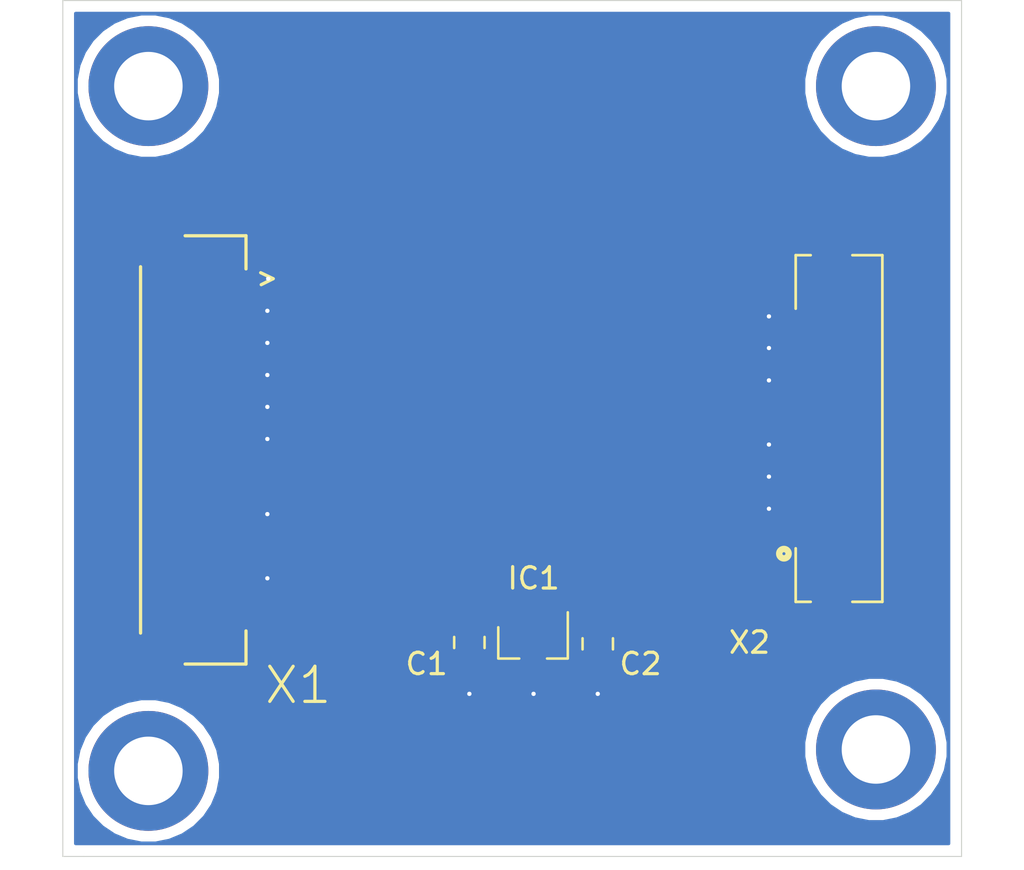
<source format=kicad_pcb>
(kicad_pcb (version 20171130) (host pcbnew "(5.1.6)-1")
  (layers (0 F.Cu signal) (1 In1.Cu signal) (2 In2.Cu signal) (31 B.Cu signal) (34 B.Paste user) (35 F.Paste user) (36 B.SilkS user) (37 F.SilkS user) (38 B.Mask user) (39 F.Mask user) (44 Edge.Cuts user))
  (net 0 "")
  (net 1 /CSI_D0_N)
  (net 2 /CSI_D0_P)
  (net 3 /CSI_D1_N)
  (net 4 /CSI_D1_P)
  (net 5 /CSI_D2_N)
  (net 6 /CSI_D2_P)
  (net 7 /CSI_D3_N)
  (net 8 /CSI_D3_P)
  (net 9 /CSI_CLK_N)
  (net 10 /CSI_CLK_P)
  (net 11 "Net-(X1-Pad17)")
  (net 12 "Net-(X1-Pad18)")
  (net 13 "Net-(X1-Pad19)")
  (net 14 "Net-(X1-Pad20)")
  (net 15 "Net-(X1-Pad21)")
  (net 16 "Net-(X1-Pad22)")
  (net 17 /I2C_SCL)
  (net 18 /I2C_SDA)
  (net 19 /MIPI_RESET)
  (net 20 /MIPI_PWR_DN)
  (net 21 /BCAMERA_CLK)
  (net 22 +5V)
  (net 23 +3V3)
  (net 24 "Net-(X2-PadSH1)")
  (net 25 "Net-(X2-PadSH2)")
  (net 26 GND)
  (net 27 "Net-(X2-Pad6)")
  (net 28 "Net-(H1-Pad1)")
  (net 29 "Net-(H2-Pad1)")
  (net 30 "Net-(H3-Pad1)")
  (net 31 "Net-(H4-Pad1)")
  (module _footprints:MOLEX_54548-2271 (layer F.Cu) (at 126 72 90)
    (fp_text reference X2 (at -10 -1.908315) (layer F.SilkS) (effects (font (size 1.00174 1.00174))))
    (fp_text value FPC_22-Pin_blank)
    (pad 1 smd rect (at -5.25 0 90) (size 0.3 1) (layers F.Cu F.Paste F.Mask) (net 23 +3V3))
    (pad SH1 smd rect (at -7.525 1.9 90) (size 1.65 1.3) (layers F.Cu F.Paste F.Mask) (net 24 "Net-(X2-PadSH1)"))
    (pad SH2 smd rect (at 7.525 1.9 90) (size 1.65 1.3) (layers F.Cu F.Paste F.Mask) (net 25 "Net-(X2-PadSH2)"))
    (pad 2 smd rect (at -4.75 0 90) (size 0.3 1) (layers F.Cu F.Paste F.Mask) (net 18 /I2C_SDA))
    (pad 3 smd rect (at -4.25 0 90) (size 0.3 1) (layers F.Cu F.Paste F.Mask) (net 17 /I2C_SCL))
    (pad 4 smd rect (at -3.75 0 90) (size 0.3 1) (layers F.Cu F.Paste F.Mask) (net 26 GND))
    (pad 5 smd rect (at -3.25 0 90) (size 0.3 1) (layers F.Cu F.Paste F.Mask) (net 23 +3V3))
    (pad 6 smd rect (at -2.75 0 90) (size 0.3 1) (layers F.Cu F.Paste F.Mask) (net 27 "Net-(X2-Pad6)"))
    (pad 7 smd rect (at -2.25 0 90) (size 0.3 1) (layers F.Cu F.Paste F.Mask) (net 26 GND))
    (pad 8 smd rect (at -1.75 0 90) (size 0.3 1) (layers F.Cu F.Paste F.Mask) (net 8 /CSI_D3_P))
    (pad 9 smd rect (at -1.25 0 90) (size 0.3 1) (layers F.Cu F.Paste F.Mask) (net 7 /CSI_D3_N))
    (pad 10 smd rect (at -0.75 0 90) (size 0.3 1) (layers F.Cu F.Paste F.Mask) (net 26 GND))
    (pad 11 smd rect (at -0.25 0 90) (size 0.3 1) (layers F.Cu F.Paste F.Mask) (net 6 /CSI_D2_P))
    (pad 12 smd rect (at 0.25 0 90) (size 0.3 1) (layers F.Cu F.Paste F.Mask) (net 5 /CSI_D2_N))
    (pad 13 smd rect (at 0.75 0 90) (size 0.3 1) (layers F.Cu F.Paste F.Mask) (net 26 GND))
    (pad 14 smd rect (at 1.25 0 90) (size 0.3 1) (layers F.Cu F.Paste F.Mask) (net 10 /CSI_CLK_P))
    (pad 15 smd rect (at 1.75 0 90) (size 0.3 1) (layers F.Cu F.Paste F.Mask) (net 9 /CSI_CLK_N))
    (pad 16 smd rect (at 2.25 0 90) (size 0.3 1) (layers F.Cu F.Paste F.Mask) (net 26 GND))
    (pad 17 smd rect (at 2.75 0 90) (size 0.3 1) (layers F.Cu F.Paste F.Mask) (net 4 /CSI_D1_P))
    (pad 18 smd rect (at 3.25 0 90) (size 0.3 1) (layers F.Cu F.Paste F.Mask) (net 3 /CSI_D1_N))
    (pad 19 smd rect (at 3.75 0 90) (size 0.3 1) (layers F.Cu F.Paste F.Mask) (net 26 GND))
    (pad 20 smd rect (at 4.25 0 90) (size 0.3 1) (layers F.Cu F.Paste F.Mask) (net 2 /CSI_D0_P))
    (pad 21 smd rect (at 4.75 0 90) (size 0.3 1) (layers F.Cu F.Paste F.Mask) (net 1 /CSI_D0_N))
    (pad 22 smd rect (at 5.25 0 90) (size 0.3 1) (layers F.Cu F.Paste F.Mask) (net 26 GND))
  )
  (module _footprints:OMRON_XF2M-3315-1A (layer F.Cu) (at 103 73 90)
    (fp_text reference X1 (at -11 0 180) (layer F.SilkS) (effects (font (size 1.640843 1.640843))))
    (fp_text value FPC_33-Pin_blank)
    (pad 1 smd rect (at 8.001 -2.4384 90) (size 0.254 0.8128) (layers F.Cu F.Paste F.Mask) (net 26 GND))
    (pad 2 smd rect (at 7.493 -2.4384 90) (size 0.254 0.8128) (layers F.Cu F.Paste F.Mask) (net 1 /CSI_D0_N))
    (pad 3 smd rect (at 7.0104 -2.4384 90) (size 0.254 0.8128) (layers F.Cu F.Paste F.Mask) (net 2 /CSI_D0_P))
    (pad 4 smd rect (at 6.5024 -2.4384 90) (size 0.254 0.8128) (layers F.Cu F.Paste F.Mask) (net 26 GND))
    (pad 5 smd rect (at 5.9944 -2.4384 90) (size 0.254 0.8128) (layers F.Cu F.Paste F.Mask) (net 3 /CSI_D1_N))
    (pad 6 smd rect (at 5.5118 -2.4384 90) (size 0.254 0.8128) (layers F.Cu F.Paste F.Mask) (net 4 /CSI_D1_P))
    (pad 7 smd rect (at 5.0038 -2.4384 90) (size 0.254 0.8128) (layers F.Cu F.Paste F.Mask) (net 26 GND))
    (pad 8 smd rect (at 4.4958 -2.4384 90) (size 0.254 0.8128) (layers F.Cu F.Paste F.Mask) (net 5 /CSI_D2_N))
    (pad 9 smd rect (at 3.9878 -2.4384 90) (size 0.254 0.8128) (layers F.Cu F.Paste F.Mask) (net 6 /CSI_D2_P))
    (pad 10 smd rect (at 3.5052 -2.4384 90) (size 0.254 0.8128) (layers F.Cu F.Paste F.Mask) (net 26 GND))
    (pad 11 smd rect (at 2.9972 -2.4384 90) (size 0.254 0.8128) (layers F.Cu F.Paste F.Mask) (net 7 /CSI_D3_N))
    (pad 12 smd rect (at 2.4892 -2.4384 90) (size 0.254 0.8128) (layers F.Cu F.Paste F.Mask) (net 8 /CSI_D3_P))
    (pad 13 smd rect (at 2.0066 -2.4384 90) (size 0.254 0.8128) (layers F.Cu F.Paste F.Mask) (net 26 GND))
    (pad 14 smd rect (at 1.4986 -2.4384 90) (size 0.254 0.8128) (layers F.Cu F.Paste F.Mask) (net 9 /CSI_CLK_N))
    (pad 15 smd rect (at 0.9906 -2.4384 90) (size 0.254 0.8128) (layers F.Cu F.Paste F.Mask) (net 10 /CSI_CLK_P))
    (pad 16 smd rect (at 0.508 -2.4384 90) (size 0.254 0.8128) (layers F.Cu F.Paste F.Mask) (net 26 GND))
    (pad 17 smd rect (at 0 -2.4384 90) (size 0.254 0.8128) (layers F.Cu F.Paste F.Mask) (net 11 "Net-(X1-Pad17)"))
    (pad 18 smd rect (at -0.508 -2.4384 90) (size 0.254 0.8128) (layers F.Cu F.Paste F.Mask) (net 12 "Net-(X1-Pad18)"))
    (pad 19 smd rect (at -0.9906 -2.4384 90) (size 0.254 0.8128) (layers F.Cu F.Paste F.Mask) (net 13 "Net-(X1-Pad19)"))
    (pad 20 smd rect (at -1.4986 -2.4384 90) (size 0.254 0.8128) (layers F.Cu F.Paste F.Mask) (net 14 "Net-(X1-Pad20)"))
    (pad 21 smd rect (at -2.0066 -2.4384 90) (size 0.254 0.8128) (layers F.Cu F.Paste F.Mask) (net 15 "Net-(X1-Pad21)"))
    (pad 22 smd rect (at -2.4892 -2.4384 90) (size 0.254 0.8128) (layers F.Cu F.Paste F.Mask) (net 16 "Net-(X1-Pad22)"))
    (pad 23 smd rect (at -2.9972 -2.4384 90) (size 0.254 0.8128) (layers F.Cu F.Paste F.Mask) (net 26 GND))
    (pad 24 smd rect (at -3.5052 -2.4384 90) (size 0.254 0.8128) (layers F.Cu F.Paste F.Mask) (net 17 /I2C_SCL))
    (pad 25 smd rect (at -3.9878 -2.4384 90) (size 0.254 0.8128) (layers F.Cu F.Paste F.Mask) (net 18 /I2C_SDA))
    (pad 26 smd rect (at -4.4958 -2.4384 90) (size 0.254 0.8128) (layers F.Cu F.Paste F.Mask) (net 19 /MIPI_RESET))
    (pad 27 smd rect (at -5.0038 -2.4384 90) (size 0.254 0.8128) (layers F.Cu F.Paste F.Mask) (net 20 /MIPI_PWR_DN))
    (pad 28 smd rect (at -5.5118 -2.4384 90) (size 0.254 0.8128) (layers F.Cu F.Paste F.Mask) (net 21 /BCAMERA_CLK))
    (pad 29 smd rect (at -5.9944 -2.4384 90) (size 0.254 0.8128) (layers F.Cu F.Paste F.Mask) (net 26 GND))
    (pad 30 smd rect (at -6.5024 -2.4384 90) (size 0.254 0.8128) (layers F.Cu F.Paste F.Mask) (net 22 +5V))
    (pad 31 smd rect (at -7.0104 -2.4384 90) (size 0.254 0.8128) (layers F.Cu F.Paste F.Mask) (net 22 +5V))
    (pad 32 smd rect (at -7.493 -2.4384 90) (size 0.254 0.8128) (layers F.Cu F.Paste F.Mask) (net 22 +5V))
    (pad 33 smd rect (at -8.001 -2.4384 90) (size 0.254 0.8128) (layers F.Cu F.Paste F.Mask) (net 22 +5V))
    (pad SH1 smd rect (at -9.652 -6.4516 90) (size 1.524 1.7018) (layers F.Cu F.Paste F.Mask))
    (pad SH2 smd rect (at 9.652 -6.4516 90) (size 1.524 1.7018) (layers F.Cu F.Paste F.Mask))
  )
  (module _footprints:_SOT-23-123 (layer F.Cu) (at 114 82 270)
    (fp_text reference IC1 (at -3 0) (layer F.SilkS))
    (fp_text value MCP1812BT-033_TT hide)
    (pad 3 smd roundrect (at 1.3 0 270) (size 1.1 0.65) (layers F.Cu F.Paste F.Mask) (net 26 GND))
    (pad 2 smd roundrect (at -1.3 0.95 270) (size 1.1 0.65) (layers F.Cu F.Paste F.Mask) (net 22 +5V))
    (pad 1 smd roundrect (at -1.3 -0.95 270) (size 1.1 0.65) (layers F.Cu F.Paste F.Mask) (net 23 +3V3))
  )
  (module MountingHole:MountingHole_3.2mm_M3_DIN965_Pad (layer F.Cu) (at 130 87)
    (fp_text reference H4 hide)
    (fp_text value MountingHole_Pad)
    (pad 1 thru_hole circle (at 0 0) (size 5.6 5.6) (drill 3.2) (layers *.Cu *.Mask) (net 31 "Net-(H4-Pad1)"))
  )
  (module MountingHole:MountingHole_3.2mm_M3_DIN965_Pad (layer F.Cu) (at 130 56)
    (fp_text reference H3 hide)
    (fp_text value MountingHole_Pad)
    (pad 1 thru_hole circle (at 0 0) (size 5.6 5.6) (drill 3.2) (layers *.Cu *.Mask) (net 30 "Net-(H3-Pad1)"))
  )
  (module MountingHole:MountingHole_3.2mm_M3_DIN965_Pad (layer F.Cu) (at 96 88)
    (fp_text reference H2 hide)
    (fp_text value MountingHole_Pad)
    (pad 1 thru_hole circle (at 0 0) (size 5.6 5.6) (drill 3.2) (layers *.Cu *.Mask) (net 29 "Net-(H2-Pad1)"))
  )
  (module MountingHole:MountingHole_3.2mm_M3_DIN965_Pad (layer F.Cu) (at 96 56)
    (fp_text reference H1 hide)
    (fp_text value MountingHole_Pad)
    (pad 1 thru_hole circle (at 0 0) (size 5.6 5.6) (drill 3.2) (layers *.Cu *.Mask) (net 28 "Net-(H1-Pad1)"))
  )
  (module _footprints:C_0805_2012 (layer F.Cu) (at 117 82.0625 270)
    (fp_text reference C2 (at 0.9375 -2 180) (layer F.SilkS))
    (fp_text value 1µF_0805)
    (pad 1 smd roundrect (at -0.9375 0 270) (size 0.975 1.4) (layers F.Cu F.Paste F.Mask) (net 23 +3V3))
    (pad 2 smd roundrect (at 0.9375 0 270) (size 0.975 1.4) (layers F.Cu F.Paste F.Mask) (net 26 GND))
  )
  (module _footprints:C_0805_2012 (layer F.Cu) (at 111 82 270)
    (fp_text reference C1 (at 1 2) (layer F.SilkS))
    (fp_text value 1µF_0805)
    (pad 1 smd roundrect (at -0.9375 0 270) (size 0.975 1.4) (layers F.Cu F.Paste F.Mask) (net 22 +5V))
    (pad 2 smd roundrect (at 0.9375 0 270) (size 0.975 1.4) (layers F.Cu F.Paste F.Mask) (net 26 GND))
  )
  (gr_line (start 92 52) (end 92 92) (layer Edge.Cuts) (width 0.05))
  (gr_line (start 92 92) (end 93 92) (layer Edge.Cuts) (width 0.05))
  (gr_line (start 134 52) (end 92 52) (layer Edge.Cuts) (width 0.05))
  (gr_line (start 134 92) (end 134 52) (layer Edge.Cuts) (width 0.05))
  (gr_line (start 93 92) (end 134 92) (layer Edge.Cuts) (width 0.05))
  (via (at 125 66.76) (size 0.5) (drill 0.2) (layers F.Cu B.Cu) (net 26))
  (segment (start 126.0384 66.761) (end 125.001 66.761) (width 0.2) (layer F.Cu) (net 26))
  (via (at 125 68.24) (size 0.5) (drill 0.2) (layers F.Cu B.Cu) (net 26))
  (segment (start 126.0384 68.241) (end 125.001 68.241) (width 0.2) (layer F.Cu) (net 26))
  (via (at 125 69.75) (size 0.5) (drill 0.2) (layers F.Cu B.Cu) (net 26))
  (segment (start 126.0384 69.751) (end 125.001 69.751) (width 0.2) (layer F.Cu) (net 26))
  (via (at 125 72.75) (size 0.5) (drill 0.2) (layers F.Cu B.Cu) (net 26))
  (segment (start 126.0384 72.751) (end 125.001 72.751) (width 0.2) (layer F.Cu) (net 26))
  (via (at 125 74.25) (size 0.5) (drill 0.2) (layers F.Cu B.Cu) (net 26))
  (segment (start 126.0384 74.251) (end 125.001 74.251) (width 0.2) (layer F.Cu) (net 26))
  (via (at 125 75.75) (size 0.5) (drill 0.2) (layers F.Cu B.Cu) (net 26))
  (segment (start 126.0384 75.751) (end 125.001 75.751) (width 0.2) (layer F.Cu) (net 26))
  (via (at 101.56 79) (size 0.5) (drill 0.2) (layers F.Cu B.Cu) (net 26))
  (segment (start 100.5216 78.999) (end 101.559 78.999) (width 0.2) (layer F.Cu) (net 26))
  (segment (start 100.5216 75.999) (end 101.559 75.999) (width 0.2) (layer F.Cu) (net 26))
  (via (at 101.56 76) (size 0.5) (drill 0.2) (layers F.Cu B.Cu) (net 26))
  (segment (start 100.5216 72.489) (end 101.559 72.489) (width 0.2) (layer F.Cu) (net 26))
  (via (at 101.56 72.49) (size 0.5) (drill 0.2) (layers F.Cu B.Cu) (net 26))
  (segment (start 100.5216 70.989) (end 101.559 70.989) (width 0.2) (layer F.Cu) (net 26))
  (via (at 101.56 70.99) (size 0.5) (drill 0.2) (layers F.Cu B.Cu) (net 26))
  (segment (start 100.5216 69.499) (end 101.559 69.499) (width 0.2) (layer F.Cu) (net 26))
  (via (at 101.56 69.5) (size 0.5) (drill 0.2) (layers F.Cu B.Cu) (net 26))
  (segment (start 100.5216 67.999) (end 101.559 67.999) (width 0.2) (layer F.Cu) (net 26))
  (via (at 101.56 68) (size 0.5) (drill 0.2) (layers F.Cu B.Cu) (net 26))
  (segment (start 100.5216 66.499) (end 101.559 66.499) (width 0.2) (layer F.Cu) (net 26))
  (via (at 101.56 66.5) (size 0.5) (drill 0.2) (layers F.Cu B.Cu) (net 26))
  (via (at 117 84.4) (size 0.5) (drill 0.2) (layers F.Cu B.Cu) (net 26))
  (segment (start 117 82.9375) (end 117 84.4) (width 0.5) (layer F.Cu) (net 26))
  (via (at 114 84.4) (size 0.5) (drill 0.2) (layers F.Cu B.Cu) (net 26))
  (segment (start 114 82.9375) (end 114 84.4) (width 0.5) (layer F.Cu) (net 26))
  (segment (start 125.311599 67.364499) (end 126.505971 67.364499) (width 0.157) (layer F.Cu) (net 1))
  (segment (start 125.264499 67.411599) (end 125.311599 67.364499) (width 0.157) (layer F.Cu) (net 1))
  (segment (start 125.264499 67.443) (end 125.264499 67.411599) (width 0.157) (layer F.Cu) (net 1))
  (segment (start 124.065032 67.443) (end 125.264499 67.443) (width 0.157) (layer F.Cu) (net 1))
  (segment (start 122.213332 65.5913) (end 124.065032 67.443) (width 0.157) (layer F.Cu) (net 1))
  (segment (start 112.8653 65.5913) (end 122.213332 65.5913) (width 0.157) (layer F.Cu) (net 1))
  (segment (start 112.830364 65.587364) (end 112.8653 65.5913) (width 0.157) (layer F.Cu) (net 1))
  (segment (start 112.79718 65.575753) (end 112.830364 65.587364) (width 0.157) (layer F.Cu) (net 1))
  (segment (start 112.7083 65.4343) (end 112.712236 65.469236) (width 0.157) (layer F.Cu) (net 1))
  (segment (start 111.201066 64.578249) (end 111.28521 64.63112) (width 0.157) (layer F.Cu) (net 1))
  (segment (start 110.506363 66.326235) (end 110.5103 66.2913) (width 0.157) (layer F.Cu) (net 1))
  (segment (start 110.388235 66.444363) (end 110.421419 66.432752) (width 0.157) (layer F.Cu) (net 1))
  (segment (start 110.476047 66.389187) (end 110.494752 66.359419) (width 0.157) (layer F.Cu) (net 1))
  (segment (start 110.230552 66.389187) (end 110.255412 66.414047) (width 0.157) (layer F.Cu) (net 1))
  (segment (start 110.954084 64.5343) (end 111.008515 64.5343) (width 0.157) (layer F.Cu) (net 1))
  (segment (start 110.211847 66.359419) (end 110.230552 66.389187) (width 0.157) (layer F.Cu) (net 1))
  (segment (start 112.767412 65.557048) (end 112.79718 65.575753) (width 0.157) (layer F.Cu) (net 1))
  (segment (start 112.712236 65.469236) (end 112.723847 65.50242) (width 0.157) (layer F.Cu) (net 1))
  (segment (start 112.111332 64.545427) (end 112.210084 64.5343) (width 0.157) (layer F.Cu) (net 1))
  (segment (start 110.200236 66.326235) (end 110.211847 66.359419) (width 0.157) (layer F.Cu) (net 1))
  (segment (start 110.607119 64.70139) (end 110.677389 64.63112) (width 0.157) (layer F.Cu) (net 1))
  (segment (start 111.28521 64.63112) (end 111.35548 64.70139) (width 0.157) (layer F.Cu) (net 1))
  (segment (start 110.451187 66.414047) (end 110.476047 66.389187) (width 0.157) (layer F.Cu) (net 1))
  (segment (start 110.5103 66.2913) (end 110.5103 64.978085) (width 0.157) (layer F.Cu) (net 1))
  (segment (start 112.742552 65.532188) (end 112.767412 65.557048) (width 0.157) (layer F.Cu) (net 1))
  (segment (start 111.7663 64.978085) (end 111.777426 64.879333) (width 0.157) (layer F.Cu) (net 1))
  (segment (start 111.644235 66.444363) (end 111.677419 66.432752) (width 0.157) (layer F.Cu) (net 1))
  (segment (start 111.6093 66.4483) (end 111.644235 66.444363) (width 0.157) (layer F.Cu) (net 1))
  (segment (start 112.7083 64.978085) (end 112.7083 65.4343) (width 0.157) (layer F.Cu) (net 1))
  (segment (start 110.1963 66.2913) (end 110.200236 66.326235) (width 0.157) (layer F.Cu) (net 1))
  (segment (start 111.467847 66.359419) (end 111.486552 66.389187) (width 0.157) (layer F.Cu) (net 1))
  (segment (start 110.761533 64.578249) (end 110.855332 64.545427) (width 0.157) (layer F.Cu) (net 1))
  (segment (start 110.1963 64.978085) (end 110.1963 66.2913) (width 0.157) (layer F.Cu) (net 1))
  (segment (start 111.933389 64.63112) (end 112.017533 64.578249) (width 0.157) (layer F.Cu) (net 1))
  (segment (start 110.255412 66.414047) (end 110.28518 66.432752) (width 0.157) (layer F.Cu) (net 1))
  (segment (start 110.3533 66.4483) (end 110.388235 66.444363) (width 0.157) (layer F.Cu) (net 1))
  (segment (start 110.185173 64.879333) (end 110.1963 64.978085) (width 0.157) (layer F.Cu) (net 1))
  (segment (start 111.863119 64.70139) (end 111.933389 64.63112) (width 0.157) (layer F.Cu) (net 1))
  (segment (start 111.677419 66.432752) (end 111.707187 66.414047) (width 0.157) (layer F.Cu) (net 1))
  (segment (start 111.7663 66.2913) (end 111.7663 64.978085) (width 0.157) (layer F.Cu) (net 1))
  (segment (start 110.28518 66.432752) (end 110.318364 66.444363) (width 0.157) (layer F.Cu) (net 1))
  (segment (start 110.521426 64.879333) (end 110.554248 64.785534) (width 0.157) (layer F.Cu) (net 1))
  (segment (start 110.494752 66.359419) (end 110.506363 66.326235) (width 0.157) (layer F.Cu) (net 1))
  (segment (start 100.5616 65.507) (end 101.171201 65.507) (width 0.157) (layer F.Cu) (net 1))
  (segment (start 101.171201 65.507) (end 101.255501 65.5913) (width 0.157) (layer F.Cu) (net 1))
  (segment (start 101.255501 65.5913) (end 104.728515 65.5913) (width 0.157) (layer F.Cu) (net 1))
  (segment (start 104.728515 65.5913) (end 104.827267 65.602426) (width 0.157) (layer F.Cu) (net 1))
  (segment (start 104.827267 65.602426) (end 104.921066 65.635248) (width 0.157) (layer F.Cu) (net 1))
  (segment (start 104.921066 65.635248) (end 105.00521 65.688119) (width 0.157) (layer F.Cu) (net 1))
  (segment (start 105.00521 65.688119) (end 105.07548 65.758389) (width 0.157) (layer F.Cu) (net 1))
  (segment (start 105.07548 65.758389) (end 105.128351 65.842533) (width 0.157) (layer F.Cu) (net 1))
  (segment (start 105.128351 65.842533) (end 105.161173 65.936332) (width 0.157) (layer F.Cu) (net 1))
  (segment (start 105.161173 65.936332) (end 105.1723 66.035084) (width 0.157) (layer F.Cu) (net 1))
  (segment (start 105.1723 66.035084) (end 105.1723 66.2913) (width 0.157) (layer F.Cu) (net 1))
  (segment (start 105.1723 66.2913) (end 105.176236 66.326235) (width 0.157) (layer F.Cu) (net 1))
  (segment (start 105.176236 66.326235) (end 105.187847 66.359419) (width 0.157) (layer F.Cu) (net 1))
  (segment (start 105.187847 66.359419) (end 105.206552 66.389187) (width 0.157) (layer F.Cu) (net 1))
  (segment (start 105.206552 66.389187) (end 105.231412 66.414047) (width 0.157) (layer F.Cu) (net 1))
  (segment (start 105.231412 66.414047) (end 105.26118 66.432752) (width 0.157) (layer F.Cu) (net 1))
  (segment (start 105.26118 66.432752) (end 105.294364 66.444363) (width 0.157) (layer F.Cu) (net 1))
  (segment (start 105.294364 66.444363) (end 105.3293 66.4483) (width 0.157) (layer F.Cu) (net 1))
  (segment (start 105.3293 66.4483) (end 105.364235 66.444363) (width 0.157) (layer F.Cu) (net 1))
  (segment (start 105.364235 66.444363) (end 105.397419 66.432752) (width 0.157) (layer F.Cu) (net 1))
  (segment (start 105.397419 66.432752) (end 105.427187 66.414047) (width 0.157) (layer F.Cu) (net 1))
  (segment (start 105.427187 66.414047) (end 105.452047 66.389187) (width 0.157) (layer F.Cu) (net 1))
  (segment (start 105.452047 66.389187) (end 105.470752 66.359419) (width 0.157) (layer F.Cu) (net 1))
  (segment (start 105.470752 66.359419) (end 105.482363 66.326235) (width 0.157) (layer F.Cu) (net 1))
  (segment (start 105.482363 66.326235) (end 105.4863 66.2913) (width 0.157) (layer F.Cu) (net 1))
  (segment (start 105.4863 66.2913) (end 105.4863 64.978085) (width 0.157) (layer F.Cu) (net 1))
  (segment (start 105.4863 64.978085) (end 105.497426 64.879333) (width 0.157) (layer F.Cu) (net 1))
  (segment (start 105.497426 64.879333) (end 105.530248 64.785534) (width 0.157) (layer F.Cu) (net 1))
  (segment (start 105.530248 64.785534) (end 105.583119 64.70139) (width 0.157) (layer F.Cu) (net 1))
  (segment (start 105.583119 64.70139) (end 105.653389 64.63112) (width 0.157) (layer F.Cu) (net 1))
  (segment (start 105.653389 64.63112) (end 105.737533 64.578249) (width 0.157) (layer F.Cu) (net 1))
  (segment (start 105.737533 64.578249) (end 105.831332 64.545427) (width 0.157) (layer F.Cu) (net 1))
  (segment (start 105.831332 64.545427) (end 105.930084 64.5343) (width 0.157) (layer F.Cu) (net 1))
  (segment (start 105.930084 64.5343) (end 105.984515 64.5343) (width 0.157) (layer F.Cu) (net 1))
  (segment (start 105.984515 64.5343) (end 106.083267 64.545427) (width 0.157) (layer F.Cu) (net 1))
  (segment (start 106.083267 64.545427) (end 106.177066 64.578249) (width 0.157) (layer F.Cu) (net 1))
  (segment (start 106.177066 64.578249) (end 106.26121 64.63112) (width 0.157) (layer F.Cu) (net 1))
  (segment (start 106.26121 64.63112) (end 106.33148 64.70139) (width 0.157) (layer F.Cu) (net 1))
  (segment (start 106.33148 64.70139) (end 106.384351 64.785534) (width 0.157) (layer F.Cu) (net 1))
  (segment (start 106.384351 64.785534) (end 106.417173 64.879333) (width 0.157) (layer F.Cu) (net 1))
  (segment (start 106.417173 64.879333) (end 106.4283 64.978085) (width 0.157) (layer F.Cu) (net 1))
  (segment (start 106.4283 64.978085) (end 106.4283 66.2913) (width 0.157) (layer F.Cu) (net 1))
  (segment (start 106.4283 66.2913) (end 106.432236 66.326235) (width 0.157) (layer F.Cu) (net 1))
  (segment (start 106.432236 66.326235) (end 106.443847 66.359419) (width 0.157) (layer F.Cu) (net 1))
  (segment (start 106.443847 66.359419) (end 106.462552 66.389187) (width 0.157) (layer F.Cu) (net 1))
  (segment (start 106.462552 66.389187) (end 106.487412 66.414047) (width 0.157) (layer F.Cu) (net 1))
  (segment (start 106.487412 66.414047) (end 106.51718 66.432752) (width 0.157) (layer F.Cu) (net 1))
  (segment (start 106.51718 66.432752) (end 106.550364 66.444363) (width 0.157) (layer F.Cu) (net 1))
  (segment (start 106.550364 66.444363) (end 106.5853 66.4483) (width 0.157) (layer F.Cu) (net 1))
  (segment (start 106.5853 66.4483) (end 106.620235 66.444363) (width 0.157) (layer F.Cu) (net 1))
  (segment (start 106.620235 66.444363) (end 106.653419 66.432752) (width 0.157) (layer F.Cu) (net 1))
  (segment (start 106.653419 66.432752) (end 106.683187 66.414047) (width 0.157) (layer F.Cu) (net 1))
  (segment (start 106.683187 66.414047) (end 106.708047 66.389187) (width 0.157) (layer F.Cu) (net 1))
  (segment (start 106.708047 66.389187) (end 106.726752 66.359419) (width 0.157) (layer F.Cu) (net 1))
  (segment (start 106.726752 66.359419) (end 106.738363 66.326235) (width 0.157) (layer F.Cu) (net 1))
  (segment (start 106.738363 66.326235) (end 106.7423 66.2913) (width 0.157) (layer F.Cu) (net 1))
  (segment (start 106.7423 66.2913) (end 106.7423 64.978085) (width 0.157) (layer F.Cu) (net 1))
  (segment (start 106.7423 64.978085) (end 106.753426 64.879333) (width 0.157) (layer F.Cu) (net 1))
  (segment (start 106.753426 64.879333) (end 106.786248 64.785534) (width 0.157) (layer F.Cu) (net 1))
  (segment (start 106.786248 64.785534) (end 106.839119 64.70139) (width 0.157) (layer F.Cu) (net 1))
  (segment (start 106.839119 64.70139) (end 106.909389 64.63112) (width 0.157) (layer F.Cu) (net 1))
  (segment (start 106.909389 64.63112) (end 106.993533 64.578249) (width 0.157) (layer F.Cu) (net 1))
  (segment (start 106.993533 64.578249) (end 107.087332 64.545427) (width 0.157) (layer F.Cu) (net 1))
  (segment (start 107.087332 64.545427) (end 107.186084 64.5343) (width 0.157) (layer F.Cu) (net 1))
  (segment (start 107.186084 64.5343) (end 107.240515 64.5343) (width 0.157) (layer F.Cu) (net 1))
  (segment (start 107.240515 64.5343) (end 107.339267 64.545427) (width 0.157) (layer F.Cu) (net 1))
  (segment (start 107.339267 64.545427) (end 107.433066 64.578249) (width 0.157) (layer F.Cu) (net 1))
  (segment (start 107.433066 64.578249) (end 107.51721 64.63112) (width 0.157) (layer F.Cu) (net 1))
  (segment (start 107.51721 64.63112) (end 107.58748 64.70139) (width 0.157) (layer F.Cu) (net 1))
  (segment (start 107.58748 64.70139) (end 107.640351 64.785534) (width 0.157) (layer F.Cu) (net 1))
  (segment (start 107.640351 64.785534) (end 107.673173 64.879333) (width 0.157) (layer F.Cu) (net 1))
  (segment (start 107.673173 64.879333) (end 107.6843 64.978085) (width 0.157) (layer F.Cu) (net 1))
  (segment (start 107.6843 64.978085) (end 107.6843 66.2913) (width 0.157) (layer F.Cu) (net 1))
  (segment (start 107.6843 66.2913) (end 107.688236 66.326235) (width 0.157) (layer F.Cu) (net 1))
  (segment (start 107.688236 66.326235) (end 107.699847 66.359419) (width 0.157) (layer F.Cu) (net 1))
  (segment (start 107.699847 66.359419) (end 107.718552 66.389187) (width 0.157) (layer F.Cu) (net 1))
  (segment (start 107.718552 66.389187) (end 107.743412 66.414047) (width 0.157) (layer F.Cu) (net 1))
  (segment (start 107.743412 66.414047) (end 107.77318 66.432752) (width 0.157) (layer F.Cu) (net 1))
  (segment (start 107.77318 66.432752) (end 107.806364 66.444363) (width 0.157) (layer F.Cu) (net 1))
  (segment (start 107.806364 66.444363) (end 107.8413 66.4483) (width 0.157) (layer F.Cu) (net 1))
  (segment (start 107.8413 66.4483) (end 107.876235 66.444363) (width 0.157) (layer F.Cu) (net 1))
  (segment (start 107.876235 66.444363) (end 107.909419 66.432752) (width 0.157) (layer F.Cu) (net 1))
  (segment (start 107.909419 66.432752) (end 107.939187 66.414047) (width 0.157) (layer F.Cu) (net 1))
  (segment (start 107.939187 66.414047) (end 107.964047 66.389187) (width 0.157) (layer F.Cu) (net 1))
  (segment (start 107.964047 66.389187) (end 107.982752 66.359419) (width 0.157) (layer F.Cu) (net 1))
  (segment (start 107.982752 66.359419) (end 107.994363 66.326235) (width 0.157) (layer F.Cu) (net 1))
  (segment (start 107.994363 66.326235) (end 107.9983 66.2913) (width 0.157) (layer F.Cu) (net 1))
  (segment (start 107.9983 66.2913) (end 107.9983 64.978085) (width 0.157) (layer F.Cu) (net 1))
  (segment (start 107.9983 64.978085) (end 108.009426 64.879333) (width 0.157) (layer F.Cu) (net 1))
  (segment (start 108.009426 64.879333) (end 108.042248 64.785534) (width 0.157) (layer F.Cu) (net 1))
  (segment (start 108.042248 64.785534) (end 108.095119 64.70139) (width 0.157) (layer F.Cu) (net 1))
  (segment (start 108.095119 64.70139) (end 108.165389 64.63112) (width 0.157) (layer F.Cu) (net 1))
  (segment (start 108.165389 64.63112) (end 108.249533 64.578249) (width 0.157) (layer F.Cu) (net 1))
  (segment (start 108.249533 64.578249) (end 108.343332 64.545427) (width 0.157) (layer F.Cu) (net 1))
  (segment (start 108.343332 64.545427) (end 108.442084 64.5343) (width 0.157) (layer F.Cu) (net 1))
  (segment (start 108.442084 64.5343) (end 108.496515 64.5343) (width 0.157) (layer F.Cu) (net 1))
  (segment (start 108.496515 64.5343) (end 108.595267 64.545427) (width 0.157) (layer F.Cu) (net 1))
  (segment (start 108.595267 64.545427) (end 108.689066 64.578249) (width 0.157) (layer F.Cu) (net 1))
  (segment (start 108.689066 64.578249) (end 108.77321 64.63112) (width 0.157) (layer F.Cu) (net 1))
  (segment (start 108.77321 64.63112) (end 108.84348 64.70139) (width 0.157) (layer F.Cu) (net 1))
  (segment (start 108.84348 64.70139) (end 108.896351 64.785534) (width 0.157) (layer F.Cu) (net 1))
  (segment (start 108.896351 64.785534) (end 108.929173 64.879333) (width 0.157) (layer F.Cu) (net 1))
  (segment (start 108.929173 64.879333) (end 108.9403 64.978085) (width 0.157) (layer F.Cu) (net 1))
  (segment (start 108.9403 64.978085) (end 108.9403 66.2913) (width 0.157) (layer F.Cu) (net 1))
  (segment (start 108.9403 66.2913) (end 108.944236 66.326235) (width 0.157) (layer F.Cu) (net 1))
  (segment (start 108.944236 66.326235) (end 108.955847 66.359419) (width 0.157) (layer F.Cu) (net 1))
  (segment (start 108.955847 66.359419) (end 108.974552 66.389187) (width 0.157) (layer F.Cu) (net 1))
  (segment (start 108.974552 66.389187) (end 108.999412 66.414047) (width 0.157) (layer F.Cu) (net 1))
  (segment (start 108.999412 66.414047) (end 109.02918 66.432752) (width 0.157) (layer F.Cu) (net 1))
  (segment (start 109.02918 66.432752) (end 109.062364 66.444363) (width 0.157) (layer F.Cu) (net 1))
  (segment (start 109.062364 66.444363) (end 109.0973 66.4483) (width 0.157) (layer F.Cu) (net 1))
  (segment (start 109.0973 66.4483) (end 109.132235 66.444363) (width 0.157) (layer F.Cu) (net 1))
  (segment (start 109.132235 66.444363) (end 109.165419 66.432752) (width 0.157) (layer F.Cu) (net 1))
  (segment (start 109.165419 66.432752) (end 109.195187 66.414047) (width 0.157) (layer F.Cu) (net 1))
  (segment (start 109.195187 66.414047) (end 109.220047 66.389187) (width 0.157) (layer F.Cu) (net 1))
  (segment (start 109.220047 66.389187) (end 109.238752 66.359419) (width 0.157) (layer F.Cu) (net 1))
  (segment (start 109.238752 66.359419) (end 109.250363 66.326235) (width 0.157) (layer F.Cu) (net 1))
  (segment (start 109.250363 66.326235) (end 109.2543 66.2913) (width 0.157) (layer F.Cu) (net 1))
  (segment (start 109.2543 66.2913) (end 109.2543 64.978085) (width 0.157) (layer F.Cu) (net 1))
  (segment (start 109.2543 64.978085) (end 109.265426 64.879333) (width 0.157) (layer F.Cu) (net 1))
  (segment (start 109.265426 64.879333) (end 109.298248 64.785534) (width 0.157) (layer F.Cu) (net 1))
  (segment (start 109.298248 64.785534) (end 109.351119 64.70139) (width 0.157) (layer F.Cu) (net 1))
  (segment (start 109.351119 64.70139) (end 109.421389 64.63112) (width 0.157) (layer F.Cu) (net 1))
  (segment (start 109.421389 64.63112) (end 109.505533 64.578249) (width 0.157) (layer F.Cu) (net 1))
  (segment (start 109.505533 64.578249) (end 109.599332 64.545427) (width 0.157) (layer F.Cu) (net 1))
  (segment (start 109.599332 64.545427) (end 109.698084 64.5343) (width 0.157) (layer F.Cu) (net 1))
  (segment (start 109.698084 64.5343) (end 109.752515 64.5343) (width 0.157) (layer F.Cu) (net 1))
  (segment (start 109.752515 64.5343) (end 109.851267 64.545427) (width 0.157) (layer F.Cu) (net 1))
  (segment (start 109.851267 64.545427) (end 109.945066 64.578249) (width 0.157) (layer F.Cu) (net 1))
  (segment (start 109.945066 64.578249) (end 110.02921 64.63112) (width 0.157) (layer F.Cu) (net 1))
  (segment (start 110.02921 64.63112) (end 110.09948 64.70139) (width 0.157) (layer F.Cu) (net 1))
  (segment (start 110.09948 64.70139) (end 110.152351 64.785534) (width 0.157) (layer F.Cu) (net 1))
  (segment (start 110.152351 64.785534) (end 110.185173 64.879333) (width 0.157) (layer F.Cu) (net 1))
  (segment (start 110.318364 66.444363) (end 110.3533 66.4483) (width 0.157) (layer F.Cu) (net 1))
  (segment (start 110.421419 66.432752) (end 110.451187 66.414047) (width 0.157) (layer F.Cu) (net 1))
  (segment (start 110.5103 64.978085) (end 110.521426 64.879333) (width 0.157) (layer F.Cu) (net 1))
  (segment (start 110.554248 64.785534) (end 110.607119 64.70139) (width 0.157) (layer F.Cu) (net 1))
  (segment (start 110.677389 64.63112) (end 110.761533 64.578249) (width 0.157) (layer F.Cu) (net 1))
  (segment (start 110.855332 64.545427) (end 110.954084 64.5343) (width 0.157) (layer F.Cu) (net 1))
  (segment (start 111.008515 64.5343) (end 111.107267 64.545427) (width 0.157) (layer F.Cu) (net 1))
  (segment (start 111.107267 64.545427) (end 111.201066 64.578249) (width 0.157) (layer F.Cu) (net 1))
  (segment (start 111.35548 64.70139) (end 111.408351 64.785534) (width 0.157) (layer F.Cu) (net 1))
  (segment (start 111.408351 64.785534) (end 111.441173 64.879333) (width 0.157) (layer F.Cu) (net 1))
  (segment (start 111.441173 64.879333) (end 111.4523 64.978085) (width 0.157) (layer F.Cu) (net 1))
  (segment (start 111.4523 64.978085) (end 111.4523 66.2913) (width 0.157) (layer F.Cu) (net 1))
  (segment (start 111.4523 66.2913) (end 111.456236 66.326235) (width 0.157) (layer F.Cu) (net 1))
  (segment (start 111.456236 66.326235) (end 111.467847 66.359419) (width 0.157) (layer F.Cu) (net 1))
  (segment (start 111.486552 66.389187) (end 111.511412 66.414047) (width 0.157) (layer F.Cu) (net 1))
  (segment (start 111.511412 66.414047) (end 111.54118 66.432752) (width 0.157) (layer F.Cu) (net 1))
  (segment (start 111.54118 66.432752) (end 111.574364 66.444363) (width 0.157) (layer F.Cu) (net 1))
  (segment (start 111.574364 66.444363) (end 111.6093 66.4483) (width 0.157) (layer F.Cu) (net 1))
  (segment (start 111.707187 66.414047) (end 111.732047 66.389187) (width 0.157) (layer F.Cu) (net 1))
  (segment (start 111.732047 66.389187) (end 111.750752 66.359419) (width 0.157) (layer F.Cu) (net 1))
  (segment (start 111.750752 66.359419) (end 111.762363 66.326235) (width 0.157) (layer F.Cu) (net 1))
  (segment (start 111.762363 66.326235) (end 111.7663 66.2913) (width 0.157) (layer F.Cu) (net 1))
  (segment (start 111.777426 64.879333) (end 111.810248 64.785534) (width 0.157) (layer F.Cu) (net 1))
  (segment (start 111.810248 64.785534) (end 111.863119 64.70139) (width 0.157) (layer F.Cu) (net 1))
  (segment (start 112.017533 64.578249) (end 112.111332 64.545427) (width 0.157) (layer F.Cu) (net 1))
  (segment (start 112.210084 64.5343) (end 112.264515 64.5343) (width 0.157) (layer F.Cu) (net 1))
  (segment (start 112.264515 64.5343) (end 112.363267 64.545427) (width 0.157) (layer F.Cu) (net 1))
  (segment (start 112.363267 64.545427) (end 112.457066 64.578249) (width 0.157) (layer F.Cu) (net 1))
  (segment (start 112.457066 64.578249) (end 112.54121 64.63112) (width 0.157) (layer F.Cu) (net 1))
  (segment (start 112.54121 64.63112) (end 112.61148 64.70139) (width 0.157) (layer F.Cu) (net 1))
  (segment (start 112.61148 64.70139) (end 112.664351 64.785534) (width 0.157) (layer F.Cu) (net 1))
  (segment (start 112.664351 64.785534) (end 112.697173 64.879333) (width 0.157) (layer F.Cu) (net 1))
  (segment (start 112.697173 64.879333) (end 112.7083 64.978085) (width 0.157) (layer F.Cu) (net 1))
  (segment (start 112.723847 65.50242) (end 112.742552 65.532188) (width 0.157) (layer F.Cu) (net 1))
  (segment (start 112.360047 64.907413) (end 112.378752 64.937181) (width 0.157) (layer F.Cu) (net 2))
  (segment (start 112.114552 64.907413) (end 112.139412 64.882553) (width 0.157) (layer F.Cu) (net 2))
  (segment (start 112.095847 64.937181) (end 112.114552 64.907413) (width 0.157) (layer F.Cu) (net 2))
  (segment (start 112.0803 66.318515) (end 112.0803 65.0053) (width 0.157) (layer F.Cu) (net 2))
  (segment (start 111.636515 66.7623) (end 111.735267 66.751173) (width 0.157) (layer F.Cu) (net 2))
  (segment (start 111.149426 66.417267) (end 111.182248 66.511066) (width 0.157) (layer F.Cu) (net 2))
  (segment (start 111.1383 66.318515) (end 111.149426 66.417267) (width 0.157) (layer F.Cu) (net 2))
  (segment (start 111.122752 64.937181) (end 111.134363 64.970365) (width 0.157) (layer F.Cu) (net 2))
  (segment (start 110.839847 64.937181) (end 110.858552 64.907413) (width 0.157) (layer F.Cu) (net 2))
  (segment (start 110.828236 64.970365) (end 110.839847 64.937181) (width 0.157) (layer F.Cu) (net 2))
  (segment (start 110.72748 66.59521) (end 110.780351 66.511066) (width 0.157) (layer F.Cu) (net 2))
  (segment (start 110.65721 66.66548) (end 110.72748 66.59521) (width 0.157) (layer F.Cu) (net 2))
  (segment (start 110.573066 66.718351) (end 110.65721 66.66548) (width 0.157) (layer F.Cu) (net 2))
  (segment (start 110.479267 66.751173) (end 110.573066 66.718351) (width 0.157) (layer F.Cu) (net 2))
  (segment (start 110.380515 66.7623) (end 110.479267 66.751173) (width 0.157) (layer F.Cu) (net 2))
  (segment (start 110.326084 66.7623) (end 110.380515 66.7623) (width 0.157) (layer F.Cu) (net 2))
  (segment (start 110.227332 66.751173) (end 110.326084 66.7623) (width 0.157) (layer F.Cu) (net 2))
  (segment (start 110.133533 66.718351) (end 110.227332 66.751173) (width 0.157) (layer F.Cu) (net 2))
  (segment (start 110.049389 66.66548) (end 110.133533 66.718351) (width 0.157) (layer F.Cu) (net 2))
  (segment (start 109.979119 66.59521) (end 110.049389 66.66548) (width 0.157) (layer F.Cu) (net 2))
  (segment (start 109.926248 66.511066) (end 109.979119 66.59521) (width 0.157) (layer F.Cu) (net 2))
  (segment (start 109.893426 66.417267) (end 109.926248 66.511066) (width 0.157) (layer F.Cu) (net 2))
  (segment (start 109.8823 66.318515) (end 109.893426 66.417267) (width 0.157) (layer F.Cu) (net 2))
  (segment (start 109.8823 65.0053) (end 109.8823 66.318515) (width 0.157) (layer F.Cu) (net 2))
  (segment (start 109.878363 64.970365) (end 109.8823 65.0053) (width 0.157) (layer F.Cu) (net 2))
  (segment (start 109.866752 64.937181) (end 109.878363 64.970365) (width 0.157) (layer F.Cu) (net 2))
  (segment (start 109.848047 64.907413) (end 109.866752 64.937181) (width 0.157) (layer F.Cu) (net 2))
  (segment (start 109.823187 64.882553) (end 109.848047 64.907413) (width 0.157) (layer F.Cu) (net 2))
  (segment (start 109.793419 64.863848) (end 109.823187 64.882553) (width 0.157) (layer F.Cu) (net 2))
  (segment (start 109.760235 64.852237) (end 109.793419 64.863848) (width 0.157) (layer F.Cu) (net 2))
  (segment (start 109.7253 64.8483) (end 109.760235 64.852237) (width 0.157) (layer F.Cu) (net 2))
  (segment (start 109.690364 64.852237) (end 109.7253 64.8483) (width 0.157) (layer F.Cu) (net 2))
  (segment (start 109.65718 64.863848) (end 109.690364 64.852237) (width 0.157) (layer F.Cu) (net 2))
  (segment (start 109.627412 64.882553) (end 109.65718 64.863848) (width 0.157) (layer F.Cu) (net 2))
  (segment (start 109.602552 64.907413) (end 109.627412 64.882553) (width 0.157) (layer F.Cu) (net 2))
  (segment (start 109.583847 64.937181) (end 109.602552 64.907413) (width 0.157) (layer F.Cu) (net 2))
  (segment (start 109.572236 64.970365) (end 109.583847 64.937181) (width 0.157) (layer F.Cu) (net 2))
  (segment (start 109.5683 65.0053) (end 109.572236 64.970365) (width 0.157) (layer F.Cu) (net 2))
  (segment (start 109.5683 66.318515) (end 109.5683 65.0053) (width 0.157) (layer F.Cu) (net 2))
  (segment (start 109.557173 66.417267) (end 109.5683 66.318515) (width 0.157) (layer F.Cu) (net 2))
  (segment (start 109.524351 66.511066) (end 109.557173 66.417267) (width 0.157) (layer F.Cu) (net 2))
  (segment (start 109.47148 66.59521) (end 109.524351 66.511066) (width 0.157) (layer F.Cu) (net 2))
  (segment (start 109.40121 66.66548) (end 109.47148 66.59521) (width 0.157) (layer F.Cu) (net 2))
  (segment (start 109.317066 66.718351) (end 109.40121 66.66548) (width 0.157) (layer F.Cu) (net 2))
  (segment (start 109.223267 66.751173) (end 109.317066 66.718351) (width 0.157) (layer F.Cu) (net 2))
  (segment (start 109.124515 66.7623) (end 109.223267 66.751173) (width 0.157) (layer F.Cu) (net 2))
  (segment (start 109.070084 66.7623) (end 109.124515 66.7623) (width 0.157) (layer F.Cu) (net 2))
  (segment (start 108.971332 66.751173) (end 109.070084 66.7623) (width 0.157) (layer F.Cu) (net 2))
  (segment (start 108.877533 66.718351) (end 108.971332 66.751173) (width 0.157) (layer F.Cu) (net 2))
  (segment (start 108.793389 66.66548) (end 108.877533 66.718351) (width 0.157) (layer F.Cu) (net 2))
  (segment (start 108.723119 66.59521) (end 108.793389 66.66548) (width 0.157) (layer F.Cu) (net 2))
  (segment (start 108.670248 66.511066) (end 108.723119 66.59521) (width 0.157) (layer F.Cu) (net 2))
  (segment (start 108.637426 66.417267) (end 108.670248 66.511066) (width 0.157) (layer F.Cu) (net 2))
  (segment (start 108.6263 66.318515) (end 108.637426 66.417267) (width 0.157) (layer F.Cu) (net 2))
  (segment (start 108.6263 65.0053) (end 108.6263 66.318515) (width 0.157) (layer F.Cu) (net 2))
  (segment (start 108.622363 64.970365) (end 108.6263 65.0053) (width 0.157) (layer F.Cu) (net 2))
  (segment (start 108.610752 64.937181) (end 108.622363 64.970365) (width 0.157) (layer F.Cu) (net 2))
  (segment (start 108.592047 64.907413) (end 108.610752 64.937181) (width 0.157) (layer F.Cu) (net 2))
  (segment (start 108.567187 64.882553) (end 108.592047 64.907413) (width 0.157) (layer F.Cu) (net 2))
  (segment (start 108.537419 64.863848) (end 108.567187 64.882553) (width 0.157) (layer F.Cu) (net 2))
  (segment (start 108.504235 64.852237) (end 108.537419 64.863848) (width 0.157) (layer F.Cu) (net 2))
  (segment (start 112.305419 64.863848) (end 112.335187 64.882553) (width 0.157) (layer F.Cu) (net 2))
  (segment (start 106.281389 66.66548) (end 106.365533 66.718351) (width 0.157) (layer F.Cu) (net 2))
  (segment (start 111.049419 64.863848) (end 111.079187 64.882553) (width 0.157) (layer F.Cu) (net 2))
  (segment (start 106.211119 66.59521) (end 106.281389 66.66548) (width 0.157) (layer F.Cu) (net 2))
  (segment (start 107.366363 64.970365) (end 107.3703 65.0053) (width 0.157) (layer F.Cu) (net 2))
  (segment (start 112.390363 64.970365) (end 112.3943 65.0053) (width 0.157) (layer F.Cu) (net 2))
  (segment (start 106.158248 66.511066) (end 106.211119 66.59521) (width 0.157) (layer F.Cu) (net 2))
  (segment (start 111.735267 66.751173) (end 111.829066 66.718351) (width 0.157) (layer F.Cu) (net 2))
  (segment (start 106.125426 66.417267) (end 106.158248 66.511066) (width 0.157) (layer F.Cu) (net 2))
  (segment (start 112.069173 66.417267) (end 112.0803 66.318515) (width 0.157) (layer F.Cu) (net 2))
  (segment (start 106.1143 66.318515) (end 106.125426 66.417267) (width 0.157) (layer F.Cu) (net 2))
  (segment (start 106.95948 66.59521) (end 107.012351 66.511066) (width 0.157) (layer F.Cu) (net 2))
  (segment (start 111.235119 66.59521) (end 111.305389 66.66548) (width 0.157) (layer F.Cu) (net 2))
  (segment (start 106.1143 65.0053) (end 106.1143 66.318515) (width 0.157) (layer F.Cu) (net 2))
  (segment (start 112.036351 66.511066) (end 112.069173 66.417267) (width 0.157) (layer F.Cu) (net 2))
  (segment (start 106.110363 64.970365) (end 106.1143 65.0053) (width 0.157) (layer F.Cu) (net 2))
  (segment (start 111.98348 66.59521) (end 112.036351 66.511066) (width 0.157) (layer F.Cu) (net 2))
  (segment (start 106.098752 64.937181) (end 106.110363 64.970365) (width 0.157) (layer F.Cu) (net 2))
  (segment (start 112.0803 65.0053) (end 112.084236 64.970365) (width 0.157) (layer F.Cu) (net 2))
  (segment (start 106.055187 64.882553) (end 106.080047 64.907413) (width 0.157) (layer F.Cu) (net 2))
  (segment (start 106.025419 64.863848) (end 106.055187 64.882553) (width 0.157) (layer F.Cu) (net 2))
  (segment (start 111.91321 66.66548) (end 111.98348 66.59521) (width 0.157) (layer F.Cu) (net 2))
  (segment (start 105.992235 64.852237) (end 106.025419 64.863848) (width 0.157) (layer F.Cu) (net 2))
  (segment (start 112.084236 64.970365) (end 112.095847 64.937181) (width 0.157) (layer F.Cu) (net 2))
  (segment (start 105.9573 64.8483) (end 105.992235 64.852237) (width 0.157) (layer F.Cu) (net 2))
  (segment (start 111.182248 66.511066) (end 111.235119 66.59521) (width 0.157) (layer F.Cu) (net 2))
  (segment (start 105.88918 64.863848) (end 105.922364 64.852237) (width 0.157) (layer F.Cu) (net 2))
  (segment (start 111.1383 65.0053) (end 111.1383 66.318515) (width 0.157) (layer F.Cu) (net 2))
  (segment (start 105.859412 64.882553) (end 105.88918 64.863848) (width 0.157) (layer F.Cu) (net 2))
  (segment (start 107.0563 66.318515) (end 107.0563 65.0053) (width 0.157) (layer F.Cu) (net 2))
  (segment (start 110.9813 64.8483) (end 111.016235 64.852237) (width 0.157) (layer F.Cu) (net 2))
  (segment (start 105.815847 64.937181) (end 105.834552 64.907413) (width 0.157) (layer F.Cu) (net 2))
  (segment (start 108.3123 65.0053) (end 108.316236 64.970365) (width 0.157) (layer F.Cu) (net 2))
  (segment (start 111.134363 64.970365) (end 111.1383 65.0053) (width 0.157) (layer F.Cu) (net 2))
  (segment (start 105.804236 64.970365) (end 105.815847 64.937181) (width 0.157) (layer F.Cu) (net 2))
  (segment (start 110.780351 66.511066) (end 110.813173 66.417267) (width 0.157) (layer F.Cu) (net 2))
  (segment (start 105.922364 64.852237) (end 105.9573 64.8483) (width 0.157) (layer F.Cu) (net 2))
  (segment (start 112.405426 65.560268) (end 112.438248 65.654067) (width 0.157) (layer F.Cu) (net 2))
  (segment (start 105.8003 66.318515) (end 105.8003 65.0053) (width 0.157) (layer F.Cu) (net 2))
  (segment (start 105.789173 66.417267) (end 105.8003 66.318515) (width 0.157) (layer F.Cu) (net 2))
  (segment (start 110.946364 64.852237) (end 110.9813 64.8483) (width 0.157) (layer F.Cu) (net 2))
  (segment (start 105.756351 66.511066) (end 105.789173 66.417267) (width 0.157) (layer F.Cu) (net 2))
  (segment (start 107.178364 64.852237) (end 107.2133 64.8483) (width 0.157) (layer F.Cu) (net 2))
  (segment (start 110.8243 66.318515) (end 110.8243 65.0053) (width 0.157) (layer F.Cu) (net 2))
  (segment (start 105.70348 66.59521) (end 105.756351 66.511066) (width 0.157) (layer F.Cu) (net 2))
  (segment (start 107.2133 64.8483) (end 107.248235 64.852237) (width 0.157) (layer F.Cu) (net 2))
  (segment (start 112.335187 64.882553) (end 112.360047 64.907413) (width 0.157) (layer F.Cu) (net 2))
  (segment (start 104.854363 66.027364) (end 104.8583 66.0623) (width 0.157) (layer F.Cu) (net 2))
  (segment (start 110.8243 65.0053) (end 110.828236 64.970365) (width 0.157) (layer F.Cu) (net 2))
  (segment (start 104.824047 65.964412) (end 104.842752 65.99418) (width 0.157) (layer F.Cu) (net 2))
  (segment (start 107.071847 64.937181) (end 107.090552 64.907413) (width 0.157) (layer F.Cu) (net 2))
  (segment (start 111.829066 66.718351) (end 111.91321 66.66548) (width 0.157) (layer F.Cu) (net 2))
  (segment (start 104.869426 66.417267) (end 104.902248 66.511066) (width 0.157) (layer F.Cu) (net 2))
  (segment (start 111.483332 66.751173) (end 111.582084 66.7623) (width 0.157) (layer F.Cu) (net 2))
  (segment (start 101.255501 65.9053) (end 104.7013 65.9053) (width 0.157) (layer F.Cu) (net 2))
  (segment (start 108.434364 64.852237) (end 108.4693 64.8483) (width 0.157) (layer F.Cu) (net 2))
  (segment (start 110.813173 66.417267) (end 110.8243 66.318515) (width 0.157) (layer F.Cu) (net 2))
  (segment (start 104.7013 65.9053) (end 104.736235 65.909236) (width 0.157) (layer F.Cu) (net 2))
  (segment (start 107.414248 66.511066) (end 107.467119 66.59521) (width 0.157) (layer F.Cu) (net 2))
  (segment (start 111.104047 64.907413) (end 111.122752 64.937181) (width 0.157) (layer F.Cu) (net 2))
  (segment (start 104.769419 65.920847) (end 104.799187 65.939552) (width 0.157) (layer F.Cu) (net 2))
  (segment (start 101.171201 65.9896) (end 101.255501 65.9053) (width 0.157) (layer F.Cu) (net 2))
  (segment (start 108.327847 64.937181) (end 108.346552 64.907413) (width 0.157) (layer F.Cu) (net 2))
  (segment (start 110.91318 64.863848) (end 110.946364 64.852237) (width 0.157) (layer F.Cu) (net 2))
  (segment (start 105.8003 65.0053) (end 105.804236 64.970365) (width 0.157) (layer F.Cu) (net 2))
  (segment (start 107.14518 64.863848) (end 107.178364 64.852237) (width 0.157) (layer F.Cu) (net 2))
  (segment (start 100.5616 65.9896) (end 101.171201 65.9896) (width 0.157) (layer F.Cu) (net 2))
  (segment (start 110.858552 64.907413) (end 110.883412 64.882553) (width 0.157) (layer F.Cu) (net 2))
  (segment (start 106.080047 64.907413) (end 106.098752 64.937181) (width 0.157) (layer F.Cu) (net 2))
  (segment (start 104.736235 65.909236) (end 104.769419 65.920847) (width 0.157) (layer F.Cu) (net 2))
  (segment (start 112.2373 64.8483) (end 112.272235 64.852237) (width 0.157) (layer F.Cu) (net 2))
  (segment (start 104.842752 65.99418) (end 104.854363 66.027364) (width 0.157) (layer F.Cu) (net 2))
  (segment (start 105.025389 66.66548) (end 105.109533 66.718351) (width 0.157) (layer F.Cu) (net 2))
  (segment (start 107.3703 65.0053) (end 107.3703 66.318515) (width 0.157) (layer F.Cu) (net 2))
  (segment (start 111.079187 64.882553) (end 111.104047 64.907413) (width 0.157) (layer F.Cu) (net 2))
  (segment (start 104.799187 65.939552) (end 104.824047 65.964412) (width 0.157) (layer F.Cu) (net 2))
  (segment (start 112.3943 65.461516) (end 112.405426 65.560268) (width 0.157) (layer F.Cu) (net 2))
  (segment (start 104.8583 66.318515) (end 104.869426 66.417267) (width 0.157) (layer F.Cu) (net 2))
  (segment (start 108.4693 64.8483) (end 108.504235 64.852237) (width 0.157) (layer F.Cu) (net 2))
  (segment (start 104.902248 66.511066) (end 104.955119 66.59521) (width 0.157) (layer F.Cu) (net 2))
  (segment (start 111.305389 66.66548) (end 111.389533 66.718351) (width 0.157) (layer F.Cu) (net 2))
  (segment (start 104.955119 66.59521) (end 105.025389 66.66548) (width 0.157) (layer F.Cu) (net 2))
  (segment (start 112.16918 64.863848) (end 112.202364 64.852237) (width 0.157) (layer F.Cu) (net 2))
  (segment (start 104.8583 66.0623) (end 104.8583 66.318515) (width 0.157) (layer F.Cu) (net 2))
  (segment (start 107.715332 66.751173) (end 107.814084 66.7623) (width 0.157) (layer F.Cu) (net 2))
  (segment (start 111.016235 64.852237) (end 111.049419 64.863848) (width 0.157) (layer F.Cu) (net 2))
  (segment (start 105.109533 66.718351) (end 105.203332 66.751173) (width 0.157) (layer F.Cu) (net 2))
  (segment (start 112.378752 64.937181) (end 112.390363 64.970365) (width 0.157) (layer F.Cu) (net 2))
  (segment (start 105.203332 66.751173) (end 105.302084 66.7623) (width 0.157) (layer F.Cu) (net 2))
  (segment (start 110.883412 64.882553) (end 110.91318 64.863848) (width 0.157) (layer F.Cu) (net 2))
  (segment (start 105.302084 66.7623) (end 105.356515 66.7623) (width 0.157) (layer F.Cu) (net 2))
  (segment (start 107.311187 64.882553) (end 107.336047 64.907413) (width 0.157) (layer F.Cu) (net 2))
  (segment (start 105.356515 66.7623) (end 105.455267 66.751173) (width 0.157) (layer F.Cu) (net 2))
  (segment (start 112.3943 65.0053) (end 112.3943 65.461516) (width 0.157) (layer F.Cu) (net 2))
  (segment (start 105.549066 66.718351) (end 105.63321 66.66548) (width 0.157) (layer F.Cu) (net 2))
  (segment (start 105.834552 64.907413) (end 105.859412 64.882553) (width 0.157) (layer F.Cu) (net 2))
  (segment (start 112.272235 64.852237) (end 112.305419 64.863848) (width 0.157) (layer F.Cu) (net 2))
  (segment (start 105.455267 66.751173) (end 105.549066 66.718351) (width 0.157) (layer F.Cu) (net 2))
  (segment (start 107.060236 64.970365) (end 107.071847 64.937181) (width 0.157) (layer F.Cu) (net 2))
  (segment (start 112.202364 64.852237) (end 112.2373 64.8483) (width 0.157) (layer F.Cu) (net 2))
  (segment (start 105.63321 66.66548) (end 105.70348 66.59521) (width 0.157) (layer F.Cu) (net 2))
  (segment (start 111.389533 66.718351) (end 111.483332 66.751173) (width 0.157) (layer F.Cu) (net 2))
  (segment (start 106.365533 66.718351) (end 106.459332 66.751173) (width 0.157) (layer F.Cu) (net 2))
  (segment (start 111.582084 66.7623) (end 111.636515 66.7623) (width 0.157) (layer F.Cu) (net 2))
  (segment (start 106.459332 66.751173) (end 106.558084 66.7623) (width 0.157) (layer F.Cu) (net 2))
  (segment (start 106.558084 66.7623) (end 106.612515 66.7623) (width 0.157) (layer F.Cu) (net 2))
  (segment (start 112.139412 64.882553) (end 112.16918 64.863848) (width 0.157) (layer F.Cu) (net 2))
  (segment (start 106.612515 66.7623) (end 106.711267 66.751173) (width 0.157) (layer F.Cu) (net 2))
  (segment (start 106.711267 66.751173) (end 106.805066 66.718351) (width 0.157) (layer F.Cu) (net 2))
  (segment (start 106.805066 66.718351) (end 106.88921 66.66548) (width 0.157) (layer F.Cu) (net 2))
  (segment (start 106.88921 66.66548) (end 106.95948 66.59521) (width 0.157) (layer F.Cu) (net 2))
  (segment (start 107.012351 66.511066) (end 107.045173 66.417267) (width 0.157) (layer F.Cu) (net 2))
  (segment (start 107.045173 66.417267) (end 107.0563 66.318515) (width 0.157) (layer F.Cu) (net 2))
  (segment (start 107.0563 65.0053) (end 107.060236 64.970365) (width 0.157) (layer F.Cu) (net 2))
  (segment (start 107.090552 64.907413) (end 107.115412 64.882553) (width 0.157) (layer F.Cu) (net 2))
  (segment (start 107.115412 64.882553) (end 107.14518 64.863848) (width 0.157) (layer F.Cu) (net 2))
  (segment (start 107.248235 64.852237) (end 107.281419 64.863848) (width 0.157) (layer F.Cu) (net 2))
  (segment (start 107.281419 64.863848) (end 107.311187 64.882553) (width 0.157) (layer F.Cu) (net 2))
  (segment (start 107.336047 64.907413) (end 107.354752 64.937181) (width 0.157) (layer F.Cu) (net 2))
  (segment (start 107.354752 64.937181) (end 107.366363 64.970365) (width 0.157) (layer F.Cu) (net 2))
  (segment (start 107.3703 66.318515) (end 107.381426 66.417267) (width 0.157) (layer F.Cu) (net 2))
  (segment (start 107.381426 66.417267) (end 107.414248 66.511066) (width 0.157) (layer F.Cu) (net 2))
  (segment (start 107.467119 66.59521) (end 107.537389 66.66548) (width 0.157) (layer F.Cu) (net 2))
  (segment (start 107.537389 66.66548) (end 107.621533 66.718351) (width 0.157) (layer F.Cu) (net 2))
  (segment (start 107.621533 66.718351) (end 107.715332 66.751173) (width 0.157) (layer F.Cu) (net 2))
  (segment (start 107.814084 66.7623) (end 107.868515 66.7623) (width 0.157) (layer F.Cu) (net 2))
  (segment (start 107.868515 66.7623) (end 107.967267 66.751173) (width 0.157) (layer F.Cu) (net 2))
  (segment (start 107.967267 66.751173) (end 108.061066 66.718351) (width 0.157) (layer F.Cu) (net 2))
  (segment (start 108.061066 66.718351) (end 108.14521 66.66548) (width 0.157) (layer F.Cu) (net 2))
  (segment (start 108.14521 66.66548) (end 108.21548 66.59521) (width 0.157) (layer F.Cu) (net 2))
  (segment (start 108.21548 66.59521) (end 108.268351 66.511066) (width 0.157) (layer F.Cu) (net 2))
  (segment (start 108.268351 66.511066) (end 108.301173 66.417267) (width 0.157) (layer F.Cu) (net 2))
  (segment (start 108.301173 66.417267) (end 108.3123 66.318515) (width 0.157) (layer F.Cu) (net 2))
  (segment (start 108.3123 66.318515) (end 108.3123 65.0053) (width 0.157) (layer F.Cu) (net 2))
  (segment (start 108.316236 64.970365) (end 108.327847 64.937181) (width 0.157) (layer F.Cu) (net 2))
  (segment (start 108.346552 64.907413) (end 108.371412 64.882553) (width 0.157) (layer F.Cu) (net 2))
  (segment (start 108.371412 64.882553) (end 108.40118 64.863848) (width 0.157) (layer F.Cu) (net 2))
  (segment (start 108.40118 64.863848) (end 108.434364 64.852237) (width 0.157) (layer F.Cu) (net 2))
  (segment (start 112.438248 65.654067) (end 112.491119 65.738211) (width 0.157) (layer F.Cu) (net 2))
  (segment (start 112.491119 65.738211) (end 112.561389 65.808481) (width 0.157) (layer F.Cu) (net 2))
  (segment (start 112.561389 65.808481) (end 112.645533 65.861352) (width 0.157) (layer F.Cu) (net 2))
  (segment (start 112.645533 65.861352) (end 112.739332 65.894174) (width 0.157) (layer F.Cu) (net 2))
  (segment (start 112.739332 65.894174) (end 112.838084 65.9053) (width 0.157) (layer F.Cu) (net 2))
  (segment (start 112.838084 65.9053) (end 122.083268 65.9053) (width 0.157) (layer F.Cu) (net 2))
  (segment (start 122.083268 65.9053) (end 123.934968 67.757) (width 0.157) (layer F.Cu) (net 2))
  (segment (start 123.934968 67.757) (end 126.557534 67.757) (width 0.157) (layer F.Cu) (net 2))
  (segment (start 126 68.75) (end 126 68.79649) (width 0.25) (layer F.Cu) (net 3))
  (segment (start 126 68.79649) (end 126.2 68.79649) (width 0.25) (layer F.Cu) (net 3))
  (segment (start 124.877089 68.843) (end 126.2 68.843) (width 0.157) (layer F.Cu) (net 3))
  (segment (start 124.149032 68.843) (end 124.877089 68.843) (width 0.157) (layer F.Cu) (net 3))
  (segment (start 124.114096 68.839064) (end 124.149032 68.843) (width 0.157) (layer F.Cu) (net 3))
  (segment (start 124.080912 68.827453) (end 124.114096 68.839064) (width 0.157) (layer F.Cu) (net 3))
  (segment (start 124.051144 68.808748) (end 124.080912 68.827453) (width 0.157) (layer F.Cu) (net 3))
  (segment (start 124.026284 68.783888) (end 124.051144 68.808748) (width 0.157) (layer F.Cu) (net 3))
  (segment (start 124.007579 68.75412) (end 124.026284 68.783888) (width 0.157) (layer F.Cu) (net 3))
  (segment (start 123.995968 68.720936) (end 124.007579 68.75412) (width 0.157) (layer F.Cu) (net 3))
  (segment (start 123.992032 68.686) (end 123.995968 68.720936) (width 0.157) (layer F.Cu) (net 3))
  (segment (start 123.992032 68.429785) (end 123.992032 68.686) (width 0.157) (layer F.Cu) (net 3))
  (segment (start 123.980905 68.331033) (end 123.992032 68.429785) (width 0.157) (layer F.Cu) (net 3))
  (segment (start 123.948083 68.237234) (end 123.980905 68.331033) (width 0.157) (layer F.Cu) (net 3))
  (segment (start 123.895212 68.15309) (end 123.948083 68.237234) (width 0.157) (layer F.Cu) (net 3))
  (segment (start 123.824942 68.08282) (end 123.895212 68.15309) (width 0.157) (layer F.Cu) (net 3))
  (segment (start 123.740798 68.029949) (end 123.824942 68.08282) (width 0.157) (layer F.Cu) (net 3))
  (segment (start 123.646999 67.997127) (end 123.740798 68.029949) (width 0.157) (layer F.Cu) (net 3))
  (segment (start 123.548247 67.986) (end 123.646999 67.997127) (width 0.157) (layer F.Cu) (net 3))
  (segment (start 123.493816 67.986) (end 123.548247 67.986) (width 0.157) (layer F.Cu) (net 3))
  (segment (start 123.395064 67.997127) (end 123.493816 67.986) (width 0.157) (layer F.Cu) (net 3))
  (segment (start 123.301265 68.029949) (end 123.395064 67.997127) (width 0.157) (layer F.Cu) (net 3))
  (segment (start 123.217121 68.08282) (end 123.301265 68.029949) (width 0.157) (layer F.Cu) (net 3))
  (segment (start 123.146851 68.15309) (end 123.217121 68.08282) (width 0.157) (layer F.Cu) (net 3))
  (segment (start 123.09398 68.237234) (end 123.146851 68.15309) (width 0.157) (layer F.Cu) (net 3))
  (segment (start 123.061158 68.331033) (end 123.09398 68.237234) (width 0.157) (layer F.Cu) (net 3))
  (segment (start 123.050032 68.429785) (end 123.061158 68.331033) (width 0.157) (layer F.Cu) (net 3))
  (segment (start 123.050032 69.843) (end 123.050032 68.429785) (width 0.157) (layer F.Cu) (net 3))
  (segment (start 123.046095 69.877935) (end 123.050032 69.843) (width 0.157) (layer F.Cu) (net 3))
  (segment (start 123.034484 69.911119) (end 123.046095 69.877935) (width 0.157) (layer F.Cu) (net 3))
  (segment (start 123.015779 69.940887) (end 123.034484 69.911119) (width 0.157) (layer F.Cu) (net 3))
  (segment (start 122.990919 69.965747) (end 123.015779 69.940887) (width 0.157) (layer F.Cu) (net 3))
  (segment (start 122.961151 69.984452) (end 122.990919 69.965747) (width 0.157) (layer F.Cu) (net 3))
  (segment (start 122.927967 69.996063) (end 122.961151 69.984452) (width 0.157) (layer F.Cu) (net 3))
  (segment (start 122.893032 70) (end 122.927967 69.996063) (width 0.157) (layer F.Cu) (net 3))
  (segment (start 122.858096 69.996063) (end 122.893032 70) (width 0.157) (layer F.Cu) (net 3))
  (segment (start 122.824912 69.984452) (end 122.858096 69.996063) (width 0.157) (layer F.Cu) (net 3))
  (segment (start 122.795144 69.965747) (end 122.824912 69.984452) (width 0.157) (layer F.Cu) (net 3))
  (segment (start 122.770284 69.940887) (end 122.795144 69.965747) (width 0.157) (layer F.Cu) (net 3))
  (segment (start 122.751579 69.911119) (end 122.770284 69.940887) (width 0.157) (layer F.Cu) (net 3))
  (segment (start 122.739968 69.877935) (end 122.751579 69.911119) (width 0.157) (layer F.Cu) (net 3))
  (segment (start 122.736032 69.843) (end 122.739968 69.877935) (width 0.157) (layer F.Cu) (net 3))
  (segment (start 122.736032 69.286784) (end 122.736032 69.843) (width 0.157) (layer F.Cu) (net 3))
  (segment (start 122.724905 69.188032) (end 122.736032 69.286784) (width 0.157) (layer F.Cu) (net 3))
  (segment (start 122.692083 69.094233) (end 122.724905 69.188032) (width 0.157) (layer F.Cu) (net 3))
  (segment (start 122.639212 69.010089) (end 122.692083 69.094233) (width 0.157) (layer F.Cu) (net 3))
  (segment (start 122.568942 68.939819) (end 122.639212 69.010089) (width 0.157) (layer F.Cu) (net 3))
  (segment (start 122.484798 68.886948) (end 122.568942 68.939819) (width 0.157) (layer F.Cu) (net 3))
  (segment (start 122.390999 68.854126) (end 122.484798 68.886948) (width 0.157) (layer F.Cu) (net 3))
  (segment (start 122.292247 68.843) (end 122.390999 68.854126) (width 0.157) (layer F.Cu) (net 3))
  (segment (start 122.265032 68.843) (end 122.292247 68.843) (width 0.157) (layer F.Cu) (net 3))
  (segment (start 120.511932 67.0899) (end 122.265032 68.843) (width 0.157) (layer F.Cu) (net 3))
  (segment (start 119.9361 67.0899) (end 120.511932 67.0899) (width 0.157) (layer F.Cu) (net 3))
  (segment (start 119.908884 67.089899) (end 119.9361 67.0899) (width 0.157) (layer F.Cu) (net 3))
  (segment (start 119.810132 67.101026) (end 119.908884 67.089899) (width 0.157) (layer F.Cu) (net 3))
  (segment (start 119.716333 67.133848) (end 119.810132 67.101026) (width 0.157) (layer F.Cu) (net 3))
  (segment (start 119.632189 67.186719) (end 119.716333 67.133848) (width 0.157) (layer F.Cu) (net 3))
  (segment (start 119.561919 67.256989) (end 119.632189 67.186719) (width 0.157) (layer F.Cu) (net 3))
  (segment (start 119.509048 67.341133) (end 119.561919 67.256989) (width 0.157) (layer F.Cu) (net 3))
  (segment (start 119.476226 67.434932) (end 119.509048 67.341133) (width 0.157) (layer F.Cu) (net 3))
  (segment (start 119.4651 67.533684) (end 119.476226 67.434932) (width 0.157) (layer F.Cu) (net 3))
  (segment (start 119.4651 68.0899) (end 119.4651 67.533684) (width 0.157) (layer F.Cu) (net 3))
  (segment (start 119.461163 68.124835) (end 119.4651 68.0899) (width 0.157) (layer F.Cu) (net 3))
  (segment (start 119.449552 68.158019) (end 119.461163 68.124835) (width 0.157) (layer F.Cu) (net 3))
  (segment (start 119.430847 68.187787) (end 119.449552 68.158019) (width 0.157) (layer F.Cu) (net 3))
  (segment (start 119.405987 68.212647) (end 119.430847 68.187787) (width 0.157) (layer F.Cu) (net 3))
  (segment (start 119.376219 68.231352) (end 119.405987 68.212647) (width 0.157) (layer F.Cu) (net 3))
  (segment (start 119.343035 68.242963) (end 119.376219 68.231352) (width 0.157) (layer F.Cu) (net 3))
  (segment (start 119.3081 68.2469) (end 119.343035 68.242963) (width 0.157) (layer F.Cu) (net 3))
  (segment (start 119.273164 68.242963) (end 119.3081 68.2469) (width 0.157) (layer F.Cu) (net 3))
  (segment (start 119.23998 68.231352) (end 119.273164 68.242963) (width 0.157) (layer F.Cu) (net 3))
  (segment (start 119.210212 68.212647) (end 119.23998 68.231352) (width 0.157) (layer F.Cu) (net 3))
  (segment (start 119.185352 68.187787) (end 119.210212 68.212647) (width 0.157) (layer F.Cu) (net 3))
  (segment (start 119.139973 66.577933) (end 119.1511 66.676685) (width 0.157) (layer F.Cu) (net 3))
  (segment (start 118.652884 66.2329) (end 118.707315 66.2329) (width 0.157) (layer F.Cu) (net 3))
  (segment (start 119.107151 66.484134) (end 119.139973 66.577933) (width 0.157) (layer F.Cu) (net 3))
  (segment (start 118.98401 66.32972) (end 119.05428 66.39999) (width 0.157) (layer F.Cu) (net 3))
  (segment (start 118.806067 66.244027) (end 118.899866 66.276849) (width 0.157) (layer F.Cu) (net 3))
  (segment (start 100.5616 67.0056) (end 101.171201 67.0056) (width 0.157) (layer F.Cu) (net 3))
  (segment (start 101.171201 67.0056) (end 101.255501 67.0899) (width 0.157) (layer F.Cu) (net 3))
  (segment (start 101.255501 67.0899) (end 112.427315 67.0899) (width 0.157) (layer F.Cu) (net 3))
  (segment (start 112.427315 67.0899) (end 112.526067 67.101026) (width 0.157) (layer F.Cu) (net 3))
  (segment (start 112.526067 67.101026) (end 112.619866 67.133848) (width 0.157) (layer F.Cu) (net 3))
  (segment (start 112.619866 67.133848) (end 112.70401 67.186719) (width 0.157) (layer F.Cu) (net 3))
  (segment (start 112.70401 67.186719) (end 112.77428 67.256989) (width 0.157) (layer F.Cu) (net 3))
  (segment (start 112.77428 67.256989) (end 112.827151 67.341133) (width 0.157) (layer F.Cu) (net 3))
  (segment (start 112.827151 67.341133) (end 112.859973 67.434932) (width 0.157) (layer F.Cu) (net 3))
  (segment (start 112.859973 67.434932) (end 112.8711 67.533684) (width 0.157) (layer F.Cu) (net 3))
  (segment (start 112.8711 67.533684) (end 112.8711 67.7899) (width 0.157) (layer F.Cu) (net 3))
  (segment (start 112.8711 67.7899) (end 112.875036 67.824835) (width 0.157) (layer F.Cu) (net 3))
  (segment (start 112.875036 67.824835) (end 112.886647 67.858019) (width 0.157) (layer F.Cu) (net 3))
  (segment (start 112.886647 67.858019) (end 112.905352 67.887787) (width 0.157) (layer F.Cu) (net 3))
  (segment (start 112.905352 67.887787) (end 112.930212 67.912647) (width 0.157) (layer F.Cu) (net 3))
  (segment (start 112.930212 67.912647) (end 112.95998 67.931352) (width 0.157) (layer F.Cu) (net 3))
  (segment (start 112.95998 67.931352) (end 112.993164 67.942963) (width 0.157) (layer F.Cu) (net 3))
  (segment (start 112.993164 67.942963) (end 113.0281 67.9469) (width 0.157) (layer F.Cu) (net 3))
  (segment (start 113.0281 67.9469) (end 113.063035 67.942963) (width 0.157) (layer F.Cu) (net 3))
  (segment (start 113.063035 67.942963) (end 113.096219 67.931352) (width 0.157) (layer F.Cu) (net 3))
  (segment (start 119.1511 66.676685) (end 119.1511 68.0899) (width 0.157) (layer F.Cu) (net 3))
  (segment (start 113.096219 67.931352) (end 113.125987 67.912647) (width 0.157) (layer F.Cu) (net 3))
  (segment (start 113.125987 67.912647) (end 113.150847 67.887787) (width 0.157) (layer F.Cu) (net 3))
  (segment (start 113.150847 67.887787) (end 113.169552 67.858019) (width 0.157) (layer F.Cu) (net 3))
  (segment (start 113.169552 67.858019) (end 113.181163 67.824835) (width 0.157) (layer F.Cu) (net 3))
  (segment (start 119.1511 68.0899) (end 119.155036 68.124835) (width 0.157) (layer F.Cu) (net 3))
  (segment (start 113.181163 67.824835) (end 113.1851 67.7899) (width 0.157) (layer F.Cu) (net 3))
  (segment (start 113.1851 67.7899) (end 113.1851 66.676685) (width 0.157) (layer F.Cu) (net 3))
  (segment (start 113.1851 66.676685) (end 113.196226 66.577933) (width 0.157) (layer F.Cu) (net 3))
  (segment (start 113.196226 66.577933) (end 113.229048 66.484134) (width 0.157) (layer F.Cu) (net 3))
  (segment (start 113.229048 66.484134) (end 113.281919 66.39999) (width 0.157) (layer F.Cu) (net 3))
  (segment (start 113.281919 66.39999) (end 113.352189 66.32972) (width 0.157) (layer F.Cu) (net 3))
  (segment (start 113.352189 66.32972) (end 113.436333 66.276849) (width 0.157) (layer F.Cu) (net 3))
  (segment (start 113.436333 66.276849) (end 113.530132 66.244027) (width 0.157) (layer F.Cu) (net 3))
  (segment (start 119.05428 66.39999) (end 119.107151 66.484134) (width 0.157) (layer F.Cu) (net 3))
  (segment (start 113.530132 66.244027) (end 113.628884 66.2329) (width 0.157) (layer F.Cu) (net 3))
  (segment (start 113.628884 66.2329) (end 113.683315 66.2329) (width 0.157) (layer F.Cu) (net 3))
  (segment (start 113.683315 66.2329) (end 113.782067 66.244027) (width 0.157) (layer F.Cu) (net 3))
  (segment (start 119.155036 68.124835) (end 119.166647 68.158019) (width 0.157) (layer F.Cu) (net 3))
  (segment (start 113.782067 66.244027) (end 113.875866 66.276849) (width 0.157) (layer F.Cu) (net 3))
  (segment (start 113.875866 66.276849) (end 113.96001 66.32972) (width 0.157) (layer F.Cu) (net 3))
  (segment (start 113.96001 66.32972) (end 114.03028 66.39999) (width 0.157) (layer F.Cu) (net 3))
  (segment (start 114.03028 66.39999) (end 114.083151 66.484134) (width 0.157) (layer F.Cu) (net 3))
  (segment (start 114.083151 66.484134) (end 114.115973 66.577933) (width 0.157) (layer F.Cu) (net 3))
  (segment (start 114.115973 66.577933) (end 114.1271 66.676685) (width 0.157) (layer F.Cu) (net 3))
  (segment (start 114.1271 66.676685) (end 114.1271 67.7899) (width 0.157) (layer F.Cu) (net 3))
  (segment (start 114.1271 67.7899) (end 114.131036 67.824835) (width 0.157) (layer F.Cu) (net 3))
  (segment (start 114.131036 67.824835) (end 114.142647 67.858019) (width 0.157) (layer F.Cu) (net 3))
  (segment (start 114.142647 67.858019) (end 114.161352 67.887787) (width 0.157) (layer F.Cu) (net 3))
  (segment (start 114.161352 67.887787) (end 114.186212 67.912647) (width 0.157) (layer F.Cu) (net 3))
  (segment (start 114.186212 67.912647) (end 114.21598 67.931352) (width 0.157) (layer F.Cu) (net 3))
  (segment (start 114.21598 67.931352) (end 114.249164 67.942963) (width 0.157) (layer F.Cu) (net 3))
  (segment (start 114.249164 67.942963) (end 114.2841 67.9469) (width 0.157) (layer F.Cu) (net 3))
  (segment (start 114.2841 67.9469) (end 114.319035 67.942963) (width 0.157) (layer F.Cu) (net 3))
  (segment (start 114.319035 67.942963) (end 114.352219 67.931352) (width 0.157) (layer F.Cu) (net 3))
  (segment (start 114.352219 67.931352) (end 114.381987 67.912647) (width 0.157) (layer F.Cu) (net 3))
  (segment (start 114.381987 67.912647) (end 114.406847 67.887787) (width 0.157) (layer F.Cu) (net 3))
  (segment (start 114.406847 67.887787) (end 114.425552 67.858019) (width 0.157) (layer F.Cu) (net 3))
  (segment (start 114.425552 67.858019) (end 114.437163 67.824835) (width 0.157) (layer F.Cu) (net 3))
  (segment (start 114.437163 67.824835) (end 114.4411 67.7899) (width 0.157) (layer F.Cu) (net 3))
  (segment (start 114.4411 67.7899) (end 114.4411 66.676685) (width 0.157) (layer F.Cu) (net 3))
  (segment (start 114.4411 66.676685) (end 114.452226 66.577933) (width 0.157) (layer F.Cu) (net 3))
  (segment (start 114.452226 66.577933) (end 114.485048 66.484134) (width 0.157) (layer F.Cu) (net 3))
  (segment (start 114.485048 66.484134) (end 114.537919 66.39999) (width 0.157) (layer F.Cu) (net 3))
  (segment (start 114.537919 66.39999) (end 114.608189 66.32972) (width 0.157) (layer F.Cu) (net 3))
  (segment (start 114.608189 66.32972) (end 114.692333 66.276849) (width 0.157) (layer F.Cu) (net 3))
  (segment (start 114.692333 66.276849) (end 114.786132 66.244027) (width 0.157) (layer F.Cu) (net 3))
  (segment (start 114.786132 66.244027) (end 114.884884 66.2329) (width 0.157) (layer F.Cu) (net 3))
  (segment (start 114.884884 66.2329) (end 114.939315 66.2329) (width 0.157) (layer F.Cu) (net 3))
  (segment (start 114.939315 66.2329) (end 115.038067 66.244027) (width 0.157) (layer F.Cu) (net 3))
  (segment (start 115.038067 66.244027) (end 115.131866 66.276849) (width 0.157) (layer F.Cu) (net 3))
  (segment (start 115.131866 66.276849) (end 115.21601 66.32972) (width 0.157) (layer F.Cu) (net 3))
  (segment (start 115.21601 66.32972) (end 115.28628 66.39999) (width 0.157) (layer F.Cu) (net 3))
  (segment (start 115.28628 66.39999) (end 115.339151 66.484134) (width 0.157) (layer F.Cu) (net 3))
  (segment (start 115.339151 66.484134) (end 115.371973 66.577933) (width 0.157) (layer F.Cu) (net 3))
  (segment (start 115.371973 66.577933) (end 115.3831 66.676685) (width 0.157) (layer F.Cu) (net 3))
  (segment (start 115.3831 66.676685) (end 115.3831 67.7899) (width 0.157) (layer F.Cu) (net 3))
  (segment (start 115.3831 67.7899) (end 115.387036 67.824835) (width 0.157) (layer F.Cu) (net 3))
  (segment (start 115.387036 67.824835) (end 115.398647 67.858019) (width 0.157) (layer F.Cu) (net 3))
  (segment (start 115.398647 67.858019) (end 115.417352 67.887787) (width 0.157) (layer F.Cu) (net 3))
  (segment (start 115.417352 67.887787) (end 115.442212 67.912647) (width 0.157) (layer F.Cu) (net 3))
  (segment (start 115.442212 67.912647) (end 115.47198 67.931352) (width 0.157) (layer F.Cu) (net 3))
  (segment (start 118.899866 66.276849) (end 118.98401 66.32972) (width 0.157) (layer F.Cu) (net 3))
  (segment (start 115.47198 67.931352) (end 115.505164 67.942963) (width 0.157) (layer F.Cu) (net 3))
  (segment (start 115.505164 67.942963) (end 115.5401 67.9469) (width 0.157) (layer F.Cu) (net 3))
  (segment (start 115.5401 67.9469) (end 115.575035 67.942963) (width 0.157) (layer F.Cu) (net 3))
  (segment (start 115.575035 67.942963) (end 115.608219 67.931352) (width 0.157) (layer F.Cu) (net 3))
  (segment (start 115.608219 67.931352) (end 115.637987 67.912647) (width 0.157) (layer F.Cu) (net 3))
  (segment (start 115.637987 67.912647) (end 115.662847 67.887787) (width 0.157) (layer F.Cu) (net 3))
  (segment (start 119.166647 68.158019) (end 119.185352 68.187787) (width 0.157) (layer F.Cu) (net 3))
  (segment (start 115.662847 67.887787) (end 115.681552 67.858019) (width 0.157) (layer F.Cu) (net 3))
  (segment (start 118.707315 66.2329) (end 118.806067 66.244027) (width 0.157) (layer F.Cu) (net 3))
  (segment (start 115.681552 67.858019) (end 115.693163 67.824835) (width 0.157) (layer F.Cu) (net 3))
  (segment (start 115.693163 67.824835) (end 115.6971 67.7899) (width 0.157) (layer F.Cu) (net 3))
  (segment (start 115.6971 67.7899) (end 115.6971 66.676685) (width 0.157) (layer F.Cu) (net 3))
  (segment (start 115.6971 66.676685) (end 115.708226 66.577933) (width 0.157) (layer F.Cu) (net 3))
  (segment (start 115.708226 66.577933) (end 115.741048 66.484134) (width 0.157) (layer F.Cu) (net 3))
  (segment (start 115.741048 66.484134) (end 115.793919 66.39999) (width 0.157) (layer F.Cu) (net 3))
  (segment (start 115.793919 66.39999) (end 115.864189 66.32972) (width 0.157) (layer F.Cu) (net 3))
  (segment (start 115.864189 66.32972) (end 115.948333 66.276849) (width 0.157) (layer F.Cu) (net 3))
  (segment (start 115.948333 66.276849) (end 116.042132 66.244027) (width 0.157) (layer F.Cu) (net 3))
  (segment (start 116.042132 66.244027) (end 116.140884 66.2329) (width 0.157) (layer F.Cu) (net 3))
  (segment (start 116.140884 66.2329) (end 116.195315 66.2329) (width 0.157) (layer F.Cu) (net 3))
  (segment (start 116.195315 66.2329) (end 116.294067 66.244027) (width 0.157) (layer F.Cu) (net 3))
  (segment (start 116.294067 66.244027) (end 116.387866 66.276849) (width 0.157) (layer F.Cu) (net 3))
  (segment (start 116.387866 66.276849) (end 116.47201 66.32972) (width 0.157) (layer F.Cu) (net 3))
  (segment (start 116.47201 66.32972) (end 116.54228 66.39999) (width 0.157) (layer F.Cu) (net 3))
  (segment (start 116.54228 66.39999) (end 116.595151 66.484134) (width 0.157) (layer F.Cu) (net 3))
  (segment (start 116.595151 66.484134) (end 116.627973 66.577933) (width 0.157) (layer F.Cu) (net 3))
  (segment (start 116.627973 66.577933) (end 116.6391 66.676685) (width 0.157) (layer F.Cu) (net 3))
  (segment (start 116.6391 66.676685) (end 116.6391 67.7899) (width 0.157) (layer F.Cu) (net 3))
  (segment (start 116.6391 67.7899) (end 116.643036 67.824835) (width 0.157) (layer F.Cu) (net 3))
  (segment (start 116.643036 67.824835) (end 116.654647 67.858019) (width 0.157) (layer F.Cu) (net 3))
  (segment (start 116.654647 67.858019) (end 116.673352 67.887787) (width 0.157) (layer F.Cu) (net 3))
  (segment (start 116.673352 67.887787) (end 116.698212 67.912647) (width 0.157) (layer F.Cu) (net 3))
  (segment (start 116.698212 67.912647) (end 116.72798 67.931352) (width 0.157) (layer F.Cu) (net 3))
  (segment (start 116.72798 67.931352) (end 116.761164 67.942963) (width 0.157) (layer F.Cu) (net 3))
  (segment (start 116.761164 67.942963) (end 116.7961 67.9469) (width 0.157) (layer F.Cu) (net 3))
  (segment (start 116.7961 67.9469) (end 116.831035 67.942963) (width 0.157) (layer F.Cu) (net 3))
  (segment (start 116.831035 67.942963) (end 116.864219 67.931352) (width 0.157) (layer F.Cu) (net 3))
  (segment (start 116.864219 67.931352) (end 116.893987 67.912647) (width 0.157) (layer F.Cu) (net 3))
  (segment (start 116.893987 67.912647) (end 116.918847 67.887787) (width 0.157) (layer F.Cu) (net 3))
  (segment (start 116.918847 67.887787) (end 116.937552 67.858019) (width 0.157) (layer F.Cu) (net 3))
  (segment (start 116.937552 67.858019) (end 116.949163 67.824835) (width 0.157) (layer F.Cu) (net 3))
  (segment (start 116.949163 67.824835) (end 116.9531 67.7899) (width 0.157) (layer F.Cu) (net 3))
  (segment (start 116.9531 67.7899) (end 116.9531 66.676685) (width 0.157) (layer F.Cu) (net 3))
  (segment (start 116.9531 66.676685) (end 116.964226 66.577933) (width 0.157) (layer F.Cu) (net 3))
  (segment (start 116.964226 66.577933) (end 116.997048 66.484134) (width 0.157) (layer F.Cu) (net 3))
  (segment (start 116.997048 66.484134) (end 117.049919 66.39999) (width 0.157) (layer F.Cu) (net 3))
  (segment (start 117.049919 66.39999) (end 117.120189 66.32972) (width 0.157) (layer F.Cu) (net 3))
  (segment (start 117.120189 66.32972) (end 117.204333 66.276849) (width 0.157) (layer F.Cu) (net 3))
  (segment (start 117.204333 66.276849) (end 117.298132 66.244027) (width 0.157) (layer F.Cu) (net 3))
  (segment (start 117.298132 66.244027) (end 117.396884 66.2329) (width 0.157) (layer F.Cu) (net 3))
  (segment (start 117.396884 66.2329) (end 117.451315 66.2329) (width 0.157) (layer F.Cu) (net 3))
  (segment (start 117.451315 66.2329) (end 117.550067 66.244027) (width 0.157) (layer F.Cu) (net 3))
  (segment (start 117.550067 66.244027) (end 117.643866 66.276849) (width 0.157) (layer F.Cu) (net 3))
  (segment (start 117.643866 66.276849) (end 117.72801 66.32972) (width 0.157) (layer F.Cu) (net 3))
  (segment (start 117.72801 66.32972) (end 117.79828 66.39999) (width 0.157) (layer F.Cu) (net 3))
  (segment (start 117.79828 66.39999) (end 117.851151 66.484134) (width 0.157) (layer F.Cu) (net 3))
  (segment (start 117.851151 66.484134) (end 117.883973 66.577933) (width 0.157) (layer F.Cu) (net 3))
  (segment (start 117.883973 66.577933) (end 117.8951 66.676685) (width 0.157) (layer F.Cu) (net 3))
  (segment (start 117.8951 66.676685) (end 117.8951 67.8899) (width 0.157) (layer F.Cu) (net 3))
  (segment (start 117.8951 67.8899) (end 117.899036 67.924835) (width 0.157) (layer F.Cu) (net 3))
  (segment (start 117.899036 67.924835) (end 117.910647 67.958019) (width 0.157) (layer F.Cu) (net 3))
  (segment (start 117.910647 67.958019) (end 117.929352 67.987787) (width 0.157) (layer F.Cu) (net 3))
  (segment (start 117.929352 67.987787) (end 117.954212 68.012647) (width 0.157) (layer F.Cu) (net 3))
  (segment (start 117.954212 68.012647) (end 117.98398 68.031352) (width 0.157) (layer F.Cu) (net 3))
  (segment (start 117.98398 68.031352) (end 118.017164 68.042963) (width 0.157) (layer F.Cu) (net 3))
  (segment (start 118.017164 68.042963) (end 118.0521 68.0469) (width 0.157) (layer F.Cu) (net 3))
  (segment (start 118.0521 68.0469) (end 118.087035 68.042963) (width 0.157) (layer F.Cu) (net 3))
  (segment (start 118.087035 68.042963) (end 118.120219 68.031352) (width 0.157) (layer F.Cu) (net 3))
  (segment (start 118.120219 68.031352) (end 118.149987 68.012647) (width 0.157) (layer F.Cu) (net 3))
  (segment (start 118.149987 68.012647) (end 118.174847 67.987787) (width 0.157) (layer F.Cu) (net 3))
  (segment (start 118.174847 67.987787) (end 118.193552 67.958019) (width 0.157) (layer F.Cu) (net 3))
  (segment (start 118.193552 67.958019) (end 118.205163 67.924835) (width 0.157) (layer F.Cu) (net 3))
  (segment (start 118.205163 67.924835) (end 118.2091 67.8899) (width 0.157) (layer F.Cu) (net 3))
  (segment (start 118.2091 67.8899) (end 118.2091 66.676685) (width 0.157) (layer F.Cu) (net 3))
  (segment (start 118.2091 66.676685) (end 118.220226 66.577933) (width 0.157) (layer F.Cu) (net 3))
  (segment (start 118.220226 66.577933) (end 118.253048 66.484134) (width 0.157) (layer F.Cu) (net 3))
  (segment (start 118.253048 66.484134) (end 118.305919 66.39999) (width 0.157) (layer F.Cu) (net 3))
  (segment (start 118.305919 66.39999) (end 118.376189 66.32972) (width 0.157) (layer F.Cu) (net 3))
  (segment (start 118.376189 66.32972) (end 118.460333 66.276849) (width 0.157) (layer F.Cu) (net 3))
  (segment (start 118.460333 66.276849) (end 118.554132 66.244027) (width 0.157) (layer F.Cu) (net 3))
  (segment (start 118.554132 66.244027) (end 118.652884 66.2329) (width 0.157) (layer F.Cu) (net 3))
  (segment (start 122.299967 69.160936) (end 122.333151 69.172547) (width 0.157) (layer F.Cu) (net 4))
  (segment (start 122.134968 69.157) (end 122.265032 69.157) (width 0.157) (layer F.Cu) (net 4))
  (segment (start 119.335315 68.5609) (end 119.434067 68.549773) (width 0.157) (layer F.Cu) (net 4))
  (segment (start 118.61198 66.562448) (end 118.645164 66.550837) (width 0.157) (layer F.Cu) (net 4))
  (segment (start 118.538647 66.635781) (end 118.557352 66.606013) (width 0.157) (layer F.Cu) (net 4))
  (segment (start 117.5811 67.917115) (end 117.592226 68.015867) (width 0.157) (layer F.Cu) (net 4))
  (segment (start 117.5811 66.7039) (end 117.5811 67.917115) (width 0.157) (layer F.Cu) (net 4))
  (segment (start 117.577163 66.668965) (end 117.5811 66.7039) (width 0.157) (layer F.Cu) (net 4))
  (segment (start 117.565552 66.635781) (end 117.577163 66.668965) (width 0.157) (layer F.Cu) (net 4))
  (segment (start 117.546847 66.606013) (end 117.565552 66.635781) (width 0.157) (layer F.Cu) (net 4))
  (segment (start 117.521987 66.581153) (end 117.546847 66.606013) (width 0.157) (layer F.Cu) (net 4))
  (segment (start 117.492219 66.562448) (end 117.521987 66.581153) (width 0.157) (layer F.Cu) (net 4))
  (segment (start 117.459035 66.550837) (end 117.492219 66.562448) (width 0.157) (layer F.Cu) (net 4))
  (segment (start 117.4241 66.5469) (end 117.459035 66.550837) (width 0.157) (layer F.Cu) (net 4))
  (segment (start 117.389164 66.550837) (end 117.4241 66.5469) (width 0.157) (layer F.Cu) (net 4))
  (segment (start 117.35598 66.562448) (end 117.389164 66.550837) (width 0.157) (layer F.Cu) (net 4))
  (segment (start 117.326212 66.581153) (end 117.35598 66.562448) (width 0.157) (layer F.Cu) (net 4))
  (segment (start 117.301352 66.606013) (end 117.326212 66.581153) (width 0.157) (layer F.Cu) (net 4))
  (segment (start 117.282647 66.635781) (end 117.301352 66.606013) (width 0.157) (layer F.Cu) (net 4))
  (segment (start 117.271036 66.668965) (end 117.282647 66.635781) (width 0.157) (layer F.Cu) (net 4))
  (segment (start 117.2671 66.7039) (end 117.271036 66.668965) (width 0.157) (layer F.Cu) (net 4))
  (segment (start 117.2671 67.817115) (end 117.2671 66.7039) (width 0.157) (layer F.Cu) (net 4))
  (segment (start 117.255973 67.915867) (end 117.2671 67.817115) (width 0.157) (layer F.Cu) (net 4))
  (segment (start 117.223151 68.009666) (end 117.255973 67.915867) (width 0.157) (layer F.Cu) (net 4))
  (segment (start 117.17028 68.09381) (end 117.223151 68.009666) (width 0.157) (layer F.Cu) (net 4))
  (segment (start 117.10001 68.16408) (end 117.17028 68.09381) (width 0.157) (layer F.Cu) (net 4))
  (segment (start 116.922067 68.249773) (end 117.015866 68.216951) (width 0.157) (layer F.Cu) (net 4))
  (segment (start 116.823315 68.2609) (end 116.922067 68.249773) (width 0.157) (layer F.Cu) (net 4))
  (segment (start 116.576333 68.216951) (end 116.670132 68.249773) (width 0.157) (layer F.Cu) (net 4))
  (segment (start 116.492189 68.16408) (end 116.576333 68.216951) (width 0.157) (layer F.Cu) (net 4))
  (segment (start 116.421919 68.09381) (end 116.492189 68.16408) (width 0.157) (layer F.Cu) (net 4))
  (segment (start 116.369048 68.009666) (end 116.421919 68.09381) (width 0.157) (layer F.Cu) (net 4))
  (segment (start 116.336226 67.915867) (end 116.369048 68.009666) (width 0.157) (layer F.Cu) (net 4))
  (segment (start 116.3251 67.817115) (end 116.336226 67.915867) (width 0.157) (layer F.Cu) (net 4))
  (segment (start 116.3251 66.7039) (end 116.3251 67.817115) (width 0.157) (layer F.Cu) (net 4))
  (segment (start 116.321163 66.668965) (end 116.3251 66.7039) (width 0.157) (layer F.Cu) (net 4))
  (segment (start 116.309552 66.635781) (end 116.321163 66.668965) (width 0.157) (layer F.Cu) (net 4))
  (segment (start 116.290847 66.606013) (end 116.309552 66.635781) (width 0.157) (layer F.Cu) (net 4))
  (segment (start 116.265987 66.581153) (end 116.290847 66.606013) (width 0.157) (layer F.Cu) (net 4))
  (segment (start 116.236219 66.562448) (end 116.265987 66.581153) (width 0.157) (layer F.Cu) (net 4))
  (segment (start 116.203035 66.550837) (end 116.236219 66.562448) (width 0.157) (layer F.Cu) (net 4))
  (segment (start 117.015866 68.216951) (end 117.10001 68.16408) (width 0.157) (layer F.Cu) (net 4))
  (segment (start 115.759866 68.216951) (end 115.84401 68.16408) (width 0.157) (layer F.Cu) (net 4))
  (segment (start 115.414132 68.249773) (end 115.512884 68.2609) (width 0.157) (layer F.Cu) (net 4))
  (segment (start 115.512884 68.2609) (end 115.567315 68.2609) (width 0.157) (layer F.Cu) (net 4))
  (segment (start 115.0691 67.817115) (end 115.080226 67.915867) (width 0.157) (layer F.Cu) (net 4))
  (segment (start 113.809163 66.668965) (end 113.8131 66.7039) (width 0.157) (layer F.Cu) (net 4))
  (segment (start 119.434067 68.549773) (end 119.527866 68.516951) (width 0.157) (layer F.Cu) (net 4))
  (segment (start 119.86798 67.419447) (end 119.901164 67.407836) (width 0.157) (layer F.Cu) (net 4))
  (segment (start 113.6561 66.5469) (end 113.691035 66.550837) (width 0.157) (layer F.Cu) (net 4))
  (segment (start 119.182132 68.549773) (end 119.280884 68.5609) (width 0.157) (layer F.Cu) (net 4))
  (segment (start 113.621164 66.550837) (end 113.6561 66.5469) (width 0.157) (layer F.Cu) (net 4))
  (segment (start 115.165919 68.09381) (end 115.236189 68.16408) (width 0.157) (layer F.Cu) (net 4))
  (segment (start 116.09998 66.562448) (end 116.133164 66.550837) (width 0.157) (layer F.Cu) (net 4))
  (segment (start 118.802847 66.606013) (end 118.821552 66.635781) (width 0.157) (layer F.Cu) (net 4))
  (segment (start 113.4991 66.7039) (end 113.503036 66.668965) (width 0.157) (layer F.Cu) (net 4))
  (segment (start 119.088333 68.516951) (end 119.182132 68.549773) (width 0.157) (layer F.Cu) (net 4))
  (segment (start 113.4991 67.817115) (end 113.4991 66.7039) (width 0.157) (layer F.Cu) (net 4))
  (segment (start 122.333151 69.172547) (end 122.362919 69.191252) (width 0.157) (layer F.Cu) (net 4))
  (segment (start 116.045352 66.606013) (end 116.070212 66.581153) (width 0.157) (layer F.Cu) (net 4))
  (segment (start 115.320333 68.216951) (end 115.414132 68.249773) (width 0.157) (layer F.Cu) (net 4))
  (segment (start 115.236189 68.16408) (end 115.320333 68.216951) (width 0.157) (layer F.Cu) (net 4))
  (segment (start 119.7791 68.117115) (end 119.7791 67.5609) (width 0.157) (layer F.Cu) (net 4))
  (segment (start 112.5571 67.5609) (end 112.5571 67.817115) (width 0.157) (layer F.Cu) (net 4))
  (segment (start 113.691035 66.550837) (end 113.724219 66.562448) (width 0.157) (layer F.Cu) (net 4))
  (segment (start 118.5231 66.7039) (end 118.527036 66.668965) (width 0.157) (layer F.Cu) (net 4))
  (segment (start 118.833163 66.668965) (end 118.8371 66.7039) (width 0.157) (layer F.Cu) (net 4))
  (segment (start 112.541552 67.49278) (end 112.553163 67.525964) (width 0.157) (layer F.Cu) (net 4))
  (segment (start 115.84401 68.16408) (end 115.91428 68.09381) (width 0.157) (layer F.Cu) (net 4))
  (segment (start 113.455151 68.009666) (end 113.487973 67.915867) (width 0.157) (layer F.Cu) (net 4))
  (segment (start 118.6801 66.5469) (end 118.715035 66.550837) (width 0.157) (layer F.Cu) (net 4))
  (segment (start 115.967151 68.009666) (end 115.999973 67.915867) (width 0.157) (layer F.Cu) (net 4))
  (segment (start 119.838212 67.438152) (end 119.86798 67.419447) (width 0.157) (layer F.Cu) (net 4))
  (segment (start 113.8131 67.817115) (end 113.824226 67.915867) (width 0.157) (layer F.Cu) (net 4))
  (segment (start 119.735151 68.309666) (end 119.767973 68.215867) (width 0.157) (layer F.Cu) (net 4))
  (segment (start 115.0691 66.7039) (end 115.0691 67.817115) (width 0.157) (layer F.Cu) (net 4))
  (segment (start 116.0111 67.817115) (end 116.0111 66.7039) (width 0.157) (layer F.Cu) (net 4))
  (segment (start 112.553163 67.525964) (end 112.5571 67.5609) (width 0.157) (layer F.Cu) (net 4))
  (segment (start 119.9361 67.4039) (end 120.381868 67.4039) (width 0.157) (layer F.Cu) (net 4))
  (segment (start 115.113048 68.009666) (end 115.165919 68.09381) (width 0.157) (layer F.Cu) (net 4))
  (segment (start 113.40228 68.09381) (end 113.455151 68.009666) (width 0.157) (layer F.Cu) (net 4))
  (segment (start 118.8371 68.117115) (end 118.848226 68.215867) (width 0.157) (layer F.Cu) (net 4))
  (segment (start 118.271866 68.316951) (end 118.35601 68.26408) (width 0.157) (layer F.Cu) (net 4))
  (segment (start 112.468219 67.419447) (end 112.497987 67.438152) (width 0.157) (layer F.Cu) (net 4))
  (segment (start 117.832333 68.316951) (end 117.926132 68.349773) (width 0.157) (layer F.Cu) (net 4))
  (segment (start 119.527866 68.516951) (end 119.61201 68.46408) (width 0.157) (layer F.Cu) (net 4))
  (segment (start 112.724189 68.16408) (end 112.808333 68.216951) (width 0.157) (layer F.Cu) (net 4))
  (segment (start 118.848226 68.215867) (end 118.881048 68.309666) (width 0.157) (layer F.Cu) (net 4))
  (segment (start 101.171201 67.4882) (end 101.255501 67.4039) (width 0.157) (layer F.Cu) (net 4))
  (segment (start 113.558212 66.581153) (end 113.58798 66.562448) (width 0.157) (layer F.Cu) (net 4))
  (segment (start 120.381868 67.4039) (end 122.134968 69.157) (width 0.157) (layer F.Cu) (net 4))
  (segment (start 117.926132 68.349773) (end 118.024884 68.3609) (width 0.157) (layer F.Cu) (net 4))
  (segment (start 100.5616 67.4882) (end 101.171201 67.4882) (width 0.157) (layer F.Cu) (net 4))
  (segment (start 112.522847 67.463012) (end 112.541552 67.49278) (width 0.157) (layer F.Cu) (net 4))
  (segment (start 119.813352 67.463012) (end 119.838212 67.438152) (width 0.157) (layer F.Cu) (net 4))
  (segment (start 118.079315 68.3609) (end 118.178067 68.349773) (width 0.157) (layer F.Cu) (net 4))
  (segment (start 112.435035 67.407836) (end 112.468219 67.419447) (width 0.157) (layer F.Cu) (net 4))
  (segment (start 116.015036 66.668965) (end 116.026647 66.635781) (width 0.157) (layer F.Cu) (net 4))
  (segment (start 116.670132 68.249773) (end 116.768884 68.2609) (width 0.157) (layer F.Cu) (net 4))
  (segment (start 112.5571 67.817115) (end 112.568226 67.915867) (width 0.157) (layer F.Cu) (net 4))
  (segment (start 119.901164 67.407836) (end 119.9361 67.4039) (width 0.157) (layer F.Cu) (net 4))
  (segment (start 118.645164 66.550837) (end 118.6801 66.5469) (width 0.157) (layer F.Cu) (net 4))
  (segment (start 101.255501 67.4039) (end 112.4001 67.4039) (width 0.157) (layer F.Cu) (net 4))
  (segment (start 115.567315 68.2609) (end 115.666067 68.249773) (width 0.157) (layer F.Cu) (net 4))
  (segment (start 115.080226 67.915867) (end 115.113048 68.009666) (width 0.157) (layer F.Cu) (net 4))
  (segment (start 113.824226 67.915867) (end 113.857048 68.009666) (width 0.157) (layer F.Cu) (net 4))
  (segment (start 117.748189 68.26408) (end 117.832333 68.316951) (width 0.157) (layer F.Cu) (net 4))
  (segment (start 118.35601 68.26408) (end 118.42628 68.19381) (width 0.157) (layer F.Cu) (net 4))
  (segment (start 112.601048 68.009666) (end 112.653919 68.09381) (width 0.157) (layer F.Cu) (net 4))
  (segment (start 113.487973 67.915867) (end 113.4991 67.817115) (width 0.157) (layer F.Cu) (net 4))
  (segment (start 117.592226 68.015867) (end 117.625048 68.109666) (width 0.157) (layer F.Cu) (net 4))
  (segment (start 118.821552 66.635781) (end 118.833163 66.668965) (width 0.157) (layer F.Cu) (net 4))
  (segment (start 113.33201 68.16408) (end 113.40228 68.09381) (width 0.157) (layer F.Cu) (net 4))
  (segment (start 113.503036 66.668965) (end 113.514647 66.635781) (width 0.157) (layer F.Cu) (net 4))
  (segment (start 119.767973 68.215867) (end 119.7791 68.117115) (width 0.157) (layer F.Cu) (net 4))
  (segment (start 118.8371 66.7039) (end 118.8371 68.117115) (width 0.157) (layer F.Cu) (net 4))
  (segment (start 119.280884 68.5609) (end 119.335315 68.5609) (width 0.157) (layer F.Cu) (net 4))
  (segment (start 112.808333 68.216951) (end 112.902132 68.249773) (width 0.157) (layer F.Cu) (net 4))
  (segment (start 113.533352 66.606013) (end 113.558212 66.581153) (width 0.157) (layer F.Cu) (net 4))
  (segment (start 118.933919 68.39381) (end 119.004189 68.46408) (width 0.157) (layer F.Cu) (net 4))
  (segment (start 122.265032 69.157) (end 122.299967 69.160936) (width 0.157) (layer F.Cu) (net 4))
  (segment (start 113.154067 68.249773) (end 113.247866 68.216951) (width 0.157) (layer F.Cu) (net 4))
  (segment (start 116.070212 66.581153) (end 116.09998 66.562448) (width 0.157) (layer F.Cu) (net 4))
  (segment (start 113.980189 68.16408) (end 114.064333 68.216951) (width 0.157) (layer F.Cu) (net 4))
  (segment (start 118.557352 66.606013) (end 118.582212 66.581153) (width 0.157) (layer F.Cu) (net 4))
  (segment (start 119.68228 68.39381) (end 119.735151 68.309666) (width 0.157) (layer F.Cu) (net 4))
  (segment (start 113.000884 68.2609) (end 113.055315 68.2609) (width 0.157) (layer F.Cu) (net 4))
  (segment (start 112.568226 67.915867) (end 112.601048 68.009666) (width 0.157) (layer F.Cu) (net 4))
  (segment (start 118.527036 66.668965) (end 118.538647 66.635781) (width 0.157) (layer F.Cu) (net 4))
  (segment (start 119.61201 68.46408) (end 119.68228 68.39381) (width 0.157) (layer F.Cu) (net 4))
  (segment (start 113.055315 68.2609) (end 113.154067 68.249773) (width 0.157) (layer F.Cu) (net 4))
  (segment (start 113.857048 68.009666) (end 113.909919 68.09381) (width 0.157) (layer F.Cu) (net 4))
  (segment (start 118.479151 68.109666) (end 118.511973 68.015867) (width 0.157) (layer F.Cu) (net 4))
  (segment (start 119.783036 67.525964) (end 119.794647 67.49278) (width 0.157) (layer F.Cu) (net 4))
  (segment (start 113.247866 68.216951) (end 113.33201 68.16408) (width 0.157) (layer F.Cu) (net 4))
  (segment (start 118.5231 67.917115) (end 118.5231 66.7039) (width 0.157) (layer F.Cu) (net 4))
  (segment (start 119.004189 68.46408) (end 119.088333 68.516951) (width 0.157) (layer F.Cu) (net 4))
  (segment (start 114.064333 68.216951) (end 114.158132 68.249773) (width 0.157) (layer F.Cu) (net 4))
  (segment (start 116.026647 66.635781) (end 116.045352 66.606013) (width 0.157) (layer F.Cu) (net 4))
  (segment (start 118.178067 68.349773) (end 118.271866 68.316951) (width 0.157) (layer F.Cu) (net 4))
  (segment (start 114.158132 68.249773) (end 114.256884 68.2609) (width 0.157) (layer F.Cu) (net 4))
  (segment (start 117.625048 68.109666) (end 117.677919 68.19381) (width 0.157) (layer F.Cu) (net 4))
  (segment (start 118.511973 68.015867) (end 118.5231 67.917115) (width 0.157) (layer F.Cu) (net 4))
  (segment (start 114.256884 68.2609) (end 114.311315 68.2609) (width 0.157) (layer F.Cu) (net 4))
  (segment (start 116.768884 68.2609) (end 116.823315 68.2609) (width 0.157) (layer F.Cu) (net 4))
  (segment (start 119.7791 67.5609) (end 119.783036 67.525964) (width 0.157) (layer F.Cu) (net 4))
  (segment (start 114.311315 68.2609) (end 114.410067 68.249773) (width 0.157) (layer F.Cu) (net 4))
  (segment (start 118.777987 66.581153) (end 118.802847 66.606013) (width 0.157) (layer F.Cu) (net 4))
  (segment (start 118.582212 66.581153) (end 118.61198 66.562448) (width 0.157) (layer F.Cu) (net 4))
  (segment (start 114.410067 68.249773) (end 114.503866 68.216951) (width 0.157) (layer F.Cu) (net 4))
  (segment (start 118.024884 68.3609) (end 118.079315 68.3609) (width 0.157) (layer F.Cu) (net 4))
  (segment (start 119.794647 67.49278) (end 119.813352 67.463012) (width 0.157) (layer F.Cu) (net 4))
  (segment (start 114.503866 68.216951) (end 114.58801 68.16408) (width 0.157) (layer F.Cu) (net 4))
  (segment (start 112.497987 67.438152) (end 112.522847 67.463012) (width 0.157) (layer F.Cu) (net 4))
  (segment (start 117.677919 68.19381) (end 117.748189 68.26408) (width 0.157) (layer F.Cu) (net 4))
  (segment (start 118.42628 68.19381) (end 118.479151 68.109666) (width 0.157) (layer F.Cu) (net 4))
  (segment (start 114.58801 68.16408) (end 114.65828 68.09381) (width 0.157) (layer F.Cu) (net 4))
  (segment (start 112.4001 67.4039) (end 112.435035 67.407836) (width 0.157) (layer F.Cu) (net 4))
  (segment (start 118.715035 66.550837) (end 118.748219 66.562448) (width 0.157) (layer F.Cu) (net 4))
  (segment (start 118.881048 68.309666) (end 118.933919 68.39381) (width 0.157) (layer F.Cu) (net 4))
  (segment (start 114.65828 68.09381) (end 114.711151 68.009666) (width 0.157) (layer F.Cu) (net 4))
  (segment (start 115.91428 68.09381) (end 115.967151 68.009666) (width 0.157) (layer F.Cu) (net 4))
  (segment (start 112.653919 68.09381) (end 112.724189 68.16408) (width 0.157) (layer F.Cu) (net 4))
  (segment (start 118.748219 66.562448) (end 118.777987 66.581153) (width 0.157) (layer F.Cu) (net 4))
  (segment (start 122.362919 69.191252) (end 122.387779 69.216112) (width 0.157) (layer F.Cu) (net 4))
  (segment (start 113.797552 66.635781) (end 113.809163 66.668965) (width 0.157) (layer F.Cu) (net 4))
  (segment (start 122.387779 69.216112) (end 122.406484 69.24588) (width 0.157) (layer F.Cu) (net 4))
  (segment (start 113.8131 66.7039) (end 113.8131 67.817115) (width 0.157) (layer F.Cu) (net 4))
  (segment (start 115.666067 68.249773) (end 115.759866 68.216951) (width 0.157) (layer F.Cu) (net 4))
  (segment (start 115.999973 67.915867) (end 116.0111 67.817115) (width 0.157) (layer F.Cu) (net 4))
  (segment (start 122.406484 69.24588) (end 122.418095 69.279064) (width 0.157) (layer F.Cu) (net 4))
  (segment (start 113.909919 68.09381) (end 113.980189 68.16408) (width 0.157) (layer F.Cu) (net 4))
  (segment (start 116.0111 66.7039) (end 116.015036 66.668965) (width 0.157) (layer F.Cu) (net 4))
  (segment (start 122.418095 69.279064) (end 122.422032 69.314) (width 0.157) (layer F.Cu) (net 4))
  (segment (start 113.724219 66.562448) (end 113.753987 66.581153) (width 0.157) (layer F.Cu) (net 4))
  (segment (start 116.133164 66.550837) (end 116.1681 66.5469) (width 0.157) (layer F.Cu) (net 4))
  (segment (start 116.1681 66.5469) (end 116.203035 66.550837) (width 0.157) (layer F.Cu) (net 4))
  (segment (start 122.422032 69.314) (end 122.422032 69.870215) (width 0.157) (layer F.Cu) (net 4))
  (segment (start 122.422032 69.870215) (end 122.433158 69.968967) (width 0.157) (layer F.Cu) (net 4))
  (segment (start 122.433158 69.968967) (end 122.46598 70.062766) (width 0.157) (layer F.Cu) (net 4))
  (segment (start 122.46598 70.062766) (end 122.518851 70.14691) (width 0.157) (layer F.Cu) (net 4))
  (segment (start 114.7551 67.817115) (end 114.7551 66.7039) (width 0.157) (layer F.Cu) (net 4))
  (segment (start 122.518851 70.14691) (end 122.589121 70.21718) (width 0.157) (layer F.Cu) (net 4))
  (segment (start 122.589121 70.21718) (end 122.673265 70.270051) (width 0.157) (layer F.Cu) (net 4))
  (segment (start 122.673265 70.270051) (end 122.767064 70.302873) (width 0.157) (layer F.Cu) (net 4))
  (segment (start 113.753987 66.581153) (end 113.778847 66.606013) (width 0.157) (layer F.Cu) (net 4))
  (segment (start 122.767064 70.302873) (end 122.865816 70.314) (width 0.157) (layer F.Cu) (net 4))
  (segment (start 122.865816 70.314) (end 122.920247 70.314) (width 0.157) (layer F.Cu) (net 4))
  (segment (start 122.920247 70.314) (end 123.018999 70.302873) (width 0.157) (layer F.Cu) (net 4))
  (segment (start 123.018999 70.302873) (end 123.112798 70.270051) (width 0.157) (layer F.Cu) (net 4))
  (segment (start 112.902132 68.249773) (end 113.000884 68.2609) (width 0.157) (layer F.Cu) (net 4))
  (segment (start 123.112798 70.270051) (end 123.196942 70.21718) (width 0.157) (layer F.Cu) (net 4))
  (segment (start 113.778847 66.606013) (end 113.797552 66.635781) (width 0.157) (layer F.Cu) (net 4))
  (segment (start 123.196942 70.21718) (end 123.267212 70.14691) (width 0.157) (layer F.Cu) (net 4))
  (segment (start 123.267212 70.14691) (end 123.320083 70.062766) (width 0.157) (layer F.Cu) (net 4))
  (segment (start 123.320083 70.062766) (end 123.352905 69.968967) (width 0.157) (layer F.Cu) (net 4))
  (segment (start 123.352905 69.968967) (end 123.364032 69.870215) (width 0.157) (layer F.Cu) (net 4))
  (segment (start 123.364032 69.870215) (end 123.364032 68.457) (width 0.157) (layer F.Cu) (net 4))
  (segment (start 123.364032 68.457) (end 123.367968 68.422065) (width 0.157) (layer F.Cu) (net 4))
  (segment (start 123.367968 68.422065) (end 123.379579 68.388881) (width 0.157) (layer F.Cu) (net 4))
  (segment (start 123.379579 68.388881) (end 123.398284 68.359113) (width 0.157) (layer F.Cu) (net 4))
  (segment (start 114.759036 66.668965) (end 114.770647 66.635781) (width 0.157) (layer F.Cu) (net 4))
  (segment (start 123.398284 68.359113) (end 123.423144 68.334253) (width 0.157) (layer F.Cu) (net 4))
  (segment (start 113.514647 66.635781) (end 113.533352 66.606013) (width 0.157) (layer F.Cu) (net 4))
  (segment (start 123.423144 68.334253) (end 123.452912 68.315548) (width 0.157) (layer F.Cu) (net 4))
  (segment (start 115.009987 66.581153) (end 115.034847 66.606013) (width 0.157) (layer F.Cu) (net 4))
  (segment (start 123.452912 68.315548) (end 123.486096 68.303937) (width 0.157) (layer F.Cu) (net 4))
  (segment (start 123.486096 68.303937) (end 123.521032 68.3) (width 0.157) (layer F.Cu) (net 4))
  (segment (start 123.521032 68.3) (end 123.555967 68.303937) (width 0.157) (layer F.Cu) (net 4))
  (segment (start 115.034847 66.606013) (end 115.053552 66.635781) (width 0.157) (layer F.Cu) (net 4))
  (segment (start 123.555967 68.303937) (end 123.589151 68.315548) (width 0.157) (layer F.Cu) (net 4))
  (segment (start 123.589151 68.315548) (end 123.618919 68.334253) (width 0.157) (layer F.Cu) (net 4))
  (segment (start 123.618919 68.334253) (end 123.643779 68.359113) (width 0.157) (layer F.Cu) (net 4))
  (segment (start 114.9121 66.5469) (end 114.947035 66.550837) (width 0.157) (layer F.Cu) (net 4))
  (segment (start 123.643779 68.359113) (end 123.662484 68.388881) (width 0.157) (layer F.Cu) (net 4))
  (segment (start 123.662484 68.388881) (end 123.674095 68.422065) (width 0.157) (layer F.Cu) (net 4))
  (segment (start 123.674095 68.422065) (end 123.678032 68.457) (width 0.157) (layer F.Cu) (net 4))
  (segment (start 113.58798 66.562448) (end 113.621164 66.550837) (width 0.157) (layer F.Cu) (net 4))
  (segment (start 123.678032 68.457) (end 123.678032 68.713216) (width 0.157) (layer F.Cu) (net 4))
  (segment (start 123.678032 68.713216) (end 123.689158 68.811968) (width 0.157) (layer F.Cu) (net 4))
  (segment (start 123.689158 68.811968) (end 123.72198 68.905767) (width 0.157) (layer F.Cu) (net 4))
  (segment (start 123.72198 68.905767) (end 123.774851 68.989911) (width 0.157) (layer F.Cu) (net 4))
  (segment (start 123.774851 68.989911) (end 123.845121 69.060181) (width 0.157) (layer F.Cu) (net 4))
  (segment (start 114.947035 66.550837) (end 114.980219 66.562448) (width 0.157) (layer F.Cu) (net 4))
  (segment (start 123.845121 69.060181) (end 123.929265 69.113052) (width 0.157) (layer F.Cu) (net 4))
  (segment (start 123.929265 69.113052) (end 124.023064 69.145874) (width 0.157) (layer F.Cu) (net 4))
  (segment (start 124.023064 69.145874) (end 124.121816 69.157) (width 0.157) (layer F.Cu) (net 4))
  (segment (start 124.121816 69.157) (end 124.877089 69.157) (width 0.157) (layer F.Cu) (net 4))
  (segment (start 114.84398 66.562448) (end 114.877164 66.550837) (width 0.157) (layer F.Cu) (net 4))
  (segment (start 124.877089 69.157) (end 126 69.157) (width 0.157) (layer F.Cu) (net 4))
  (segment (start 114.980219 66.562448) (end 115.009987 66.581153) (width 0.157) (layer F.Cu) (net 4))
  (segment (start 114.743973 67.915867) (end 114.7551 67.817115) (width 0.157) (layer F.Cu) (net 4))
  (segment (start 114.789352 66.606013) (end 114.814212 66.581153) (width 0.157) (layer F.Cu) (net 4))
  (segment (start 114.7551 66.7039) (end 114.759036 66.668965) (width 0.157) (layer F.Cu) (net 4))
  (segment (start 114.770647 66.635781) (end 114.789352 66.606013) (width 0.157) (layer F.Cu) (net 4))
  (segment (start 114.877164 66.550837) (end 114.9121 66.5469) (width 0.157) (layer F.Cu) (net 4))
  (segment (start 114.814212 66.581153) (end 114.84398 66.562448) (width 0.157) (layer F.Cu) (net 4))
  (segment (start 114.711151 68.009666) (end 114.743973 67.915867) (width 0.157) (layer F.Cu) (net 4))
  (segment (start 115.053552 66.635781) (end 115.065163 66.668965) (width 0.157) (layer F.Cu) (net 4))
  (segment (start 115.065163 66.668965) (end 115.0691 66.7039) (width 0.157) (layer F.Cu) (net 4))
  (segment (start 115.805947 69.399087) (end 115.781087 69.423947) (width 0.157) (layer F.Cu) (net 5))
  (segment (start 115.8402 69.044984) (end 115.8402 69.3012) (width 0.157) (layer F.Cu) (net 5))
  (segment (start 123.969126 71.181032) (end 123.958 71.279784) (width 0.157) (layer F.Cu) (net 5))
  (segment (start 118.640161 68.894098) (end 118.562465 68.956058) (width 0.157) (layer F.Cu) (net 5))
  (segment (start 115.851326 68.946232) (end 115.8402 69.044984) (width 0.157) (layer F.Cu) (net 5))
  (segment (start 114.3262 69.044984) (end 114.315073 68.946232) (width 0.157) (layer F.Cu) (net 5))
  (segment (start 117.734444 68.712412) (end 117.623232 68.6012) (width 0.157) (layer F.Cu) (net 5))
  (segment (start 124.80318 71.003089) (end 124.73291 70.932819) (width 0.157) (layer F.Cu) (net 5))
  (segment (start 115.5262 69.3012) (end 115.5262 69.044984) (width 0.157) (layer F.Cu) (net 5))
  (segment (start 115.482251 68.852433) (end 115.42938 68.768289) (width 0.157) (layer F.Cu) (net 5))
  (segment (start 115.61508 69.442652) (end 115.585312 69.423947) (width 0.157) (layer F.Cu) (net 5))
  (segment (start 117.469733 70.00035) (end 117.434576 70.00035) (width 0.157) (layer F.Cu) (net 5))
  (segment (start 115.560452 69.399087) (end 115.541747 69.369319) (width 0.157) (layer F.Cu) (net 5))
  (segment (start 117.296142 69.861915) (end 117.296142 69.826758) (width 0.157) (layer F.Cu) (net 5))
  (segment (start 109.680926 68.089232) (end 109.6698 68.187984) (width 0.157) (layer F.Cu) (net 5))
  (segment (start 118.288423 70.880649) (end 118.256748 70.865395) (width 0.157) (layer F.Cu) (net 5))
  (segment (start 118.357856 70.888473) (end 118.322699 70.888473) (width 0.157) (layer F.Cu) (net 5))
  (segment (start 117.535683 69.977272) (end 117.504008 69.992526) (width 0.157) (layer F.Cu) (net 5))
  (segment (start 110.6118 68.4442) (end 110.6118 68.187984) (width 0.157) (layer F.Cu) (net 5))
  (segment (start 115.884148 68.852433) (end 115.851326 68.946232) (width 0.157) (layer F.Cu) (net 5))
  (segment (start 110.646052 68.542087) (end 110.627347 68.512319) (width 0.157) (layer F.Cu) (net 5))
  (segment (start 115.8402 69.3012) (end 115.836263 69.336135) (width 0.157) (layer F.Cu) (net 5))
  (segment (start 115.824652 69.369319) (end 115.805947 69.399087) (width 0.157) (layer F.Cu) (net 5))
  (segment (start 119.02284 68.85098) (end 118.925954 68.828865) (width 0.157) (layer F.Cu) (net 5))
  (segment (start 115.541747 69.369319) (end 115.530136 69.336135) (width 0.157) (layer F.Cu) (net 5))
  (segment (start 117.434576 70.00035) (end 117.4003 69.992526) (width 0.157) (layer F.Cu) (net 5))
  (segment (start 115.648264 69.454263) (end 115.61508 69.442652) (width 0.157) (layer F.Cu) (net 5))
  (segment (start 117.796404 69.262322) (end 117.839521 69.172788) (width 0.157) (layer F.Cu) (net 5))
  (segment (start 115.515073 68.946232) (end 115.482251 68.852433) (width 0.157) (layer F.Cu) (net 5))
  (segment (start 117.368625 69.977272) (end 117.341139 69.955353) (width 0.157) (layer F.Cu) (net 5))
  (segment (start 117.734444 69.340018) (end 117.796404 69.262322) (width 0.157) (layer F.Cu) (net 5))
  (segment (start 115.35911 68.698019) (end 115.274966 68.645148) (width 0.157) (layer F.Cu) (net 5))
  (segment (start 117.623232 68.6012) (end 116.283984 68.6012) (width 0.157) (layer F.Cu) (net 5))
  (segment (start 118.451293 70.843476) (end 118.423806 70.865395) (width 0.157) (layer F.Cu) (net 5))
  (segment (start 119.333636 69.161776) (end 119.290517 69.07224) (width 0.157) (layer F.Cu) (net 5))
  (segment (start 117.839521 69.172788) (end 117.861635 69.075903) (width 0.157) (layer F.Cu) (net 5))
  (segment (start 115.530136 69.336135) (end 115.5262 69.3012) (width 0.157) (layer F.Cu) (net 5))
  (segment (start 114.22938 68.768289) (end 114.15911 68.698019) (width 0.157) (layer F.Cu) (net 5))
  (segment (start 120.282629 71.276333) (end 120.193094 71.233216) (width 0.157) (layer F.Cu) (net 5))
  (segment (start 118.229262 70.621444) (end 119.228558 69.622152) (width 0.157) (layer F.Cu) (net 5))
  (segment (start 115.836263 69.336135) (end 115.824652 69.369319) (width 0.157) (layer F.Cu) (net 5))
  (segment (start 117.296142 69.826758) (end 117.303965 69.792483) (width 0.157) (layer F.Cu) (net 5))
  (segment (start 110.51498 67.911289) (end 110.44471 67.841019) (width 0.157) (layer F.Cu) (net 5))
  (segment (start 115.274966 68.645148) (end 115.181167 68.612326) (width 0.157) (layer F.Cu) (net 5))
  (segment (start 117.303965 69.896191) (end 117.296142 69.861915) (width 0.157) (layer F.Cu) (net 5))
  (segment (start 115.42938 68.768289) (end 115.35911 68.698019) (width 0.157) (layer F.Cu) (net 5))
  (segment (start 115.751319 69.442652) (end 115.718135 69.454263) (width 0.157) (layer F.Cu) (net 5))
  (segment (start 109.654252 68.512319) (end 109.635547 68.542087) (width 0.157) (layer F.Cu) (net 5))
  (segment (start 123.600051 70.937233) (end 123.54718 70.853089) (width 0.157) (layer F.Cu) (net 5))
  (segment (start 115.781087 69.423947) (end 115.751319 69.442652) (width 0.157) (layer F.Cu) (net 5))
  (segment (start 117.4003 69.992526) (end 117.368625 69.977272) (width 0.157) (layer F.Cu) (net 5))
  (segment (start 117.861635 69.075903) (end 117.861635 68.976527) (width 0.157) (layer F.Cu) (net 5))
  (segment (start 116.185232 68.612326) (end 116.091433 68.645148) (width 0.157) (layer F.Cu) (net 5))
  (segment (start 117.861635 68.976527) (end 117.839521 68.879642) (width 0.157) (layer F.Cu) (net 5))
  (segment (start 117.319219 69.760808) (end 117.341139 69.733321) (width 0.157) (layer F.Cu) (net 5))
  (segment (start 117.303965 69.792483) (end 117.319219 69.760808) (width 0.157) (layer F.Cu) (net 5))
  (segment (start 109.713748 67.995433) (end 109.680926 68.089232) (width 0.157) (layer F.Cu) (net 5))
  (segment (start 113.4402 69.044984) (end 113.4402 69.3012) (width 0.157) (layer F.Cu) (net 5))
  (segment (start 115.6832 69.4582) (end 115.648264 69.454263) (width 0.157) (layer F.Cu) (net 5))
  (segment (start 117.341139 69.955353) (end 117.319219 69.927866) (width 0.157) (layer F.Cu) (net 5))
  (segment (start 113.115073 68.946232) (end 113.082251 68.852433) (width 0.157) (layer F.Cu) (net 5))
  (segment (start 112.95911 68.698019) (end 112.874966 68.645148) (width 0.157) (layer F.Cu) (net 5))
  (segment (start 120.123093 69.526968) (end 120.026208 69.504855) (width 0.157) (layer F.Cu) (net 5))
  (segment (start 124.915547 71.754119) (end 124.903936 71.720935) (width 0.157) (layer F.Cu) (net 5))
  (segment (start 122.702 71.686) (end 122.698063 71.720935) (width 0.157) (layer F.Cu) (net 5))
  (segment (start 109.836889 67.841019) (end 109.766619 67.911289) (width 0.157) (layer F.Cu) (net 5))
  (segment (start 114.15911 68.698019) (end 114.074966 68.645148) (width 0.157) (layer F.Cu) (net 5))
  (segment (start 109.665863 68.479135) (end 109.654252 68.512319) (width 0.157) (layer F.Cu) (net 5))
  (segment (start 113.082251 68.852433) (end 113.02938 68.768289) (width 0.157) (layer F.Cu) (net 5))
  (segment (start 109.547735 68.597263) (end 109.5128 68.6012) (width 0.157) (layer F.Cu) (net 5))
  (segment (start 110.44471 67.841019) (end 110.360566 67.788148) (width 0.157) (layer F.Cu) (net 5))
  (segment (start 113.484148 68.852433) (end 113.451326 68.946232) (width 0.157) (layer F.Cu) (net 5))
  (segment (start 113.160452 69.399087) (end 113.141747 69.369319) (width 0.157) (layer F.Cu) (net 5))
  (segment (start 110.70068 68.585652) (end 110.670912 68.566947) (width 0.157) (layer F.Cu) (net 5))
  (segment (start 119.08021 71.568728) (end 119.095464 71.537053) (width 0.157) (layer F.Cu) (net 5))
  (segment (start 113.607289 68.698019) (end 113.537019 68.768289) (width 0.157) (layer F.Cu) (net 5))
  (segment (start 110.6118 68.187984) (end 110.600673 68.089232) (width 0.157) (layer F.Cu) (net 5))
  (segment (start 119.290518 69.544456) (end 119.333635 69.45492) (width 0.157) (layer F.Cu) (net 5))
  (segment (start 113.436263 69.336135) (end 113.424652 69.369319) (width 0.157) (layer F.Cu) (net 5))
  (segment (start 113.882415 68.6012) (end 113.883984 68.6012) (width 0.157) (layer F.Cu) (net 5))
  (segment (start 114.385312 69.423947) (end 114.360452 69.399087) (width 0.157) (layer F.Cu) (net 5))
  (segment (start 113.883984 68.6012) (end 113.785232 68.612326) (width 0.157) (layer F.Cu) (net 5))
  (segment (start 110.670912 68.566947) (end 110.646052 68.542087) (width 0.157) (layer F.Cu) (net 5))
  (segment (start 123.644 72.543) (end 123.644 71.129784) (width 0.157) (layer F.Cu) (net 5))
  (segment (start 119.117384 71.731598) (end 119.095464 71.704111) (width 0.157) (layer F.Cu) (net 5))
  (segment (start 118.184265 70.750038) (end 118.184265 70.714882) (width 0.157) (layer F.Cu) (net 5))
  (segment (start 115.083984 68.6012) (end 114.985232 68.612326) (width 0.157) (layer F.Cu) (net 5))
  (segment (start 119.280253 71.768771) (end 119.245978 71.776595) (width 0.157) (layer F.Cu) (net 5))
  (segment (start 118.423806 70.865395) (end 118.392131 70.880649) (width 0.157) (layer F.Cu) (net 5))
  (segment (start 123.632873 71.031032) (end 123.600051 70.937233) (width 0.157) (layer F.Cu) (net 5))
  (segment (start 119.829949 69.52697) (end 119.740415 69.570088) (width 0.157) (layer F.Cu) (net 5))
  (segment (start 113.405947 69.399087) (end 113.381087 69.423947) (width 0.157) (layer F.Cu) (net 5))
  (segment (start 120.212627 69.570086) (end 120.123093 69.526968) (width 0.157) (layer F.Cu) (net 5))
  (segment (start 114.4832 69.4582) (end 114.448264 69.454263) (width 0.157) (layer F.Cu) (net 5))
  (segment (start 113.381087 69.423947) (end 113.351319 69.442652) (width 0.157) (layer F.Cu) (net 5))
  (segment (start 123.942452 72.61112) (end 123.923747 72.640888) (width 0.157) (layer F.Cu) (net 5))
  (segment (start 123.835935 72.696064) (end 123.801 72.7) (width 0.157) (layer F.Cu) (net 5))
  (segment (start 114.41508 69.442652) (end 114.385312 69.423947) (width 0.157) (layer F.Cu) (net 5))
  (segment (start 119.355749 69.258661) (end 119.333636 69.161776) (width 0.157) (layer F.Cu) (net 5))
  (segment (start 118.82658 68.828867) (end 118.729694 68.85098) (width 0.157) (layer F.Cu) (net 5))
  (segment (start 119.290517 69.07224) (end 119.228558 68.994546) (width 0.157) (layer F.Cu) (net 5))
  (segment (start 115.585312 69.423947) (end 115.560452 69.399087) (width 0.157) (layer F.Cu) (net 5))
  (segment (start 119.190069 68.956056) (end 119.112373 68.894096) (width 0.157) (layer F.Cu) (net 5))
  (segment (start 118.729694 68.85098) (end 118.640161 68.894098) (width 0.157) (layer F.Cu) (net 5))
  (segment (start 123.954063 72.577936) (end 123.942452 72.61112) (width 0.157) (layer F.Cu) (net 5))
  (segment (start 115.718135 69.454263) (end 115.6832 69.4582) (width 0.157) (layer F.Cu) (net 5))
  (segment (start 114.074966 68.645148) (end 113.981167 68.612326) (width 0.157) (layer F.Cu) (net 5))
  (segment (start 113.130136 69.336135) (end 113.1262 69.3012) (width 0.157) (layer F.Cu) (net 5))
  (segment (start 114.3262 69.3012) (end 114.3262 69.044984) (width 0.157) (layer F.Cu) (net 5))
  (segment (start 110.733864 68.597263) (end 110.70068 68.585652) (width 0.157) (layer F.Cu) (net 5))
  (segment (start 113.424652 69.369319) (end 113.405947 69.399087) (width 0.157) (layer F.Cu) (net 5))
  (segment (start 113.2832 69.4582) (end 113.248264 69.454263) (width 0.157) (layer F.Cu) (net 5))
  (segment (start 113.02938 68.768289) (end 112.95911 68.698019) (width 0.157) (layer F.Cu) (net 5))
  (segment (start 109.610687 68.566947) (end 109.580919 68.585652) (width 0.157) (layer F.Cu) (net 5))
  (segment (start 109.635547 68.542087) (end 109.610687 68.566947) (width 0.157) (layer F.Cu) (net 5))
  (segment (start 120.456003 69.934651) (end 120.43389 69.837766) (width 0.157) (layer F.Cu) (net 5))
  (segment (start 110.567851 67.995433) (end 110.51498 67.911289) (width 0.157) (layer F.Cu) (net 5))
  (segment (start 119.333635 69.45492) (end 119.355749 69.358037) (width 0.157) (layer F.Cu) (net 5))
  (segment (start 114.551319 69.442652) (end 114.518135 69.454263) (width 0.157) (layer F.Cu) (net 5))
  (segment (start 119.117384 71.509566) (end 120.328812 70.298142) (width 0.157) (layer F.Cu) (net 5))
  (segment (start 120.328812 70.298142) (end 120.390772 70.220446) (width 0.157) (layer F.Cu) (net 5))
  (segment (start 119.926834 69.504857) (end 119.829949 69.52697) (width 0.157) (layer F.Cu) (net 5))
  (segment (start 120.390772 70.220446) (end 120.433889 70.13091) (width 0.157) (layer F.Cu) (net 5))
  (segment (start 114.518135 69.454263) (end 114.4832 69.4582) (width 0.157) (layer F.Cu) (net 5))
  (segment (start 120.433889 70.13091) (end 120.456003 70.034027) (width 0.157) (layer F.Cu) (net 5))
  (segment (start 120.43389 69.837766) (end 120.390771 69.74823) (width 0.157) (layer F.Cu) (net 5))
  (segment (start 118.207342 70.648931) (end 118.229262 70.621444) (width 0.157) (layer F.Cu) (net 5))
  (segment (start 123.54718 70.853089) (end 123.47691 70.782819) (width 0.157) (layer F.Cu) (net 5))
  (segment (start 120.328812 69.670536) (end 120.290323 69.632046) (width 0.157) (layer F.Cu) (net 5))
  (segment (start 123.73288 72.684453) (end 123.703112 72.665748) (width 0.157) (layer F.Cu) (net 5))
  (segment (start 119.662719 69.632048) (end 118.451293 70.843476) (width 0.157) (layer F.Cu) (net 5))
  (segment (start 123.200215 70.686) (end 123.145784 70.686) (width 0.157) (layer F.Cu) (net 5))
  (segment (start 118.392131 70.880649) (end 118.357856 70.888473) (width 0.157) (layer F.Cu) (net 5))
  (segment (start 122.702 71.129784) (end 122.702 71.686) (width 0.157) (layer F.Cu) (net 5))
  (segment (start 118.256748 70.865395) (end 118.229262 70.843476) (width 0.157) (layer F.Cu) (net 5))
  (segment (start 119.740415 69.570088) (end 119.662719 69.632048) (width 0.157) (layer F.Cu) (net 5))
  (segment (start 114.807289 68.698019) (end 114.737019 68.768289) (width 0.157) (layer F.Cu) (net 5))
  (segment (start 118.229262 70.843476) (end 118.207342 70.815989) (width 0.157) (layer F.Cu) (net 5))
  (segment (start 118.207342 70.815989) (end 118.192088 70.784314) (width 0.157) (layer F.Cu) (net 5))
  (segment (start 118.192088 70.784314) (end 118.184265 70.750038) (width 0.157) (layer F.Cu) (net 5))
  (segment (start 118.184265 70.714882) (end 118.192088 70.680606) (width 0.157) (layer F.Cu) (net 5))
  (segment (start 112.874966 68.645148) (end 112.781167 68.612326) (width 0.157) (layer F.Cu) (net 5))
  (segment (start 113.4402 69.3012) (end 113.436263 69.336135) (width 0.157) (layer F.Cu) (net 5))
  (segment (start 114.282251 68.852433) (end 114.22938 68.768289) (width 0.157) (layer F.Cu) (net 5))
  (segment (start 122.667747 71.783887) (end 122.642887 71.808747) (width 0.157) (layer F.Cu) (net 5))
  (segment (start 119.112373 68.894096) (end 119.02284 68.85098) (width 0.157) (layer F.Cu) (net 5))
  (segment (start 124.934252 71.783887) (end 124.915547 71.754119) (width 0.157) (layer F.Cu) (net 5))
  (segment (start 119.14487 71.753517) (end 119.117384 71.731598) (width 0.157) (layer F.Cu) (net 5))
  (segment (start 118.925954 68.828865) (end 118.82658 68.828867) (width 0.157) (layer F.Cu) (net 5))
  (segment (start 113.537019 68.768289) (end 113.484148 68.852433) (width 0.157) (layer F.Cu) (net 5))
  (segment (start 119.245978 71.776595) (end 119.210821 71.776595) (width 0.157) (layer F.Cu) (net 5))
  (segment (start 120.290323 69.632046) (end 120.212627 69.570086) (width 0.157) (layer F.Cu) (net 5))
  (segment (start 117.504008 69.992526) (end 117.469733 70.00035) (width 0.157) (layer F.Cu) (net 5))
  (segment (start 122.579935 71.839063) (end 122.545 71.843) (width 0.157) (layer F.Cu) (net 5))
  (segment (start 123.958 71.279784) (end 123.958 72.543) (width 0.157) (layer F.Cu) (net 5))
  (segment (start 120.360324 71.338293) (end 120.282629 71.276333) (width 0.157) (layer F.Cu) (net 5))
  (segment (start 123.659547 72.61112) (end 123.647936 72.577936) (width 0.157) (layer F.Cu) (net 5))
  (segment (start 118.322699 70.888473) (end 118.288423 70.880649) (width 0.157) (layer F.Cu) (net 5))
  (segment (start 123.644 71.129784) (end 123.632873 71.031032) (width 0.157) (layer F.Cu) (net 5))
  (segment (start 122.953233 70.729948) (end 122.869089 70.782819) (width 0.157) (layer F.Cu) (net 5))
  (segment (start 122.686452 71.754119) (end 122.667747 71.783887) (width 0.157) (layer F.Cu) (net 5))
  (segment (start 117.341139 69.733321) (end 117.734444 69.340018) (width 0.157) (layer F.Cu) (net 5))
  (segment (start 124.648766 70.879948) (end 124.554967 70.847126) (width 0.157) (layer F.Cu) (net 5))
  (segment (start 118.562465 68.956058) (end 117.56317 69.955353) (width 0.157) (layer F.Cu) (net 5))
  (segment (start 125.057 71.843) (end 126.822803 71.843) (width 0.157) (layer F.Cu) (net 5))
  (segment (start 124.903936 71.720935) (end 124.9 71.686) (width 0.157) (layer F.Cu) (net 5))
  (segment (start 119.732719 71.338293) (end 119.339415 71.731598) (width 0.157) (layer F.Cu) (net 5))
  (segment (start 117.839521 68.879642) (end 117.796404 68.790108) (width 0.157) (layer F.Cu) (net 5))
  (segment (start 124.001948 71.087233) (end 123.969126 71.181032) (width 0.157) (layer F.Cu) (net 5))
  (segment (start 124.554967 70.847126) (end 124.456215 70.836) (width 0.157) (layer F.Cu) (net 5))
  (segment (start 122.545 71.843) (end 120.865032 71.843) (width 0.157) (layer F.Cu) (net 5))
  (segment (start 114.581087 69.423947) (end 114.551319 69.442652) (width 0.157) (layer F.Cu) (net 5))
  (segment (start 116.091433 68.645148) (end 116.007289 68.698019) (width 0.157) (layer F.Cu) (net 5))
  (segment (start 124.9 71.686) (end 124.9 71.279784) (width 0.157) (layer F.Cu) (net 5))
  (segment (start 117.56317 69.955353) (end 117.535683 69.977272) (width 0.157) (layer F.Cu) (net 5))
  (segment (start 123.703112 72.665748) (end 123.678252 72.640888) (width 0.157) (layer F.Cu) (net 5))
  (segment (start 119.996833 71.211103) (end 119.899949 71.233216) (width 0.157) (layer F.Cu) (net 5))
  (segment (start 116.007289 68.698019) (end 115.937019 68.768289) (width 0.157) (layer F.Cu) (net 5))
  (segment (start 120.193094 71.233216) (end 120.096209 71.211103) (width 0.157) (layer F.Cu) (net 5))
  (segment (start 123.958 72.543) (end 123.954063 72.577936) (width 0.157) (layer F.Cu) (net 5))
  (segment (start 124.054819 71.003089) (end 124.001948 71.087233) (width 0.157) (layer F.Cu) (net 5))
  (segment (start 119.339415 71.731598) (end 119.311928 71.753517) (width 0.157) (layer F.Cu) (net 5))
  (segment (start 122.713126 71.031032) (end 122.702 71.129784) (width 0.157) (layer F.Cu) (net 5))
  (segment (start 120.865032 71.843) (end 120.360324 71.338293) (width 0.157) (layer F.Cu) (net 5))
  (segment (start 124.456215 70.836) (end 124.401784 70.836) (width 0.157) (layer F.Cu) (net 5))
  (segment (start 123.801 72.7) (end 123.766064 72.696064) (width 0.157) (layer F.Cu) (net 5))
  (segment (start 123.392766 70.729948) (end 123.298967 70.697126) (width 0.157) (layer F.Cu) (net 5))
  (segment (start 123.47691 70.782819) (end 123.392766 70.729948) (width 0.157) (layer F.Cu) (net 5))
  (segment (start 115.5262 69.044984) (end 115.515073 68.946232) (width 0.157) (layer F.Cu) (net 5))
  (segment (start 120.096209 71.211103) (end 119.996833 71.211103) (width 0.157) (layer F.Cu) (net 5))
  (segment (start 123.869119 72.684453) (end 123.835935 72.696064) (width 0.157) (layer F.Cu) (net 5))
  (segment (start 124.959112 71.808747) (end 124.934252 71.783887) (width 0.157) (layer F.Cu) (net 5))
  (segment (start 115.181167 68.612326) (end 115.082415 68.6012) (width 0.157) (layer F.Cu) (net 5))
  (segment (start 113.185312 69.423947) (end 113.160452 69.399087) (width 0.157) (layer F.Cu) (net 5))
  (segment (start 113.1262 69.3012) (end 113.1262 69.044984) (width 0.157) (layer F.Cu) (net 5))
  (segment (start 120.026208 69.504855) (end 119.926834 69.504857) (width 0.157) (layer F.Cu) (net 5))
  (segment (start 119.355749 69.358037) (end 119.355749 69.258661) (width 0.157) (layer F.Cu) (net 5))
  (segment (start 114.341747 69.369319) (end 114.330136 69.336135) (width 0.157) (layer F.Cu) (net 5))
  (segment (start 123.647936 72.577936) (end 123.644 72.543) (width 0.157) (layer F.Cu) (net 5))
  (segment (start 113.1262 69.044984) (end 113.115073 68.946232) (width 0.157) (layer F.Cu) (net 5))
  (segment (start 113.141747 69.369319) (end 113.130136 69.336135) (width 0.157) (layer F.Cu) (net 5))
  (segment (start 123.678252 72.640888) (end 123.659547 72.61112) (width 0.157) (layer F.Cu) (net 5))
  (segment (start 113.451326 68.946232) (end 113.4402 69.044984) (width 0.157) (layer F.Cu) (net 5))
  (segment (start 119.228558 68.994546) (end 119.190069 68.956056) (width 0.157) (layer F.Cu) (net 5))
  (segment (start 113.318135 69.454263) (end 113.2832 69.4582) (width 0.157) (layer F.Cu) (net 5))
  (segment (start 112.781167 68.612326) (end 112.682415 68.6012) (width 0.157) (layer F.Cu) (net 5))
  (segment (start 110.7688 68.6012) (end 110.733864 68.597263) (width 0.157) (layer F.Cu) (net 5))
  (segment (start 110.627347 68.512319) (end 110.615736 68.479135) (width 0.157) (layer F.Cu) (net 5))
  (segment (start 110.615736 68.479135) (end 110.6118 68.4442) (width 0.157) (layer F.Cu) (net 5))
  (segment (start 113.351319 69.442652) (end 113.318135 69.454263) (width 0.157) (layer F.Cu) (net 5))
  (segment (start 113.248264 69.454263) (end 113.21508 69.442652) (width 0.157) (layer F.Cu) (net 5))
  (segment (start 109.580919 68.585652) (end 109.547735 68.597263) (width 0.157) (layer F.Cu) (net 5))
  (segment (start 109.5128 68.6012) (end 101.268201 68.6012) (width 0.157) (layer F.Cu) (net 5))
  (segment (start 110.600673 68.089232) (end 110.567851 67.995433) (width 0.157) (layer F.Cu) (net 5))
  (segment (start 124.888873 71.181032) (end 124.856051 71.087233) (width 0.157) (layer F.Cu) (net 5))
  (segment (start 114.6402 69.3012) (end 114.636263 69.336135) (width 0.157) (layer F.Cu) (net 5))
  (segment (start 109.6698 68.4442) (end 109.665863 68.479135) (width 0.157) (layer F.Cu) (net 5))
  (segment (start 110.266767 67.755326) (end 110.168015 67.7442) (width 0.157) (layer F.Cu) (net 5))
  (segment (start 109.6698 68.187984) (end 109.6698 68.4442) (width 0.157) (layer F.Cu) (net 5))
  (segment (start 114.360452 69.399087) (end 114.341747 69.369319) (width 0.157) (layer F.Cu) (net 5))
  (segment (start 110.113584 67.7442) (end 110.014832 67.755326) (width 0.157) (layer F.Cu) (net 5))
  (segment (start 109.921033 67.788148) (end 109.836889 67.841019) (width 0.157) (layer F.Cu) (net 5))
  (segment (start 122.613119 71.827452) (end 122.579935 71.839063) (width 0.157) (layer F.Cu) (net 5))
  (segment (start 114.605947 69.399087) (end 114.581087 69.423947) (width 0.157) (layer F.Cu) (net 5))
  (segment (start 119.810414 71.276333) (end 119.732719 71.338293) (width 0.157) (layer F.Cu) (net 5))
  (segment (start 119.210821 71.776595) (end 119.176545 71.768771) (width 0.157) (layer F.Cu) (net 5))
  (segment (start 113.981167 68.612326) (end 113.882415 68.6012) (width 0.157) (layer F.Cu) (net 5))
  (segment (start 110.360566 67.788148) (end 110.266767 67.755326) (width 0.157) (layer F.Cu) (net 5))
  (segment (start 101.171201 68.5042) (end 100.5616 68.5042) (width 0.157) (layer F.Cu) (net 5))
  (segment (start 112.682415 68.6012) (end 110.7688 68.6012) (width 0.157) (layer F.Cu) (net 5))
  (segment (start 114.891433 68.645148) (end 114.807289 68.698019) (width 0.157) (layer F.Cu) (net 5))
  (segment (start 114.315073 68.946232) (end 114.282251 68.852433) (width 0.157) (layer F.Cu) (net 5))
  (segment (start 122.745948 70.937233) (end 122.713126 71.031032) (width 0.157) (layer F.Cu) (net 5))
  (segment (start 109.766619 67.911289) (end 109.713748 67.995433) (width 0.157) (layer F.Cu) (net 5))
  (segment (start 123.766064 72.696064) (end 123.73288 72.684453) (width 0.157) (layer F.Cu) (net 5))
  (segment (start 114.330136 69.336135) (end 114.3262 69.3012) (width 0.157) (layer F.Cu) (net 5))
  (segment (start 113.21508 69.442652) (end 113.185312 69.423947) (width 0.157) (layer F.Cu) (net 5))
  (segment (start 119.228558 69.622152) (end 119.290518 69.544456) (width 0.157) (layer F.Cu) (net 5))
  (segment (start 115.082415 68.6012) (end 115.083984 68.6012) (width 0.157) (layer F.Cu) (net 5))
  (segment (start 117.319219 69.927866) (end 117.303965 69.896191) (width 0.157) (layer F.Cu) (net 5))
  (segment (start 113.691433 68.645148) (end 113.607289 68.698019) (width 0.157) (layer F.Cu) (net 5))
  (segment (start 119.072387 71.63816) (end 119.072387 71.603004) (width 0.157) (layer F.Cu) (net 5))
  (segment (start 116.283984 68.6012) (end 116.185232 68.612326) (width 0.157) (layer F.Cu) (net 5))
  (segment (start 113.785232 68.612326) (end 113.691433 68.645148) (width 0.157) (layer F.Cu) (net 5))
  (segment (start 114.684148 68.852433) (end 114.651326 68.946232) (width 0.157) (layer F.Cu) (net 5))
  (segment (start 120.456003 70.034027) (end 120.456003 69.934651) (width 0.157) (layer F.Cu) (net 5))
  (segment (start 110.014832 67.755326) (end 109.921033 67.788148) (width 0.157) (layer F.Cu) (net 5))
  (segment (start 124.209233 70.879948) (end 124.125089 70.932819) (width 0.157) (layer F.Cu) (net 5))
  (segment (start 119.08021 71.672436) (end 119.072387 71.63816) (width 0.157) (layer F.Cu) (net 5))
  (segment (start 123.923747 72.640888) (end 123.898887 72.665748) (width 0.157) (layer F.Cu) (net 5))
  (segment (start 122.869089 70.782819) (end 122.798819 70.853089) (width 0.157) (layer F.Cu) (net 5))
  (segment (start 114.448264 69.454263) (end 114.41508 69.442652) (width 0.157) (layer F.Cu) (net 5))
  (segment (start 101.268201 68.6012) (end 101.171201 68.5042) (width 0.157) (layer F.Cu) (net 5))
  (segment (start 114.624652 69.369319) (end 114.605947 69.399087) (width 0.157) (layer F.Cu) (net 5))
  (segment (start 114.636263 69.336135) (end 114.624652 69.369319) (width 0.157) (layer F.Cu) (net 5))
  (segment (start 114.985232 68.612326) (end 114.891433 68.645148) (width 0.157) (layer F.Cu) (net 5))
  (segment (start 110.168015 67.7442) (end 110.113584 67.7442) (width 0.157) (layer F.Cu) (net 5))
  (segment (start 114.6402 69.044984) (end 114.6402 69.3012) (width 0.157) (layer F.Cu) (net 5))
  (segment (start 115.937019 68.768289) (end 115.884148 68.852433) (width 0.157) (layer F.Cu) (net 5))
  (segment (start 114.651326 68.946232) (end 114.6402 69.044984) (width 0.157) (layer F.Cu) (net 5))
  (segment (start 119.095464 71.704111) (end 119.08021 71.672436) (width 0.157) (layer F.Cu) (net 5))
  (segment (start 114.737019 68.768289) (end 114.684148 68.852433) (width 0.157) (layer F.Cu) (net 5))
  (segment (start 118.192088 70.680606) (end 118.207342 70.648931) (width 0.157) (layer F.Cu) (net 5))
  (segment (start 119.095464 71.537053) (end 119.117384 71.509566) (width 0.157) (layer F.Cu) (net 5))
  (segment (start 119.899949 71.233216) (end 119.810414 71.276333) (width 0.157) (layer F.Cu) (net 5))
  (segment (start 119.176545 71.768771) (end 119.14487 71.753517) (width 0.157) (layer F.Cu) (net 5))
  (segment (start 119.072387 71.603004) (end 119.08021 71.568728) (width 0.157) (layer F.Cu) (net 5))
  (segment (start 123.298967 70.697126) (end 123.200215 70.686) (width 0.157) (layer F.Cu) (net 5))
  (segment (start 123.047032 70.697126) (end 122.953233 70.729948) (width 0.157) (layer F.Cu) (net 5))
  (segment (start 119.311928 71.753517) (end 119.280253 71.768771) (width 0.157) (layer F.Cu) (net 5))
  (segment (start 122.698063 71.720935) (end 122.686452 71.754119) (width 0.157) (layer F.Cu) (net 5))
  (segment (start 122.642887 71.808747) (end 122.613119 71.827452) (width 0.157) (layer F.Cu) (net 5))
  (segment (start 124.856051 71.087233) (end 124.80318 71.003089) (width 0.157) (layer F.Cu) (net 5))
  (segment (start 122.798819 70.853089) (end 122.745948 70.937233) (width 0.157) (layer F.Cu) (net 5))
  (segment (start 123.145784 70.686) (end 123.047032 70.697126) (width 0.157) (layer F.Cu) (net 5))
  (segment (start 117.796404 68.790108) (end 117.734444 68.712412) (width 0.157) (layer F.Cu) (net 5))
  (segment (start 123.898887 72.665748) (end 123.869119 72.684453) (width 0.157) (layer F.Cu) (net 5))
  (segment (start 124.9 71.279784) (end 124.888873 71.181032) (width 0.157) (layer F.Cu) (net 5))
  (segment (start 124.125089 70.932819) (end 124.054819 71.003089) (width 0.157) (layer F.Cu) (net 5))
  (segment (start 124.401784 70.836) (end 124.303032 70.847126) (width 0.157) (layer F.Cu) (net 5))
  (segment (start 125.022064 71.839063) (end 124.98888 71.827452) (width 0.157) (layer F.Cu) (net 5))
  (segment (start 124.73291 70.932819) (end 124.648766 70.879948) (width 0.157) (layer F.Cu) (net 5))
  (segment (start 124.303032 70.847126) (end 124.209233 70.879948) (width 0.157) (layer F.Cu) (net 5))
  (segment (start 124.98888 71.827452) (end 124.959112 71.808747) (width 0.157) (layer F.Cu) (net 5))
  (segment (start 125.057 71.843) (end 125.022064 71.839063) (width 0.157) (layer F.Cu) (net 5))
  (segment (start 120.390771 69.74823) (end 120.328812 69.670536) (width 0.157) (layer F.Cu) (net 5))
  (segment (start 125.029784 72.157) (end 126.692739 72.157) (width 0.157) (layer F.Cu) (net 6))
  (segment (start 124.931032 72.145873) (end 125.029784 72.157) (width 0.157) (layer F.Cu) (net 6))
  (segment (start 124.753089 72.06018) (end 124.837233 72.113051) (width 0.157) (layer F.Cu) (net 6))
  (segment (start 124.629948 71.905766) (end 124.682819 71.98991) (width 0.157) (layer F.Cu) (net 6))
  (segment (start 124.597126 71.811967) (end 124.629948 71.905766) (width 0.157) (layer F.Cu) (net 6))
  (segment (start 124.586 71.307) (end 124.586 71.713215) (width 0.157) (layer F.Cu) (net 6))
  (segment (start 124.582063 71.272064) (end 124.586 71.307) (width 0.157) (layer F.Cu) (net 6))
  (segment (start 124.570452 71.23888) (end 124.582063 71.272064) (width 0.157) (layer F.Cu) (net 6))
  (segment (start 124.551747 71.209112) (end 124.570452 71.23888) (width 0.157) (layer F.Cu) (net 6))
  (segment (start 124.526887 71.184252) (end 124.551747 71.209112) (width 0.157) (layer F.Cu) (net 6))
  (segment (start 124.497119 71.165547) (end 124.526887 71.184252) (width 0.157) (layer F.Cu) (net 6))
  (segment (start 124.463935 71.153936) (end 124.497119 71.165547) (width 0.157) (layer F.Cu) (net 6))
  (segment (start 124.272 71.307) (end 124.275936 71.272064) (width 0.157) (layer F.Cu) (net 6))
  (segment (start 124.260873 72.668968) (end 124.272 72.570216) (width 0.157) (layer F.Cu) (net 6))
  (segment (start 124.10491 72.917181) (end 124.17518 72.846911) (width 0.157) (layer F.Cu) (net 6))
  (segment (start 124.020766 72.970052) (end 124.10491 72.917181) (width 0.157) (layer F.Cu) (net 6))
  (segment (start 123.773784 73.014) (end 123.828215 73.014) (width 0.157) (layer F.Cu) (net 6))
  (segment (start 123.675032 73.002874) (end 123.773784 73.014) (width 0.157) (layer F.Cu) (net 6))
  (segment (start 123.373948 72.762767) (end 123.426819 72.846911) (width 0.157) (layer F.Cu) (net 6))
  (segment (start 123.341126 72.668968) (end 123.373948 72.762767) (width 0.157) (layer F.Cu) (net 6))
  (segment (start 123.33 72.570216) (end 123.341126 72.668968) (width 0.157) (layer F.Cu) (net 6))
  (segment (start 123.241119 71.015547) (end 123.270887 71.034252) (width 0.157) (layer F.Cu) (net 6))
  (segment (start 123.138064 71.003936) (end 123.173 71) (width 0.157) (layer F.Cu) (net 6))
  (segment (start 123.075112 71.034252) (end 123.10488 71.015547) (width 0.157) (layer F.Cu) (net 6))
  (segment (start 123.031547 71.08888) (end 123.050252 71.059112) (width 0.157) (layer F.Cu) (net 6))
  (segment (start 123.019936 71.122064) (end 123.031547 71.08888) (width 0.157) (layer F.Cu) (net 6))
  (segment (start 120.157538 71.579569) (end 120.734968 72.157) (width 0.157) (layer F.Cu) (net 6))
  (segment (start 120.028943 71.534572) (end 120.0641 71.534572) (width 0.157) (layer F.Cu) (net 6))
  (segment (start 119.962993 71.557649) (end 119.994668 71.542395) (width 0.157) (layer F.Cu) (net 6))
  (segment (start 118.992292 72.034833) (end 119.081827 72.077951) (width 0.157) (layer F.Cu) (net 6))
  (segment (start 118.876108 71.934385) (end 118.914597 71.972873) (width 0.157) (layer F.Cu) (net 6))
  (segment (start 118.748917 71.570894) (end 118.748917 71.67027) (width 0.157) (layer F.Cu) (net 6))
  (segment (start 118.77103 71.474009) (end 118.748917 71.570894) (width 0.157) (layer F.Cu) (net 6))
  (segment (start 120.087536 70.095353) (end 118.876108 71.306779) (width 0.157) (layer F.Cu) (net 6))
  (segment (start 120.109455 70.067866) (end 120.087536 70.095353) (width 0.157) (layer F.Cu) (net 6))
  (segment (start 120.132534 69.96676) (end 120.132533 70.001916) (width 0.157) (layer F.Cu) (net 6))
  (segment (start 120.12471 69.932484) (end 120.132534 69.96676) (width 0.157) (layer F.Cu) (net 6))
  (segment (start 120.109455 69.900808) (end 120.12471 69.932484) (width 0.157) (layer F.Cu) (net 6))
  (segment (start 120.060049 69.851402) (end 120.087537 69.873323) (width 0.157) (layer F.Cu) (net 6))
  (segment (start 119.994098 69.828325) (end 120.028375 69.836149) (width 0.157) (layer F.Cu) (net 6))
  (segment (start 119.269416 70.469415) (end 119.269414 70.469414) (width 0.157) (layer F.Cu) (net 6))
  (segment (start 118.654081 71.084751) (end 119.269416 70.469415) (width 0.157) (layer F.Cu) (net 6))
  (segment (start 118.48685 71.189829) (end 118.576385 71.146711) (width 0.157) (layer F.Cu) (net 6))
  (segment (start 118.389966 71.211942) (end 118.48685 71.189829) (width 0.157) (layer F.Cu) (net 6))
  (segment (start 118.29059 71.211942) (end 118.389966 71.211942) (width 0.157) (layer F.Cu) (net 6))
  (segment (start 118.928121 69.160159) (end 118.959795 69.175412) (width 0.157) (layer F.Cu) (net 6))
  (segment (start 117.765958 70.196629) (end 118.765251 69.197333) (width 0.157) (layer F.Cu) (net 6))
  (segment (start 117.688262 70.258589) (end 117.765958 70.196629) (width 0.157) (layer F.Cu) (net 6))
  (segment (start 117.598727 70.301707) (end 117.688262 70.258589) (width 0.157) (layer F.Cu) (net 6))
  (segment (start 117.402467 70.32382) (end 117.501843 70.32382) (width 0.157) (layer F.Cu) (net 6))
  (segment (start 117.305582 70.301707) (end 117.402467 70.32382) (width 0.157) (layer F.Cu) (net 6))
  (segment (start 117.099863 70.15814) (end 117.138352 70.196629) (width 0.157) (layer F.Cu) (net 6))
  (segment (start 117.037903 70.080445) (end 117.099863 70.15814) (width 0.157) (layer F.Cu) (net 6))
  (segment (start 116.994786 69.697765) (end 116.972673 69.794649) (width 0.157) (layer F.Cu) (net 6))
  (segment (start 117.493168 69.137231) (end 117.099863 69.530535) (width 0.157) (layer F.Cu) (net 6))
  (segment (start 117.515088 69.109744) (end 117.493168 69.137231) (width 0.157) (layer F.Cu) (net 6))
  (segment (start 117.530342 68.974361) (end 117.538165 69.008637) (width 0.157) (layer F.Cu) (net 6))
  (segment (start 117.515088 68.942686) (end 117.530342 68.974361) (width 0.157) (layer F.Cu) (net 6))
  (segment (start 116.3112 68.9152) (end 117.493168 68.915199) (width 0.157) (layer F.Cu) (net 6))
  (segment (start 116.276264 68.919136) (end 116.3112 68.9152) (width 0.157) (layer F.Cu) (net 6))
  (segment (start 116.213312 68.949452) (end 116.24308 68.930747) (width 0.157) (layer F.Cu) (net 6))
  (segment (start 116.188452 68.974312) (end 116.213312 68.949452) (width 0.157) (layer F.Cu) (net 6))
  (segment (start 116.169747 69.00408) (end 116.188452 68.974312) (width 0.157) (layer F.Cu) (net 6))
  (segment (start 116.158136 69.037264) (end 116.169747 69.00408) (width 0.157) (layer F.Cu) (net 6))
  (segment (start 118.77103 71.767155) (end 118.814148 71.856689) (width 0.157) (layer F.Cu) (net 6))
  (segment (start 115.123319 68.930747) (end 115.153087 68.949452) (width 0.157) (layer F.Cu) (net 6))
  (segment (start 124.36088 71.165547) (end 124.394064 71.153936) (width 0.157) (layer F.Cu) (net 6))
  (segment (start 114.969747 69.00408) (end 114.988452 68.974312) (width 0.157) (layer F.Cu) (net 6))
  (segment (start 109.9838 68.471415) (end 109.9838 68.2152) (width 0.157) (layer F.Cu) (net 6))
  (segment (start 120.0641 71.534572) (end 120.098376 71.542395) (width 0.157) (layer F.Cu) (net 6))
  (segment (start 110.238687 68.092452) (end 110.263547 68.117312) (width 0.157) (layer F.Cu) (net 6))
  (segment (start 119.924667 69.836149) (end 119.958942 69.828325) (width 0.157) (layer F.Cu) (net 6))
  (segment (start 119.958942 69.828325) (end 119.994098 69.828325) (width 0.157) (layer F.Cu) (net 6))
  (segment (start 116.1542 69.0722) (end 116.158136 69.037264) (width 0.157) (layer F.Cu) (net 6))
  (segment (start 124.306252 71.209112) (end 124.331112 71.184252) (width 0.157) (layer F.Cu) (net 6))
  (segment (start 112.753087 68.949452) (end 112.777947 68.974312) (width 0.157) (layer F.Cu) (net 6))
  (segment (start 113.977947 68.974312) (end 113.996652 69.00408) (width 0.157) (layer F.Cu) (net 6))
  (segment (start 122.764766 72.113051) (end 122.84891 72.06018) (width 0.157) (layer F.Cu) (net 6))
  (segment (start 113.710251 69.520966) (end 113.743073 69.427167) (width 0.157) (layer F.Cu) (net 6))
  (segment (start 115.463433 69.728251) (end 115.557232 69.761073) (width 0.157) (layer F.Cu) (net 6))
  (segment (start 115.309019 69.60511) (end 115.379289 69.67538) (width 0.157) (layer F.Cu) (net 6))
  (segment (start 110.394619 68.74811) (end 110.464889 68.81838) (width 0.157) (layer F.Cu) (net 6))
  (segment (start 124.272 72.570216) (end 124.272 71.307) (width 0.157) (layer F.Cu) (net 6))
  (segment (start 113.758136 69.037264) (end 113.769747 69.00408) (width 0.157) (layer F.Cu) (net 6))
  (segment (start 119.024456 69.256494) (end 119.03228 69.29077) (width 0.157) (layer F.Cu) (net 6))
  (segment (start 117.501843 70.32382) (end 117.598727 70.301707) (width 0.157) (layer F.Cu) (net 6))
  (segment (start 123.33 71.157) (end 123.33 72.570216) (width 0.157) (layer F.Cu) (net 6))
  (segment (start 116.1542 69.328415) (end 116.1542 69.0722) (width 0.157) (layer F.Cu) (net 6))
  (segment (start 124.287547 71.23888) (end 124.306252 71.209112) (width 0.157) (layer F.Cu) (net 6))
  (segment (start 119.994668 71.542395) (end 120.028943 71.534572) (width 0.157) (layer F.Cu) (net 6))
  (segment (start 109.987736 68.180264) (end 109.999347 68.14708) (width 0.157) (layer F.Cu) (net 6))
  (segment (start 115.710415 69.7722) (end 115.809167 69.761073) (width 0.157) (layer F.Cu) (net 6))
  (segment (start 123.426819 72.846911) (end 123.497089 72.917181) (width 0.157) (layer F.Cu) (net 6))
  (segment (start 118.959795 69.175412) (end 118.987283 69.197333) (width 0.157) (layer F.Cu) (net 6))
  (segment (start 118.765251 69.197333) (end 118.792737 69.175412) (width 0.157) (layer F.Cu) (net 6))
  (segment (start 123.173 71) (end 123.207935 71.003936) (width 0.157) (layer F.Cu) (net 6))
  (segment (start 118.026475 71.084751) (end 118.10417 71.146711) (width 0.157) (layer F.Cu) (net 6))
  (segment (start 117.882908 70.585887) (end 117.860795 70.682772) (width 0.157) (layer F.Cu) (net 6))
  (segment (start 123.004873 71.811967) (end 123.016 71.713215) (width 0.157) (layer F.Cu) (net 6))
  (segment (start 113.769747 69.00408) (end 113.788452 68.974312) (width 0.157) (layer F.Cu) (net 6))
  (segment (start 117.882908 70.879033) (end 117.926026 70.968567) (width 0.157) (layer F.Cu) (net 6))
  (segment (start 115.196652 69.00408) (end 115.208263 69.037264) (width 0.157) (layer F.Cu) (net 6))
  (segment (start 116.972673 69.894025) (end 116.994786 69.99091) (width 0.157) (layer F.Cu) (net 6))
  (segment (start 123.10488 71.015547) (end 123.138064 71.003936) (width 0.157) (layer F.Cu) (net 6))
  (segment (start 113.923319 68.930747) (end 113.953087 68.949452) (width 0.157) (layer F.Cu) (net 6))
  (segment (start 117.216047 70.258589) (end 117.305582 70.301707) (width 0.157) (layer F.Cu) (net 6))
  (segment (start 113.65738 69.60511) (end 113.710251 69.520966) (width 0.157) (layer F.Cu) (net 6))
  (segment (start 117.530342 69.078069) (end 117.515088 69.109744) (width 0.157) (layer F.Cu) (net 6))
  (segment (start 112.909019 69.60511) (end 112.979289 69.67538) (width 0.157) (layer F.Cu) (net 6))
  (segment (start 119.009201 69.391876) (end 118.987282 69.419363) (width 0.157) (layer F.Cu) (net 6))
  (segment (start 119.865505 69.873323) (end 119.892991 69.851402) (width 0.157) (layer F.Cu) (net 6))
  (segment (start 115.208263 69.037264) (end 115.2122 69.0722) (width 0.157) (layer F.Cu) (net 6))
  (segment (start 117.987986 70.418657) (end 117.926026 70.496353) (width 0.157) (layer F.Cu) (net 6))
  (segment (start 117.860795 70.782148) (end 117.882908 70.879033) (width 0.157) (layer F.Cu) (net 6))
  (segment (start 123.581233 72.970052) (end 123.675032 73.002874) (width 0.157) (layer F.Cu) (net 6))
  (segment (start 120.130051 71.557649) (end 120.157538 71.579569) (width 0.157) (layer F.Cu) (net 6))
  (segment (start 109.999347 68.14708) (end 110.018052 68.117312) (width 0.157) (layer F.Cu) (net 6))
  (segment (start 118.858688 69.152335) (end 118.893844 69.152335) (width 0.157) (layer F.Cu) (net 6))
  (segment (start 124.682819 71.98991) (end 124.753089 72.06018) (width 0.157) (layer F.Cu) (net 6))
  (segment (start 115.809167 69.761073) (end 115.902966 69.728251) (width 0.157) (layer F.Cu) (net 6))
  (segment (start 101.171201 69.0122) (end 101.268201 68.9152) (width 0.157) (layer F.Cu) (net 6))
  (segment (start 119.03228 69.29077) (end 119.032279 69.325926) (width 0.157) (layer F.Cu) (net 6))
  (segment (start 117.538165 69.008637) (end 117.538165 69.043793) (width 0.157) (layer F.Cu) (net 6))
  (segment (start 119.024456 69.360202) (end 119.009201 69.391876) (width 0.157) (layer F.Cu) (net 6))
  (segment (start 124.837233 72.113051) (end 124.931032 72.145873) (width 0.157) (layer F.Cu) (net 6))
  (segment (start 115.090135 68.919136) (end 115.123319 68.930747) (width 0.157) (layer F.Cu) (net 6))
  (segment (start 123.326063 71.122064) (end 123.33 71.157) (width 0.157) (layer F.Cu) (net 6))
  (segment (start 113.063433 69.728251) (end 113.157232 69.761073) (width 0.157) (layer F.Cu) (net 6))
  (segment (start 117.493168 68.915199) (end 117.515088 68.942686) (width 0.157) (layer F.Cu) (net 6))
  (segment (start 113.813312 68.949452) (end 113.84308 68.930747) (width 0.157) (layer F.Cu) (net 6))
  (segment (start 112.808263 69.037264) (end 112.8122 69.0722) (width 0.157) (layer F.Cu) (net 6))
  (segment (start 124.17518 72.846911) (end 124.228051 72.762767) (width 0.157) (layer F.Cu) (net 6))
  (segment (start 113.788452 68.974312) (end 113.813312 68.949452) (width 0.157) (layer F.Cu) (net 6))
  (segment (start 123.828215 73.014) (end 123.926967 73.002874) (width 0.157) (layer F.Cu) (net 6))
  (segment (start 115.177947 68.974312) (end 115.196652 69.00408) (width 0.157) (layer F.Cu) (net 6))
  (segment (start 119.081827 72.077951) (end 119.178712 72.100064) (width 0.157) (layer F.Cu) (net 6))
  (segment (start 124.228051 72.762767) (end 124.260873 72.668968) (width 0.157) (layer F.Cu) (net 6))
  (segment (start 119.269414 70.469414) (end 119.865505 69.873323) (width 0.157) (layer F.Cu) (net 6))
  (segment (start 118.10417 71.146711) (end 118.193705 71.189829) (width 0.157) (layer F.Cu) (net 6))
  (segment (start 113.996652 69.00408) (end 114.008263 69.037264) (width 0.157) (layer F.Cu) (net 6))
  (segment (start 118.824413 69.160159) (end 118.858688 69.152335) (width 0.157) (layer F.Cu) (net 6))
  (segment (start 114.455984 69.7722) (end 114.510415 69.7722) (width 0.157) (layer F.Cu) (net 6))
  (segment (start 118.893844 69.152335) (end 118.928121 69.160159) (width 0.157) (layer F.Cu) (net 6))
  (segment (start 119.032279 69.325926) (end 119.024456 69.360202) (width 0.157) (layer F.Cu) (net 6))
  (segment (start 114.0122 69.328415) (end 114.023326 69.427167) (width 0.157) (layer F.Cu) (net 6))
  (segment (start 116.994786 69.99091) (end 117.037903 70.080445) (width 0.157) (layer F.Cu) (net 6))
  (segment (start 117.926026 70.968567) (end 117.987986 71.046263) (width 0.157) (layer F.Cu) (net 6))
  (segment (start 115.076264 68.919136) (end 115.1112 68.9152) (width 0.157) (layer F.Cu) (net 6))
  (segment (start 119.892991 69.851402) (end 119.924667 69.836149) (width 0.157) (layer F.Cu) (net 6))
  (segment (start 119.178712 72.100064) (end 119.278088 72.100064) (width 0.157) (layer F.Cu) (net 6))
  (segment (start 122.91918 71.98991) (end 122.972051 71.905766) (width 0.157) (layer F.Cu) (net 6))
  (segment (start 109.88698 68.74811) (end 109.939851 68.663966) (width 0.157) (layer F.Cu) (net 6))
  (segment (start 112.723319 68.930747) (end 112.753087 68.949452) (width 0.157) (layer F.Cu) (net 6))
  (segment (start 124.331112 71.184252) (end 124.36088 71.165547) (width 0.157) (layer F.Cu) (net 6))
  (segment (start 109.939851 68.663966) (end 109.972673 68.570167) (width 0.157) (layer F.Cu) (net 6))
  (segment (start 118.748917 71.67027) (end 118.77103 71.767155) (width 0.157) (layer F.Cu) (net 6))
  (segment (start 122.84891 72.06018) (end 122.91918 71.98991) (width 0.157) (layer F.Cu) (net 6))
  (segment (start 123.295747 71.059112) (end 123.314452 71.08888) (width 0.157) (layer F.Cu) (net 6))
  (segment (start 123.270887 71.034252) (end 123.295747 71.059112) (width 0.157) (layer F.Cu) (net 6))
  (segment (start 114.9542 69.328415) (end 114.9542 69.0722) (width 0.157) (layer F.Cu) (net 6))
  (segment (start 113.84308 68.930747) (end 113.876264 68.919136) (width 0.157) (layer F.Cu) (net 6))
  (segment (start 118.987282 69.419363) (end 117.987986 70.418657) (width 0.157) (layer F.Cu) (net 6))
  (segment (start 115.2122 69.328415) (end 115.223326 69.427167) (width 0.157) (layer F.Cu) (net 6))
  (segment (start 109.972673 68.570167) (end 109.9838 68.471415) (width 0.157) (layer F.Cu) (net 6))
  (segment (start 118.987283 69.197333) (end 119.009201 69.224818) (width 0.157) (layer F.Cu) (net 6))
  (segment (start 110.642832 68.904073) (end 110.741584 68.9152) (width 0.157) (layer F.Cu) (net 6))
  (segment (start 117.926026 70.496353) (end 117.882908 70.585887) (width 0.157) (layer F.Cu) (net 6))
  (segment (start 114.9542 69.0722) (end 114.958136 69.037264) (width 0.157) (layer F.Cu) (net 6))
  (segment (start 119.374972 72.077951) (end 119.464507 72.034833) (width 0.157) (layer F.Cu) (net 6))
  (segment (start 110.2978 68.2152) (end 110.2978 68.471415) (width 0.157) (layer F.Cu) (net 6))
  (segment (start 114.85738 69.60511) (end 114.910251 69.520966) (width 0.157) (layer F.Cu) (net 6))
  (segment (start 118.193705 71.189829) (end 118.29059 71.211942) (width 0.157) (layer F.Cu) (net 6))
  (segment (start 110.105864 68.062136) (end 110.1408 68.0582) (width 0.157) (layer F.Cu) (net 6))
  (segment (start 110.282252 68.14708) (end 110.293863 68.180264) (width 0.157) (layer F.Cu) (net 6))
  (segment (start 123.016 71.157) (end 123.019936 71.122064) (width 0.157) (layer F.Cu) (net 6))
  (segment (start 101.268201 68.9152) (end 109.540015 68.9152) (width 0.157) (layer F.Cu) (net 6))
  (segment (start 115.557232 69.761073) (end 115.655984 69.7722) (width 0.157) (layer F.Cu) (net 6))
  (segment (start 120.087537 69.873323) (end 120.109455 69.900808) (width 0.157) (layer F.Cu) (net 6))
  (segment (start 120.028375 69.836149) (end 120.060049 69.851402) (width 0.157) (layer F.Cu) (net 6))
  (segment (start 109.81671 68.81838) (end 109.88698 68.74811) (width 0.157) (layer F.Cu) (net 6))
  (segment (start 119.542203 71.972873) (end 119.935506 71.579569) (width 0.157) (layer F.Cu) (net 6))
  (segment (start 117.099863 69.530535) (end 117.037903 69.60823) (width 0.157) (layer F.Cu) (net 6))
  (segment (start 123.497089 72.917181) (end 123.581233 72.970052) (width 0.157) (layer F.Cu) (net 6))
  (segment (start 110.07268 68.073747) (end 110.105864 68.062136) (width 0.157) (layer F.Cu) (net 6))
  (segment (start 113.7542 69.328415) (end 113.7542 69.0722) (width 0.157) (layer F.Cu) (net 6))
  (segment (start 118.814148 71.384475) (end 118.77103 71.474009) (width 0.157) (layer F.Cu) (net 6))
  (segment (start 110.018052 68.117312) (end 110.042912 68.092452) (width 0.157) (layer F.Cu) (net 6))
  (segment (start 117.860795 70.682772) (end 117.860795 70.782148) (width 0.157) (layer F.Cu) (net 6))
  (segment (start 115.256148 69.520966) (end 115.309019 69.60511) (width 0.157) (layer F.Cu) (net 6))
  (segment (start 100.5616 69.0122) (end 101.171201 69.0122) (width 0.157) (layer F.Cu) (net 6))
  (segment (start 113.157232 69.761073) (end 113.255984 69.7722) (width 0.157) (layer F.Cu) (net 6))
  (segment (start 119.009201 69.224818) (end 119.024456 69.256494) (width 0.157) (layer F.Cu) (net 6))
  (segment (start 117.138352 70.196629) (end 117.216047 70.258589) (width 0.157) (layer F.Cu) (net 6))
  (segment (start 120.12471 70.036192) (end 120.109455 70.067866) (width 0.157) (layer F.Cu) (net 6))
  (segment (start 113.502966 69.728251) (end 113.58711 69.67538) (width 0.157) (layer F.Cu) (net 6))
  (segment (start 112.8122 69.0722) (end 112.8122 69.328415) (width 0.157) (layer F.Cu) (net 6))
  (segment (start 122.972051 71.905766) (end 123.004873 71.811967) (width 0.157) (layer F.Cu) (net 6))
  (segment (start 113.310415 69.7722) (end 113.409167 69.761073) (width 0.157) (layer F.Cu) (net 6))
  (segment (start 124.394064 71.153936) (end 124.429 71.15) (width 0.157) (layer F.Cu) (net 6))
  (segment (start 115.013312 68.949452) (end 115.04308 68.930747) (width 0.157) (layer F.Cu) (net 6))
  (segment (start 114.056148 69.520966) (end 114.109019 69.60511) (width 0.157) (layer F.Cu) (net 6))
  (segment (start 124.586 71.713215) (end 124.597126 71.811967) (width 0.157) (layer F.Cu) (net 6))
  (segment (start 109.9838 68.2152) (end 109.987736 68.180264) (width 0.157) (layer F.Cu) (net 6))
  (segment (start 117.538165 69.043793) (end 117.530342 69.078069) (width 0.157) (layer F.Cu) (net 6))
  (segment (start 113.7542 69.0722) (end 113.758136 69.037264) (width 0.157) (layer F.Cu) (net 6))
  (segment (start 112.690135 68.919136) (end 112.723319 68.930747) (width 0.157) (layer F.Cu) (net 6))
  (segment (start 119.935506 71.579569) (end 119.962993 71.557649) (width 0.157) (layer F.Cu) (net 6))
  (segment (start 114.0122 69.0722) (end 114.0122 69.328415) (width 0.157) (layer F.Cu) (net 6))
  (segment (start 115.0552 68.9152) (end 115.090135 68.919136) (width 0.157) (layer F.Cu) (net 6))
  (segment (start 116.24308 68.930747) (end 116.276264 68.919136) (width 0.157) (layer F.Cu) (net 6))
  (segment (start 116.110251 69.520966) (end 116.143073 69.427167) (width 0.157) (layer F.Cu) (net 6))
  (segment (start 115.655984 69.7722) (end 115.710415 69.7722) (width 0.157) (layer F.Cu) (net 6))
  (segment (start 123.207935 71.003936) (end 123.241119 71.015547) (width 0.157) (layer F.Cu) (net 6))
  (segment (start 116.05738 69.60511) (end 116.110251 69.520966) (width 0.157) (layer F.Cu) (net 6))
  (segment (start 116.972673 69.794649) (end 116.972673 69.894025) (width 0.157) (layer F.Cu) (net 6))
  (segment (start 115.379289 69.67538) (end 115.463433 69.728251) (width 0.157) (layer F.Cu) (net 6))
  (segment (start 124.275936 71.272064) (end 124.287547 71.23888) (width 0.157) (layer F.Cu) (net 6))
  (segment (start 114.510415 69.7722) (end 114.609167 69.761073) (width 0.157) (layer F.Cu) (net 6))
  (segment (start 114.008263 69.037264) (end 114.0122 69.0722) (width 0.157) (layer F.Cu) (net 6))
  (segment (start 118.876108 71.306779) (end 118.814148 71.384475) (width 0.157) (layer F.Cu) (net 6))
  (segment (start 122.670967 72.145873) (end 122.764766 72.113051) (width 0.157) (layer F.Cu) (net 6))
  (segment (start 113.876264 68.919136) (end 113.9112 68.9152) (width 0.157) (layer F.Cu) (net 6))
  (segment (start 113.743073 69.427167) (end 113.7542 69.328415) (width 0.157) (layer F.Cu) (net 6))
  (segment (start 124.429 71.15) (end 124.463935 71.153936) (width 0.157) (layer F.Cu) (net 6))
  (segment (start 115.2122 69.0722) (end 115.2122 69.328415) (width 0.157) (layer F.Cu) (net 6))
  (segment (start 119.464507 72.034833) (end 119.542203 71.972873) (width 0.157) (layer F.Cu) (net 6))
  (segment (start 114.609167 69.761073) (end 114.702966 69.728251) (width 0.157) (layer F.Cu) (net 6))
  (segment (start 114.109019 69.60511) (end 114.179289 69.67538) (width 0.157) (layer F.Cu) (net 6))
  (segment (start 120.132533 70.001916) (end 120.12471 70.036192) (width 0.157) (layer F.Cu) (net 6))
  (segment (start 112.6552 68.9152) (end 112.690135 68.919136) (width 0.157) (layer F.Cu) (net 6))
  (segment (start 123.016 71.713215) (end 123.016 71.157) (width 0.157) (layer F.Cu) (net 6))
  (segment (start 109.540015 68.9152) (end 109.638767 68.904073) (width 0.157) (layer F.Cu) (net 6))
  (segment (start 115.223326 69.427167) (end 115.256148 69.520966) (width 0.157) (layer F.Cu) (net 6))
  (segment (start 110.175735 68.062136) (end 110.208919 68.073747) (width 0.157) (layer F.Cu) (net 6))
  (segment (start 115.1112 68.9152) (end 115.0552 68.9152) (width 0.157) (layer F.Cu) (net 6))
  (segment (start 114.958136 69.037264) (end 114.969747 69.00408) (width 0.157) (layer F.Cu) (net 6))
  (segment (start 109.638767 68.904073) (end 109.732566 68.871251) (width 0.157) (layer F.Cu) (net 6))
  (segment (start 118.576385 71.146711) (end 118.654081 71.084751) (width 0.157) (layer F.Cu) (net 6))
  (segment (start 118.814148 71.856689) (end 118.876108 71.934385) (width 0.157) (layer F.Cu) (net 6))
  (segment (start 115.153087 68.949452) (end 115.177947 68.974312) (width 0.157) (layer F.Cu) (net 6))
  (segment (start 113.9112 68.9152) (end 113.8552 68.9152) (width 0.157) (layer F.Cu) (net 6))
  (segment (start 123.050252 71.059112) (end 123.075112 71.034252) (width 0.157) (layer F.Cu) (net 6))
  (segment (start 123.314452 71.08888) (end 123.326063 71.122064) (width 0.157) (layer F.Cu) (net 6))
  (segment (start 120.098376 71.542395) (end 120.130051 71.557649) (width 0.157) (layer F.Cu) (net 6))
  (segment (start 117.987986 71.046263) (end 118.026475 71.084751) (width 0.157) (layer F.Cu) (net 6))
  (segment (start 122.572215 72.157) (end 122.670967 72.145873) (width 0.157) (layer F.Cu) (net 6))
  (segment (start 113.890135 68.919136) (end 113.923319 68.930747) (width 0.157) (layer F.Cu) (net 6))
  (segment (start 117.037903 69.60823) (end 116.994786 69.697765) (width 0.157) (layer F.Cu) (net 6))
  (segment (start 110.341748 68.663966) (end 110.394619 68.74811) (width 0.157) (layer F.Cu) (net 6))
  (segment (start 119.278088 72.100064) (end 119.374972 72.077951) (width 0.157) (layer F.Cu) (net 6))
  (segment (start 120.734968 72.157) (end 122.572215 72.157) (width 0.157) (layer F.Cu) (net 6))
  (segment (start 118.914597 71.972873) (end 118.992292 72.034833) (width 0.157) (layer F.Cu) (net 6))
  (segment (start 113.255984 69.7722) (end 113.310415 69.7722) (width 0.157) (layer F.Cu) (net 6))
  (segment (start 113.409167 69.761073) (end 113.502966 69.728251) (width 0.157) (layer F.Cu) (net 6))
  (segment (start 118.792737 69.175412) (end 118.824413 69.160159) (width 0.157) (layer F.Cu) (net 6))
  (segment (start 113.58711 69.67538) (end 113.65738 69.60511) (width 0.157) (layer F.Cu) (net 6))
  (segment (start 116.143073 69.427167) (end 116.1542 69.328415) (width 0.157) (layer F.Cu) (net 6))
  (segment (start 123.926967 73.002874) (end 124.020766 72.970052) (width 0.157) (layer F.Cu) (net 6))
  (segment (start 110.1408 68.0582) (end 110.175735 68.062136) (width 0.157) (layer F.Cu) (net 6))
  (segment (start 109.732566 68.871251) (end 109.81671 68.81838) (width 0.157) (layer F.Cu) (net 6))
  (segment (start 110.042912 68.092452) (end 110.07268 68.073747) (width 0.157) (layer F.Cu) (net 6))
  (segment (start 110.208919 68.073747) (end 110.238687 68.092452) (width 0.157) (layer F.Cu) (net 6))
  (segment (start 110.263547 68.117312) (end 110.282252 68.14708) (width 0.157) (layer F.Cu) (net 6))
  (segment (start 110.293863 68.180264) (end 110.2978 68.2152) (width 0.157) (layer F.Cu) (net 6))
  (segment (start 110.2978 68.471415) (end 110.308926 68.570167) (width 0.157) (layer F.Cu) (net 6))
  (segment (start 110.308926 68.570167) (end 110.341748 68.663966) (width 0.157) (layer F.Cu) (net 6))
  (segment (start 110.464889 68.81838) (end 110.549033 68.871251) (width 0.157) (layer F.Cu) (net 6))
  (segment (start 110.549033 68.871251) (end 110.642832 68.904073) (width 0.157) (layer F.Cu) (net 6))
  (segment (start 110.741584 68.9152) (end 112.6552 68.9152) (width 0.157) (layer F.Cu) (net 6))
  (segment (start 112.777947 68.974312) (end 112.796652 69.00408) (width 0.157) (layer F.Cu) (net 6))
  (segment (start 112.796652 69.00408) (end 112.808263 69.037264) (width 0.157) (layer F.Cu) (net 6))
  (segment (start 112.8122 69.328415) (end 112.823326 69.427167) (width 0.157) (layer F.Cu) (net 6))
  (segment (start 112.823326 69.427167) (end 112.856148 69.520966) (width 0.157) (layer F.Cu) (net 6))
  (segment (start 112.856148 69.520966) (end 112.909019 69.60511) (width 0.157) (layer F.Cu) (net 6))
  (segment (start 112.979289 69.67538) (end 113.063433 69.728251) (width 0.157) (layer F.Cu) (net 6))
  (segment (start 113.8552 68.9152) (end 113.890135 68.919136) (width 0.157) (layer F.Cu) (net 6))
  (segment (start 113.953087 68.949452) (end 113.977947 68.974312) (width 0.157) (layer F.Cu) (net 6))
  (segment (start 114.023326 69.427167) (end 114.056148 69.520966) (width 0.157) (layer F.Cu) (net 6))
  (segment (start 114.179289 69.67538) (end 114.263433 69.728251) (width 0.157) (layer F.Cu) (net 6))
  (segment (start 114.263433 69.728251) (end 114.357232 69.761073) (width 0.157) (layer F.Cu) (net 6))
  (segment (start 114.357232 69.761073) (end 114.455984 69.7722) (width 0.157) (layer F.Cu) (net 6))
  (segment (start 114.702966 69.728251) (end 114.78711 69.67538) (width 0.157) (layer F.Cu) (net 6))
  (segment (start 114.78711 69.67538) (end 114.85738 69.60511) (width 0.157) (layer F.Cu) (net 6))
  (segment (start 114.910251 69.520966) (end 114.943073 69.427167) (width 0.157) (layer F.Cu) (net 6))
  (segment (start 114.943073 69.427167) (end 114.9542 69.328415) (width 0.157) (layer F.Cu) (net 6))
  (segment (start 114.988452 68.974312) (end 115.013312 68.949452) (width 0.157) (layer F.Cu) (net 6))
  (segment (start 115.04308 68.930747) (end 115.076264 68.919136) (width 0.157) (layer F.Cu) (net 6))
  (segment (start 115.902966 69.728251) (end 115.98711 69.67538) (width 0.157) (layer F.Cu) (net 6))
  (segment (start 115.98711 69.67538) (end 116.05738 69.60511) (width 0.157) (layer F.Cu) (net 6))
  (segment (start 125.987 73.353) (end 126.04 73.3) (width 0.157) (layer F.Cu) (net 7))
  (segment (start 118.725032 73.353) (end 125.987 73.353) (width 0.157) (layer F.Cu) (net 7))
  (segment (start 115.471832 70.0998) (end 118.725032 73.353) (width 0.157) (layer F.Cu) (net 7))
  (segment (start 111.054984 70.0998) (end 115.471832 70.0998) (width 0.157) (layer F.Cu) (net 7))
  (segment (start 110.778289 70.196619) (end 110.862433 70.143748) (width 0.157) (layer F.Cu) (net 7))
  (segment (start 110.655148 70.351033) (end 110.708019 70.266889) (width 0.157) (layer F.Cu) (net 7))
  (segment (start 110.622326 70.444832) (end 110.655148 70.351033) (width 0.157) (layer F.Cu) (net 7))
  (segment (start 110.6112 70.543584) (end 110.622326 70.444832) (width 0.157) (layer F.Cu) (net 7))
  (segment (start 110.607263 71.134735) (end 110.6112 71.0998) (width 0.157) (layer F.Cu) (net 7))
  (segment (start 110.595652 71.167919) (end 110.607263 71.134735) (width 0.157) (layer F.Cu) (net 7))
  (segment (start 110.552087 71.222547) (end 110.576947 71.197687) (width 0.157) (layer F.Cu) (net 7))
  (segment (start 110.522319 71.241252) (end 110.552087 71.222547) (width 0.157) (layer F.Cu) (net 7))
  (segment (start 110.4542 71.2568) (end 110.489135 71.252863) (width 0.157) (layer F.Cu) (net 7))
  (segment (start 110.419264 71.252863) (end 110.4542 71.2568) (width 0.157) (layer F.Cu) (net 7))
  (segment (start 110.38608 71.241252) (end 110.419264 71.252863) (width 0.157) (layer F.Cu) (net 7))
  (segment (start 110.356312 71.222547) (end 110.38608 71.241252) (width 0.157) (layer F.Cu) (net 7))
  (segment (start 110.331452 71.197687) (end 110.356312 71.222547) (width 0.157) (layer F.Cu) (net 7))
  (segment (start 110.312747 71.167919) (end 110.331452 71.197687) (width 0.157) (layer F.Cu) (net 7))
  (segment (start 110.301136 71.134735) (end 110.312747 71.167919) (width 0.157) (layer F.Cu) (net 7))
  (segment (start 110.2972 71.0998) (end 110.301136 71.134735) (width 0.157) (layer F.Cu) (net 7))
  (segment (start 110.20038 69.40989) (end 110.253251 69.494034) (width 0.157) (layer F.Cu) (net 7))
  (segment (start 110.13011 69.33962) (end 110.20038 69.40989) (width 0.157) (layer F.Cu) (net 7))
  (segment (start 109.853415 69.2428) (end 109.952167 69.253927) (width 0.157) (layer F.Cu) (net 7))
  (segment (start 109.700232 69.253927) (end 109.798984 69.2428) (width 0.157) (layer F.Cu) (net 7))
  (segment (start 109.522289 69.33962) (end 109.606433 69.286749) (width 0.157) (layer F.Cu) (net 7))
  (segment (start 109.452019 69.40989) (end 109.522289 69.33962) (width 0.157) (layer F.Cu) (net 7))
  (segment (start 109.399148 69.494034) (end 109.452019 69.40989) (width 0.157) (layer F.Cu) (net 7))
  (segment (start 109.3552 69.686585) (end 109.366326 69.587833) (width 0.157) (layer F.Cu) (net 7))
  (segment (start 109.339652 71.167919) (end 109.351263 71.134735) (width 0.157) (layer F.Cu) (net 7))
  (segment (start 109.296087 71.222547) (end 109.320947 71.197687) (width 0.157) (layer F.Cu) (net 7))
  (segment (start 109.266319 71.241252) (end 109.296087 71.222547) (width 0.157) (layer F.Cu) (net 7))
  (segment (start 109.233135 71.252863) (end 109.266319 71.241252) (width 0.157) (layer F.Cu) (net 7))
  (segment (start 109.163264 71.252863) (end 109.1982 71.2568) (width 0.157) (layer F.Cu) (net 7))
  (segment (start 109.075452 71.197687) (end 109.100312 71.222547) (width 0.157) (layer F.Cu) (net 7))
  (segment (start 109.056747 71.167919) (end 109.075452 71.197687) (width 0.157) (layer F.Cu) (net 7))
  (segment (start 109.045136 71.134735) (end 109.056747 71.167919) (width 0.157) (layer F.Cu) (net 7))
  (segment (start 109.0412 69.686585) (end 109.0412 71.0998) (width 0.157) (layer F.Cu) (net 7))
  (segment (start 108.997251 69.494034) (end 109.030073 69.587833) (width 0.157) (layer F.Cu) (net 7))
  (segment (start 108.789966 69.286749) (end 108.87411 69.33962) (width 0.157) (layer F.Cu) (net 7))
  (segment (start 108.444232 69.253927) (end 108.542984 69.2428) (width 0.157) (layer F.Cu) (net 7))
  (segment (start 108.266289 69.33962) (end 108.350433 69.286749) (width 0.157) (layer F.Cu) (net 7))
  (segment (start 108.196019 69.40989) (end 108.266289 69.33962) (width 0.157) (layer F.Cu) (net 7))
  (segment (start 108.143148 69.494034) (end 108.196019 69.40989) (width 0.157) (layer F.Cu) (net 7))
  (segment (start 108.0992 69.686585) (end 108.110326 69.587833) (width 0.157) (layer F.Cu) (net 7))
  (segment (start 108.095263 71.134735) (end 108.0992 71.0998) (width 0.157) (layer F.Cu) (net 7))
  (segment (start 108.010319 71.241252) (end 108.040087 71.222547) (width 0.157) (layer F.Cu) (net 7))
  (segment (start 107.907264 71.252863) (end 107.9422 71.2568) (width 0.157) (layer F.Cu) (net 7))
  (segment (start 107.87408 71.241252) (end 107.907264 71.252863) (width 0.157) (layer F.Cu) (net 7))
  (segment (start 107.789136 71.134735) (end 107.800747 71.167919) (width 0.157) (layer F.Cu) (net 7))
  (segment (start 107.7852 69.686585) (end 107.7852 71.0998) (width 0.157) (layer F.Cu) (net 7))
  (segment (start 107.774073 69.587833) (end 107.7852 69.686585) (width 0.157) (layer F.Cu) (net 7))
  (segment (start 107.741251 69.494034) (end 107.774073 69.587833) (width 0.157) (layer F.Cu) (net 7))
  (segment (start 107.61811 69.33962) (end 107.68838 69.40989) (width 0.157) (layer F.Cu) (net 7))
  (segment (start 107.533966 69.286749) (end 107.61811 69.33962) (width 0.157) (layer F.Cu) (net 7))
  (segment (start 107.188232 69.253927) (end 107.286984 69.2428) (width 0.157) (layer F.Cu) (net 7))
  (segment (start 106.940019 69.40989) (end 107.010289 69.33962) (width 0.157) (layer F.Cu) (net 7))
  (segment (start 106.887148 69.494034) (end 106.940019 69.40989) (width 0.157) (layer F.Cu) (net 7))
  (segment (start 106.8432 71.0998) (end 106.8432 69.686585) (width 0.157) (layer F.Cu) (net 7))
  (segment (start 106.839263 71.134735) (end 106.8432 71.0998) (width 0.157) (layer F.Cu) (net 7))
  (segment (start 106.651264 71.252863) (end 106.6862 71.2568) (width 0.157) (layer F.Cu) (net 7))
  (segment (start 106.588312 71.222547) (end 106.61808 71.241252) (width 0.157) (layer F.Cu) (net 7))
  (segment (start 106.184167 69.253927) (end 106.277966 69.286749) (width 0.157) (layer F.Cu) (net 7))
  (segment (start 106.085415 69.2428) (end 106.184167 69.253927) (width 0.157) (layer F.Cu) (net 7))
  (segment (start 104.3312 71.0998) (end 104.3312 69.686585) (width 0.157) (layer F.Cu) (net 7))
  (segment (start 101.268201 70.0998) (end 103.573415 70.0998) (width 0.157) (layer F.Cu) (net 7))
  (segment (start 108.597415 69.2428) (end 108.696167 69.253927) (width 0.157) (layer F.Cu) (net 7))
  (segment (start 106.277966 69.286749) (end 106.36211 69.33962) (width 0.157) (layer F.Cu) (net 7))
  (segment (start 110.576947 71.197687) (end 110.595652 71.167919) (width 0.157) (layer F.Cu) (net 7))
  (segment (start 106.518073 69.587833) (end 106.5292 69.686585) (width 0.157) (layer F.Cu) (net 7))
  (segment (start 106.36211 69.33962) (end 106.43238 69.40989) (width 0.157) (layer F.Cu) (net 7))
  (segment (start 104.0172 70.543584) (end 104.0172 71.0998) (width 0.157) (layer F.Cu) (net 7))
  (segment (start 106.544747 71.167919) (end 106.563452 71.197687) (width 0.157) (layer F.Cu) (net 7))
  (segment (start 106.827652 71.167919) (end 106.839263 71.134735) (width 0.157) (layer F.Cu) (net 7))
  (segment (start 106.5292 69.686585) (end 106.5292 71.0998) (width 0.157) (layer F.Cu) (net 7))
  (segment (start 107.7852 71.0998) (end 107.789136 71.134735) (width 0.157) (layer F.Cu) (net 7))
  (segment (start 104.928167 69.253927) (end 105.021966 69.286749) (width 0.157) (layer F.Cu) (net 7))
  (segment (start 105.229251 69.494034) (end 105.262073 69.587833) (width 0.157) (layer F.Cu) (net 7))
  (segment (start 105.17638 69.40989) (end 105.229251 69.494034) (width 0.157) (layer F.Cu) (net 7))
  (segment (start 105.288747 71.167919) (end 105.307452 71.197687) (width 0.157) (layer F.Cu) (net 7))
  (segment (start 103.672167 70.110926) (end 103.765966 70.143748) (width 0.157) (layer F.Cu) (net 7))
  (segment (start 106.8432 69.686585) (end 106.854326 69.587833) (width 0.157) (layer F.Cu) (net 7))
  (segment (start 109.0412 71.0998) (end 109.045136 71.134735) (width 0.157) (layer F.Cu) (net 7))
  (segment (start 108.696167 69.253927) (end 108.789966 69.286749) (width 0.157) (layer F.Cu) (net 7))
  (segment (start 105.36208 71.241252) (end 105.395264 71.252863) (width 0.157) (layer F.Cu) (net 7))
  (segment (start 110.286073 69.587833) (end 110.2972 69.686585) (width 0.157) (layer F.Cu) (net 7))
  (segment (start 108.542984 69.2428) (end 108.597415 69.2428) (width 0.157) (layer F.Cu) (net 7))
  (segment (start 105.5872 69.686585) (end 105.598326 69.587833) (width 0.157) (layer F.Cu) (net 7))
  (segment (start 105.754289 69.33962) (end 105.838433 69.286749) (width 0.157) (layer F.Cu) (net 7))
  (segment (start 105.932232 69.253927) (end 106.030984 69.2428) (width 0.157) (layer F.Cu) (net 7))
  (segment (start 104.139264 71.252863) (end 104.1742 71.2568) (width 0.157) (layer F.Cu) (net 7))
  (segment (start 104.032747 71.167919) (end 104.051452 71.197687) (width 0.157) (layer F.Cu) (net 7))
  (segment (start 107.010289 69.33962) (end 107.094433 69.286749) (width 0.157) (layer F.Cu) (net 7))
  (segment (start 105.5872 71.0998) (end 105.5872 69.686585) (width 0.157) (layer F.Cu) (net 7))
  (segment (start 108.040087 71.222547) (end 108.064947 71.197687) (width 0.157) (layer F.Cu) (net 7))
  (segment (start 104.10608 71.241252) (end 104.139264 71.252863) (width 0.157) (layer F.Cu) (net 7))
  (segment (start 108.0992 71.0998) (end 108.0992 69.686585) (width 0.157) (layer F.Cu) (net 7))
  (segment (start 110.956232 70.110926) (end 111.054984 70.0998) (width 0.157) (layer F.Cu) (net 7))
  (segment (start 105.498319 71.241252) (end 105.528087 71.222547) (width 0.157) (layer F.Cu) (net 7))
  (segment (start 107.440167 69.253927) (end 107.533966 69.286749) (width 0.157) (layer F.Cu) (net 7))
  (segment (start 106.784087 71.222547) (end 106.808947 71.197687) (width 0.157) (layer F.Cu) (net 7))
  (segment (start 104.296947 71.197687) (end 104.315652 71.167919) (width 0.157) (layer F.Cu) (net 7))
  (segment (start 108.064947 71.197687) (end 108.083652 71.167919) (width 0.157) (layer F.Cu) (net 7))
  (segment (start 109.100312 71.222547) (end 109.13008 71.241252) (width 0.157) (layer F.Cu) (net 7))
  (segment (start 105.552947 71.197687) (end 105.571652 71.167919) (width 0.157) (layer F.Cu) (net 7))
  (segment (start 108.350433 69.286749) (end 108.444232 69.253927) (width 0.157) (layer F.Cu) (net 7))
  (segment (start 109.030073 69.587833) (end 109.0412 69.686585) (width 0.157) (layer F.Cu) (net 7))
  (segment (start 104.0172 71.0998) (end 104.021136 71.134735) (width 0.157) (layer F.Cu) (net 7))
  (segment (start 104.428019 69.40989) (end 104.498289 69.33962) (width 0.157) (layer F.Cu) (net 7))
  (segment (start 109.952167 69.253927) (end 110.045966 69.286749) (width 0.157) (layer F.Cu) (net 7))
  (segment (start 107.800747 71.167919) (end 107.819452 71.197687) (width 0.157) (layer F.Cu) (net 7))
  (segment (start 103.765966 70.143748) (end 103.85011 70.196619) (width 0.157) (layer F.Cu) (net 7))
  (segment (start 109.798984 69.2428) (end 109.853415 69.2428) (width 0.157) (layer F.Cu) (net 7))
  (segment (start 108.87411 69.33962) (end 108.94438 69.40989) (width 0.157) (layer F.Cu) (net 7))
  (segment (start 104.375148 69.494034) (end 104.428019 69.40989) (width 0.157) (layer F.Cu) (net 7))
  (segment (start 107.819452 71.197687) (end 107.844312 71.222547) (width 0.157) (layer F.Cu) (net 7))
  (segment (start 108.110326 69.587833) (end 108.143148 69.494034) (width 0.157) (layer F.Cu) (net 7))
  (segment (start 104.242319 71.241252) (end 104.272087 71.222547) (width 0.157) (layer F.Cu) (net 7))
  (segment (start 104.582433 69.286749) (end 104.676232 69.253927) (width 0.157) (layer F.Cu) (net 7))
  (segment (start 104.076312 71.222547) (end 104.10608 71.241252) (width 0.157) (layer F.Cu) (net 7))
  (segment (start 104.006073 70.444832) (end 104.0172 70.543584) (width 0.157) (layer F.Cu) (net 7))
  (segment (start 108.94438 69.40989) (end 108.997251 69.494034) (width 0.157) (layer F.Cu) (net 7))
  (segment (start 109.3552 71.0998) (end 109.3552 69.686585) (width 0.157) (layer F.Cu) (net 7))
  (segment (start 110.045966 69.286749) (end 110.13011 69.33962) (width 0.157) (layer F.Cu) (net 7))
  (segment (start 106.854326 69.587833) (end 106.887148 69.494034) (width 0.157) (layer F.Cu) (net 7))
  (segment (start 109.351263 71.134735) (end 109.3552 71.0998) (width 0.157) (layer F.Cu) (net 7))
  (segment (start 105.395264 71.252863) (end 105.4302 71.2568) (width 0.157) (layer F.Cu) (net 7))
  (segment (start 105.2732 69.686585) (end 105.2732 71.0998) (width 0.157) (layer F.Cu) (net 7))
  (segment (start 105.021966 69.286749) (end 105.10611 69.33962) (width 0.157) (layer F.Cu) (net 7))
  (segment (start 103.92038 70.266889) (end 103.973251 70.351033) (width 0.157) (layer F.Cu) (net 7))
  (segment (start 105.2732 71.0998) (end 105.277136 71.134735) (width 0.157) (layer F.Cu) (net 7))
  (segment (start 109.320947 71.197687) (end 109.339652 71.167919) (width 0.157) (layer F.Cu) (net 7))
  (segment (start 107.341415 69.2428) (end 107.440167 69.253927) (width 0.157) (layer F.Cu) (net 7))
  (segment (start 105.4302 71.2568) (end 105.465135 71.252863) (width 0.157) (layer F.Cu) (net 7))
  (segment (start 106.721135 71.252863) (end 106.754319 71.241252) (width 0.157) (layer F.Cu) (net 7))
  (segment (start 105.277136 71.134735) (end 105.288747 71.167919) (width 0.157) (layer F.Cu) (net 7))
  (segment (start 100.5616 70.0028) (end 101.171201 70.0028) (width 0.157) (layer F.Cu) (net 7))
  (segment (start 110.708019 70.266889) (end 110.778289 70.196619) (width 0.157) (layer F.Cu) (net 7))
  (segment (start 104.327263 71.134735) (end 104.3312 71.0998) (width 0.157) (layer F.Cu) (net 7))
  (segment (start 109.606433 69.286749) (end 109.700232 69.253927) (width 0.157) (layer F.Cu) (net 7))
  (segment (start 105.307452 71.197687) (end 105.332312 71.222547) (width 0.157) (layer F.Cu) (net 7))
  (segment (start 106.533136 71.134735) (end 106.544747 71.167919) (width 0.157) (layer F.Cu) (net 7))
  (segment (start 107.9422 71.2568) (end 107.977135 71.252863) (width 0.157) (layer F.Cu) (net 7))
  (segment (start 104.272087 71.222547) (end 104.296947 71.197687) (width 0.157) (layer F.Cu) (net 7))
  (segment (start 103.85011 70.196619) (end 103.92038 70.266889) (width 0.157) (layer F.Cu) (net 7))
  (segment (start 104.829415 69.2428) (end 104.928167 69.253927) (width 0.157) (layer F.Cu) (net 7))
  (segment (start 104.021136 71.134735) (end 104.032747 71.167919) (width 0.157) (layer F.Cu) (net 7))
  (segment (start 106.754319 71.241252) (end 106.784087 71.222547) (width 0.157) (layer F.Cu) (net 7))
  (segment (start 104.774984 69.2428) (end 104.829415 69.2428) (width 0.157) (layer F.Cu) (net 7))
  (segment (start 110.862433 70.143748) (end 110.956232 70.110926) (width 0.157) (layer F.Cu) (net 7))
  (segment (start 105.583263 71.134735) (end 105.5872 71.0998) (width 0.157) (layer F.Cu) (net 7))
  (segment (start 107.094433 69.286749) (end 107.188232 69.253927) (width 0.157) (layer F.Cu) (net 7))
  (segment (start 104.209135 71.252863) (end 104.242319 71.241252) (width 0.157) (layer F.Cu) (net 7))
  (segment (start 103.573415 70.0998) (end 103.672167 70.110926) (width 0.157) (layer F.Cu) (net 7))
  (segment (start 105.10611 69.33962) (end 105.17638 69.40989) (width 0.157) (layer F.Cu) (net 7))
  (segment (start 106.485251 69.494034) (end 106.518073 69.587833) (width 0.157) (layer F.Cu) (net 7))
  (segment (start 107.286984 69.2428) (end 107.341415 69.2428) (width 0.157) (layer F.Cu) (net 7))
  (segment (start 105.598326 69.587833) (end 105.631148 69.494034) (width 0.157) (layer F.Cu) (net 7))
  (segment (start 105.838433 69.286749) (end 105.932232 69.253927) (width 0.157) (layer F.Cu) (net 7))
  (segment (start 106.43238 69.40989) (end 106.485251 69.494034) (width 0.157) (layer F.Cu) (net 7))
  (segment (start 107.844312 71.222547) (end 107.87408 71.241252) (width 0.157) (layer F.Cu) (net 7))
  (segment (start 110.2972 69.686585) (end 110.2972 71.0998) (width 0.157) (layer F.Cu) (net 7))
  (segment (start 106.808947 71.197687) (end 106.827652 71.167919) (width 0.157) (layer F.Cu) (net 7))
  (segment (start 105.631148 69.494034) (end 105.684019 69.40989) (width 0.157) (layer F.Cu) (net 7))
  (segment (start 104.3312 69.686585) (end 104.342326 69.587833) (width 0.157) (layer F.Cu) (net 7))
  (segment (start 103.973251 70.351033) (end 104.006073 70.444832) (width 0.157) (layer F.Cu) (net 7))
  (segment (start 110.6112 71.0998) (end 110.6112 70.543584) (width 0.157) (layer F.Cu) (net 7))
  (segment (start 106.030984 69.2428) (end 106.085415 69.2428) (width 0.157) (layer F.Cu) (net 7))
  (segment (start 104.1742 71.2568) (end 104.209135 71.252863) (width 0.157) (layer F.Cu) (net 7))
  (segment (start 105.465135 71.252863) (end 105.498319 71.241252) (width 0.157) (layer F.Cu) (net 7))
  (segment (start 104.498289 69.33962) (end 104.582433 69.286749) (width 0.157) (layer F.Cu) (net 7))
  (segment (start 109.366326 69.587833) (end 109.399148 69.494034) (width 0.157) (layer F.Cu) (net 7))
  (segment (start 107.977135 71.252863) (end 108.010319 71.241252) (width 0.157) (layer F.Cu) (net 7))
  (segment (start 107.68838 69.40989) (end 107.741251 69.494034) (width 0.157) (layer F.Cu) (net 7))
  (segment (start 105.528087 71.222547) (end 105.552947 71.197687) (width 0.157) (layer F.Cu) (net 7))
  (segment (start 104.315652 71.167919) (end 104.327263 71.134735) (width 0.157) (layer F.Cu) (net 7))
  (segment (start 106.5292 71.0998) (end 106.533136 71.134735) (width 0.157) (layer F.Cu) (net 7))
  (segment (start 105.571652 71.167919) (end 105.583263 71.134735) (width 0.157) (layer F.Cu) (net 7))
  (segment (start 106.6862 71.2568) (end 106.721135 71.252863) (width 0.157) (layer F.Cu) (net 7))
  (segment (start 106.61808 71.241252) (end 106.651264 71.252863) (width 0.157) (layer F.Cu) (net 7))
  (segment (start 110.489135 71.252863) (end 110.522319 71.241252) (width 0.157) (layer F.Cu) (net 7))
  (segment (start 101.171201 70.0028) (end 101.268201 70.0998) (width 0.157) (layer F.Cu) (net 7))
  (segment (start 106.563452 71.197687) (end 106.588312 71.222547) (width 0.157) (layer F.Cu) (net 7))
  (segment (start 105.684019 69.40989) (end 105.754289 69.33962) (width 0.157) (layer F.Cu) (net 7))
  (segment (start 108.083652 71.167919) (end 108.095263 71.134735) (width 0.157) (layer F.Cu) (net 7))
  (segment (start 109.13008 71.241252) (end 109.163264 71.252863) (width 0.157) (layer F.Cu) (net 7))
  (segment (start 104.676232 69.253927) (end 104.774984 69.2428) (width 0.157) (layer F.Cu) (net 7))
  (segment (start 104.342326 69.587833) (end 104.375148 69.494034) (width 0.157) (layer F.Cu) (net 7))
  (segment (start 110.253251 69.494034) (end 110.286073 69.587833) (width 0.157) (layer F.Cu) (net 7))
  (segment (start 105.332312 71.222547) (end 105.36208 71.241252) (width 0.157) (layer F.Cu) (net 7))
  (segment (start 104.051452 71.197687) (end 104.076312 71.222547) (width 0.157) (layer F.Cu) (net 7))
  (segment (start 105.262073 69.587833) (end 105.2732 69.686585) (width 0.157) (layer F.Cu) (net 7))
  (segment (start 109.1982 71.2568) (end 109.233135 71.252863) (width 0.157) (layer F.Cu) (net 7))
  (segment (start 104.900087 69.591053) (end 104.924947 69.615913) (width 0.157) (layer F.Cu) (net 8))
  (segment (start 104.601251 71.319566) (end 104.634073 71.225767) (width 0.157) (layer F.Cu) (net 8))
  (segment (start 103.7032 71.127015) (end 103.714326 71.225767) (width 0.157) (layer F.Cu) (net 8))
  (segment (start 104.9592 71.127015) (end 104.970326 71.225767) (width 0.157) (layer F.Cu) (net 8))
  (segment (start 103.954433 71.526851) (end 104.048232 71.559673) (width 0.157) (layer F.Cu) (net 8))
  (segment (start 103.581135 70.417736) (end 103.614319 70.429347) (width 0.157) (layer F.Cu) (net 8))
  (segment (start 104.048232 71.559673) (end 104.146984 71.5708) (width 0.157) (layer F.Cu) (net 8))
  (segment (start 103.800019 71.40371) (end 103.870289 71.47398) (width 0.157) (layer F.Cu) (net 8))
  (segment (start 103.7032 70.5708) (end 103.7032 71.127015) (width 0.157) (layer F.Cu) (net 8))
  (segment (start 104.660747 69.645681) (end 104.679452 69.615913) (width 0.157) (layer F.Cu) (net 8))
  (segment (start 103.668947 70.472912) (end 103.687652 70.50268) (width 0.157) (layer F.Cu) (net 8))
  (segment (start 104.924947 69.615913) (end 104.943652 69.645681) (width 0.157) (layer F.Cu) (net 8))
  (segment (start 105.556167 71.559673) (end 105.649966 71.526851) (width 0.157) (layer F.Cu) (net 8))
  (segment (start 103.699263 70.535864) (end 103.7032 70.5708) (width 0.157) (layer F.Cu) (net 8))
  (segment (start 104.54838 71.40371) (end 104.601251 71.319566) (width 0.157) (layer F.Cu) (net 8))
  (segment (start 104.870319 69.572348) (end 104.900087 69.591053) (width 0.157) (layer F.Cu) (net 8))
  (segment (start 104.955263 69.678865) (end 104.9592 69.7138) (width 0.157) (layer F.Cu) (net 8))
  (segment (start 105.457415 71.5708) (end 105.556167 71.559673) (width 0.157) (layer F.Cu) (net 8))
  (segment (start 104.6452 71.127015) (end 104.6452 69.7138) (width 0.157) (layer F.Cu) (net 8))
  (segment (start 104.649136 69.678865) (end 104.660747 69.645681) (width 0.157) (layer F.Cu) (net 8))
  (segment (start 104.837135 69.560737) (end 104.870319 69.572348) (width 0.157) (layer F.Cu) (net 8))
  (segment (start 104.201415 71.5708) (end 104.300167 71.559673) (width 0.157) (layer F.Cu) (net 8))
  (segment (start 104.970326 71.225767) (end 105.003148 71.319566) (width 0.157) (layer F.Cu) (net 8))
  (segment (start 103.644087 70.448052) (end 103.668947 70.472912) (width 0.157) (layer F.Cu) (net 8))
  (segment (start 104.393966 71.526851) (end 104.47811 71.47398) (width 0.157) (layer F.Cu) (net 8))
  (segment (start 104.634073 71.225767) (end 104.6452 71.127015) (width 0.157) (layer F.Cu) (net 8))
  (segment (start 105.649966 71.526851) (end 105.73411 71.47398) (width 0.157) (layer F.Cu) (net 8))
  (segment (start 101.268201 70.4138) (end 103.5462 70.4138) (width 0.157) (layer F.Cu) (net 8))
  (segment (start 105.003148 71.319566) (end 105.056019 71.40371) (width 0.157) (layer F.Cu) (net 8))
  (segment (start 103.614319 70.429347) (end 103.644087 70.448052) (width 0.157) (layer F.Cu) (net 8))
  (segment (start 104.73408 69.572348) (end 104.767264 69.560737) (width 0.157) (layer F.Cu) (net 8))
  (segment (start 105.210433 71.526851) (end 105.304232 71.559673) (width 0.157) (layer F.Cu) (net 8))
  (segment (start 103.687652 70.50268) (end 103.699263 70.535864) (width 0.157) (layer F.Cu) (net 8))
  (segment (start 105.056019 71.40371) (end 105.126289 71.47398) (width 0.157) (layer F.Cu) (net 8))
  (segment (start 103.747148 71.319566) (end 103.800019 71.40371) (width 0.157) (layer F.Cu) (net 8))
  (segment (start 104.6452 69.7138) (end 104.649136 69.678865) (width 0.157) (layer F.Cu) (net 8))
  (segment (start 105.304232 71.559673) (end 105.402984 71.5708) (width 0.157) (layer F.Cu) (net 8))
  (segment (start 105.402984 71.5708) (end 105.457415 71.5708) (width 0.157) (layer F.Cu) (net 8))
  (segment (start 104.704312 69.591053) (end 104.73408 69.572348) (width 0.157) (layer F.Cu) (net 8))
  (segment (start 105.857251 71.319566) (end 105.890073 71.225767) (width 0.157) (layer F.Cu) (net 8))
  (segment (start 103.5462 70.4138) (end 103.581135 70.417736) (width 0.157) (layer F.Cu) (net 8))
  (segment (start 105.73411 71.47398) (end 105.80438 71.40371) (width 0.157) (layer F.Cu) (net 8))
  (segment (start 104.47811 71.47398) (end 104.54838 71.40371) (width 0.157) (layer F.Cu) (net 8))
  (segment (start 103.714326 71.225767) (end 103.747148 71.319566) (width 0.157) (layer F.Cu) (net 8))
  (segment (start 101.171201 70.5108) (end 101.268201 70.4138) (width 0.157) (layer F.Cu) (net 8))
  (segment (start 104.679452 69.615913) (end 104.704312 69.591053) (width 0.157) (layer F.Cu) (net 8))
  (segment (start 105.80438 71.40371) (end 105.857251 71.319566) (width 0.157) (layer F.Cu) (net 8))
  (segment (start 100.5616 70.5108) (end 101.171201 70.5108) (width 0.157) (layer F.Cu) (net 8))
  (segment (start 104.767264 69.560737) (end 104.8022 69.5568) (width 0.157) (layer F.Cu) (net 8))
  (segment (start 104.9592 69.7138) (end 104.9592 71.127015) (width 0.157) (layer F.Cu) (net 8))
  (segment (start 105.126289 71.47398) (end 105.210433 71.526851) (width 0.157) (layer F.Cu) (net 8))
  (segment (start 111.01408 70.429347) (end 111.047264 70.417736) (width 0.157) (layer F.Cu) (net 8))
  (segment (start 104.146984 71.5708) (end 104.201415 71.5708) (width 0.157) (layer F.Cu) (net 8))
  (segment (start 104.943652 69.645681) (end 104.955263 69.678865) (width 0.157) (layer F.Cu) (net 8))
  (segment (start 104.300167 71.559673) (end 104.393966 71.526851) (width 0.157) (layer F.Cu) (net 8))
  (segment (start 110.940747 70.50268) (end 110.959452 70.472912) (width 0.157) (layer F.Cu) (net 8))
  (segment (start 110.929136 70.535864) (end 110.940747 70.50268) (width 0.157) (layer F.Cu) (net 8))
  (segment (start 104.8022 69.5568) (end 104.837135 69.560737) (width 0.157) (layer F.Cu) (net 8))
  (segment (start 110.959452 70.472912) (end 110.984312 70.448052) (width 0.157) (layer F.Cu) (net 8))
  (segment (start 110.9252 70.5708) (end 110.929136 70.535864) (width 0.157) (layer F.Cu) (net 8))
  (segment (start 103.870289 71.47398) (end 103.954433 71.526851) (width 0.157) (layer F.Cu) (net 8))
  (segment (start 105.890073 71.225767) (end 105.9012 71.127015) (width 0.157) (layer F.Cu) (net 8))
  (segment (start 105.9012 71.127015) (end 105.9012 69.7138) (width 0.157) (layer F.Cu) (net 8))
  (segment (start 105.9012 69.7138) (end 105.905136 69.678865) (width 0.157) (layer F.Cu) (net 8))
  (segment (start 105.905136 69.678865) (end 105.916747 69.645681) (width 0.157) (layer F.Cu) (net 8))
  (segment (start 105.916747 69.645681) (end 105.935452 69.615913) (width 0.157) (layer F.Cu) (net 8))
  (segment (start 105.935452 69.615913) (end 105.960312 69.591053) (width 0.157) (layer F.Cu) (net 8))
  (segment (start 105.960312 69.591053) (end 105.99008 69.572348) (width 0.157) (layer F.Cu) (net 8))
  (segment (start 105.99008 69.572348) (end 106.023264 69.560737) (width 0.157) (layer F.Cu) (net 8))
  (segment (start 106.023264 69.560737) (end 106.0582 69.5568) (width 0.157) (layer F.Cu) (net 8))
  (segment (start 106.0582 69.5568) (end 106.093135 69.560737) (width 0.157) (layer F.Cu) (net 8))
  (segment (start 106.093135 69.560737) (end 106.126319 69.572348) (width 0.157) (layer F.Cu) (net 8))
  (segment (start 106.126319 69.572348) (end 106.156087 69.591053) (width 0.157) (layer F.Cu) (net 8))
  (segment (start 106.156087 69.591053) (end 106.180947 69.615913) (width 0.157) (layer F.Cu) (net 8))
  (segment (start 106.180947 69.615913) (end 106.199652 69.645681) (width 0.157) (layer F.Cu) (net 8))
  (segment (start 106.199652 69.645681) (end 106.211263 69.678865) (width 0.157) (layer F.Cu) (net 8))
  (segment (start 106.211263 69.678865) (end 106.2152 69.7138) (width 0.157) (layer F.Cu) (net 8))
  (segment (start 106.2152 69.7138) (end 106.2152 71.127015) (width 0.157) (layer F.Cu) (net 8))
  (segment (start 106.2152 71.127015) (end 106.226326 71.225767) (width 0.157) (layer F.Cu) (net 8))
  (segment (start 106.226326 71.225767) (end 106.259148 71.319566) (width 0.157) (layer F.Cu) (net 8))
  (segment (start 106.259148 71.319566) (end 106.312019 71.40371) (width 0.157) (layer F.Cu) (net 8))
  (segment (start 106.312019 71.40371) (end 106.382289 71.47398) (width 0.157) (layer F.Cu) (net 8))
  (segment (start 106.382289 71.47398) (end 106.466433 71.526851) (width 0.157) (layer F.Cu) (net 8))
  (segment (start 106.466433 71.526851) (end 106.560232 71.559673) (width 0.157) (layer F.Cu) (net 8))
  (segment (start 106.560232 71.559673) (end 106.658984 71.5708) (width 0.157) (layer F.Cu) (net 8))
  (segment (start 106.658984 71.5708) (end 106.713415 71.5708) (width 0.157) (layer F.Cu) (net 8))
  (segment (start 106.713415 71.5708) (end 106.812167 71.559673) (width 0.157) (layer F.Cu) (net 8))
  (segment (start 106.812167 71.559673) (end 106.905966 71.526851) (width 0.157) (layer F.Cu) (net 8))
  (segment (start 106.905966 71.526851) (end 106.99011 71.47398) (width 0.157) (layer F.Cu) (net 8))
  (segment (start 106.99011 71.47398) (end 107.06038 71.40371) (width 0.157) (layer F.Cu) (net 8))
  (segment (start 107.06038 71.40371) (end 107.113251 71.319566) (width 0.157) (layer F.Cu) (net 8))
  (segment (start 107.113251 71.319566) (end 107.146073 71.225767) (width 0.157) (layer F.Cu) (net 8))
  (segment (start 107.146073 71.225767) (end 107.1572 71.127015) (width 0.157) (layer F.Cu) (net 8))
  (segment (start 107.1572 71.127015) (end 107.1572 69.7138) (width 0.157) (layer F.Cu) (net 8))
  (segment (start 107.1572 69.7138) (end 107.161136 69.678865) (width 0.157) (layer F.Cu) (net 8))
  (segment (start 107.161136 69.678865) (end 107.172747 69.645681) (width 0.157) (layer F.Cu) (net 8))
  (segment (start 107.172747 69.645681) (end 107.191452 69.615913) (width 0.157) (layer F.Cu) (net 8))
  (segment (start 107.191452 69.615913) (end 107.216312 69.591053) (width 0.157) (layer F.Cu) (net 8))
  (segment (start 107.216312 69.591053) (end 107.24608 69.572348) (width 0.157) (layer F.Cu) (net 8))
  (segment (start 107.24608 69.572348) (end 107.279264 69.560737) (width 0.157) (layer F.Cu) (net 8))
  (segment (start 107.279264 69.560737) (end 107.3142 69.5568) (width 0.157) (layer F.Cu) (net 8))
  (segment (start 107.3142 69.5568) (end 107.349135 69.560737) (width 0.157) (layer F.Cu) (net 8))
  (segment (start 107.349135 69.560737) (end 107.382319 69.572348) (width 0.157) (layer F.Cu) (net 8))
  (segment (start 107.382319 69.572348) (end 107.412087 69.591053) (width 0.157) (layer F.Cu) (net 8))
  (segment (start 107.412087 69.591053) (end 107.436947 69.615913) (width 0.157) (layer F.Cu) (net 8))
  (segment (start 107.436947 69.615913) (end 107.455652 69.645681) (width 0.157) (layer F.Cu) (net 8))
  (segment (start 107.455652 69.645681) (end 107.467263 69.678865) (width 0.157) (layer F.Cu) (net 8))
  (segment (start 107.467263 69.678865) (end 107.4712 69.7138) (width 0.157) (layer F.Cu) (net 8))
  (segment (start 107.4712 69.7138) (end 107.4712 71.127015) (width 0.157) (layer F.Cu) (net 8))
  (segment (start 107.4712 71.127015) (end 107.482326 71.225767) (width 0.157) (layer F.Cu) (net 8))
  (segment (start 107.482326 71.225767) (end 107.515148 71.319566) (width 0.157) (layer F.Cu) (net 8))
  (segment (start 107.515148 71.319566) (end 107.568019 71.40371) (width 0.157) (layer F.Cu) (net 8))
  (segment (start 107.568019 71.40371) (end 107.638289 71.47398) (width 0.157) (layer F.Cu) (net 8))
  (segment (start 107.638289 71.47398) (end 107.722433 71.526851) (width 0.157) (layer F.Cu) (net 8))
  (segment (start 107.722433 71.526851) (end 107.816232 71.559673) (width 0.157) (layer F.Cu) (net 8))
  (segment (start 107.816232 71.559673) (end 107.914984 71.5708) (width 0.157) (layer F.Cu) (net 8))
  (segment (start 107.914984 71.5708) (end 107.969415 71.5708) (width 0.157) (layer F.Cu) (net 8))
  (segment (start 107.969415 71.5708) (end 108.068167 71.559673) (width 0.157) (layer F.Cu) (net 8))
  (segment (start 108.068167 71.559673) (end 108.161966 71.526851) (width 0.157) (layer F.Cu) (net 8))
  (segment (start 108.161966 71.526851) (end 108.24611 71.47398) (width 0.157) (layer F.Cu) (net 8))
  (segment (start 108.24611 71.47398) (end 108.31638 71.40371) (width 0.157) (layer F.Cu) (net 8))
  (segment (start 108.31638 71.40371) (end 108.369251 71.319566) (width 0.157) (layer F.Cu) (net 8))
  (segment (start 108.369251 71.319566) (end 108.402073 71.225767) (width 0.157) (layer F.Cu) (net 8))
  (segment (start 108.402073 71.225767) (end 108.4132 71.127015) (width 0.157) (layer F.Cu) (net 8))
  (segment (start 108.4132 71.127015) (end 108.4132 69.7138) (width 0.157) (layer F.Cu) (net 8))
  (segment (start 108.4132 69.7138) (end 108.417136 69.678865) (width 0.157) (layer F.Cu) (net 8))
  (segment (start 108.417136 69.678865) (end 108.428747 69.645681) (width 0.157) (layer F.Cu) (net 8))
  (segment (start 108.428747 69.645681) (end 108.447452 69.615913) (width 0.157) (layer F.Cu) (net 8))
  (segment (start 108.447452 69.615913) (end 108.472312 69.591053) (width 0.157) (layer F.Cu) (net 8))
  (segment (start 108.472312 69.591053) (end 108.50208 69.572348) (width 0.157) (layer F.Cu) (net 8))
  (segment (start 108.50208 69.572348) (end 108.535264 69.560737) (width 0.157) (layer F.Cu) (net 8))
  (segment (start 108.535264 69.560737) (end 108.5702 69.5568) (width 0.157) (layer F.Cu) (net 8))
  (segment (start 108.5702 69.5568) (end 108.605135 69.560737) (width 0.157) (layer F.Cu) (net 8))
  (segment (start 108.605135 69.560737) (end 108.638319 69.572348) (width 0.157) (layer F.Cu) (net 8))
  (segment (start 108.638319 69.572348) (end 108.668087 69.591053) (width 0.157) (layer F.Cu) (net 8))
  (segment (start 108.668087 69.591053) (end 108.692947 69.615913) (width 0.157) (layer F.Cu) (net 8))
  (segment (start 108.692947 69.615913) (end 108.711652 69.645681) (width 0.157) (layer F.Cu) (net 8))
  (segment (start 108.711652 69.645681) (end 108.723263 69.678865) (width 0.157) (layer F.Cu) (net 8))
  (segment (start 108.723263 69.678865) (end 108.7272 69.7138) (width 0.157) (layer F.Cu) (net 8))
  (segment (start 108.7272 69.7138) (end 108.7272 71.127015) (width 0.157) (layer F.Cu) (net 8))
  (segment (start 108.7272 71.127015) (end 108.738326 71.225767) (width 0.157) (layer F.Cu) (net 8))
  (segment (start 108.738326 71.225767) (end 108.771148 71.319566) (width 0.157) (layer F.Cu) (net 8))
  (segment (start 108.771148 71.319566) (end 108.824019 71.40371) (width 0.157) (layer F.Cu) (net 8))
  (segment (start 108.824019 71.40371) (end 108.894289 71.47398) (width 0.157) (layer F.Cu) (net 8))
  (segment (start 108.894289 71.47398) (end 108.978433 71.526851) (width 0.157) (layer F.Cu) (net 8))
  (segment (start 108.978433 71.526851) (end 109.072232 71.559673) (width 0.157) (layer F.Cu) (net 8))
  (segment (start 109.072232 71.559673) (end 109.170984 71.5708) (width 0.157) (layer F.Cu) (net 8))
  (segment (start 109.170984 71.5708) (end 109.225415 71.5708) (width 0.157) (layer F.Cu) (net 8))
  (segment (start 109.225415 71.5708) (end 109.324167 71.559673) (width 0.157) (layer F.Cu) (net 8))
  (segment (start 109.324167 71.559673) (end 109.417966 71.526851) (width 0.157) (layer F.Cu) (net 8))
  (segment (start 109.417966 71.526851) (end 109.50211 71.47398) (width 0.157) (layer F.Cu) (net 8))
  (segment (start 109.50211 71.47398) (end 109.57238 71.40371) (width 0.157) (layer F.Cu) (net 8))
  (segment (start 109.57238 71.40371) (end 109.625251 71.319566) (width 0.157) (layer F.Cu) (net 8))
  (segment (start 109.625251 71.319566) (end 109.658073 71.225767) (width 0.157) (layer F.Cu) (net 8))
  (segment (start 109.658073 71.225767) (end 109.6692 71.127015) (width 0.157) (layer F.Cu) (net 8))
  (segment (start 109.6692 71.127015) (end 109.6692 69.7138) (width 0.157) (layer F.Cu) (net 8))
  (segment (start 109.6692 69.7138) (end 109.673136 69.678865) (width 0.157) (layer F.Cu) (net 8))
  (segment (start 109.673136 69.678865) (end 109.684747 69.645681) (width 0.157) (layer F.Cu) (net 8))
  (segment (start 109.684747 69.645681) (end 109.703452 69.615913) (width 0.157) (layer F.Cu) (net 8))
  (segment (start 109.703452 69.615913) (end 109.728312 69.591053) (width 0.157) (layer F.Cu) (net 8))
  (segment (start 109.728312 69.591053) (end 109.75808 69.572348) (width 0.157) (layer F.Cu) (net 8))
  (segment (start 109.75808 69.572348) (end 109.791264 69.560737) (width 0.157) (layer F.Cu) (net 8))
  (segment (start 109.791264 69.560737) (end 109.8262 69.5568) (width 0.157) (layer F.Cu) (net 8))
  (segment (start 109.8262 69.5568) (end 109.861135 69.560737) (width 0.157) (layer F.Cu) (net 8))
  (segment (start 109.861135 69.560737) (end 109.894319 69.572348) (width 0.157) (layer F.Cu) (net 8))
  (segment (start 109.894319 69.572348) (end 109.924087 69.591053) (width 0.157) (layer F.Cu) (net 8))
  (segment (start 109.924087 69.591053) (end 109.948947 69.615913) (width 0.157) (layer F.Cu) (net 8))
  (segment (start 109.948947 69.615913) (end 109.967652 69.645681) (width 0.157) (layer F.Cu) (net 8))
  (segment (start 109.967652 69.645681) (end 109.979263 69.678865) (width 0.157) (layer F.Cu) (net 8))
  (segment (start 109.979263 69.678865) (end 109.9832 69.7138) (width 0.157) (layer F.Cu) (net 8))
  (segment (start 109.9832 69.7138) (end 109.9832 71.127015) (width 0.157) (layer F.Cu) (net 8))
  (segment (start 109.9832 71.127015) (end 109.994326 71.225767) (width 0.157) (layer F.Cu) (net 8))
  (segment (start 109.994326 71.225767) (end 110.027148 71.319566) (width 0.157) (layer F.Cu) (net 8))
  (segment (start 110.027148 71.319566) (end 110.080019 71.40371) (width 0.157) (layer F.Cu) (net 8))
  (segment (start 110.080019 71.40371) (end 110.150289 71.47398) (width 0.157) (layer F.Cu) (net 8))
  (segment (start 110.150289 71.47398) (end 110.234433 71.526851) (width 0.157) (layer F.Cu) (net 8))
  (segment (start 110.234433 71.526851) (end 110.328232 71.559673) (width 0.157) (layer F.Cu) (net 8))
  (segment (start 110.328232 71.559673) (end 110.426984 71.5708) (width 0.157) (layer F.Cu) (net 8))
  (segment (start 110.426984 71.5708) (end 110.481415 71.5708) (width 0.157) (layer F.Cu) (net 8))
  (segment (start 110.481415 71.5708) (end 110.580167 71.559673) (width 0.157) (layer F.Cu) (net 8))
  (segment (start 110.580167 71.559673) (end 110.673966 71.526851) (width 0.157) (layer F.Cu) (net 8))
  (segment (start 110.673966 71.526851) (end 110.75811 71.47398) (width 0.157) (layer F.Cu) (net 8))
  (segment (start 110.75811 71.47398) (end 110.82838 71.40371) (width 0.157) (layer F.Cu) (net 8))
  (segment (start 110.82838 71.40371) (end 110.881251 71.319566) (width 0.157) (layer F.Cu) (net 8))
  (segment (start 110.881251 71.319566) (end 110.914073 71.225767) (width 0.157) (layer F.Cu) (net 8))
  (segment (start 110.914073 71.225767) (end 110.9252 71.127015) (width 0.157) (layer F.Cu) (net 8))
  (segment (start 110.9252 71.127015) (end 110.9252 70.5708) (width 0.157) (layer F.Cu) (net 8))
  (segment (start 110.984312 70.448052) (end 111.01408 70.429347) (width 0.157) (layer F.Cu) (net 8))
  (segment (start 111.047264 70.417736) (end 111.0822 70.4138) (width 0.157) (layer F.Cu) (net 8))
  (segment (start 111.0822 70.4138) (end 115.341768 70.4138) (width 0.157) (layer F.Cu) (net 8))
  (segment (start 115.341768 70.4138) (end 118.597968 73.67) (width 0.157) (layer F.Cu) (net 8))
  (segment (start 118.597968 73.67) (end 126.1 73.67) (width 0.157) (layer F.Cu) (net 8))
  (segment (start 127.557968 70.35) (end 125.7 70.35) (width 0.157) (layer F.Cu) (net 9))
  (segment (start 128.113 69.794968) (end 127.557968 70.35) (width 0.157) (layer F.Cu) (net 9))
  (segment (start 125.014968 64.177) (end 128.113 67.275032) (width 0.157) (layer F.Cu) (net 9))
  (segment (start 99.037 70.744968) (end 99.037 64.915032) (width 0.157) (layer F.Cu) (net 9))
  (segment (start 100.5616 71.5014) (end 100.2822 71.5014) (width 0.157) (layer F.Cu) (net 9))
  (segment (start 99.775032 64.177) (end 125.014968 64.177) (width 0.157) (layer F.Cu) (net 9))
  (segment (start 99.037 64.915032) (end 99.775032 64.177) (width 0.157) (layer F.Cu) (net 9))
  (segment (start 99.890432 71.5984) (end 99.037 70.744968) (width 0.157) (layer F.Cu) (net 9))
  (segment (start 100.1852 71.5984) (end 99.890432 71.5984) (width 0.157) (layer F.Cu) (net 9))
  (segment (start 100.2822 71.5014) (end 100.1852 71.5984) (width 0.157) (layer F.Cu) (net 9))
  (segment (start 128.113 67.275032) (end 128.113 69.794968) (width 0.157) (layer F.Cu) (net 9))
  (segment (start 127.688035 70.664011) (end 126 70.664011) (width 0.157) (layer F.Cu) (net 10))
  (segment (start 128.427011 67.144965) (end 128.42701 69.925036) (width 0.157) (layer F.Cu) (net 10))
  (segment (start 125.145036 63.86299) (end 128.427011 67.144965) (width 0.157) (layer F.Cu) (net 10))
  (segment (start 99.857354 72.0094) (end 98.722989 70.875035) (width 0.157) (layer F.Cu) (net 10))
  (segment (start 100.5616 72.0094) (end 99.857354 72.0094) (width 0.157) (layer F.Cu) (net 10))
  (segment (start 128.42701 69.925036) (end 127.688035 70.664011) (width 0.157) (layer F.Cu) (net 10))
  (segment (start 98.722989 70.875035) (end 98.72299 64.784964) (width 0.157) (layer F.Cu) (net 10))
  (segment (start 98.72299 64.784964) (end 99.644965 63.862989) (width 0.157) (layer F.Cu) (net 10))
  (segment (start 99.644965 63.862989) (end 125.145036 63.86299) (width 0.157) (layer F.Cu) (net 10))
  (segment (start 100.5616 80.0104) (end 101.3896 80.0104) (width 0.3) (layer F.Cu) (net 22))
  (segment (start 100.5616 79.5024) (end 101.3976 79.5024) (width 0.3) (layer F.Cu) (net 22))
  (segment (start 100.5616 80.493) (end 101.393 80.493) (width 0.3) (layer F.Cu) (net 22))
  (segment (start 100.5616 81.001) (end 101.399 81.001) (width 0.3) (layer F.Cu) (net 22))
  (via (at 111 84.4) (size 0.5) (drill 0.2) (layers F.Cu B.Cu) (net 26))
  (segment (start 111 82.9375) (end 111 84.4) (width 0.5) (layer F.Cu) (net 26))
  (via (at 101.6 65) (size 0.5) (drill 0.2) (layers F.Cu B.Cu) (net 26))
  (segment (start 100.5616 64.999) (end 101.599 64.999) (width 0.2) (layer F.Cu) (net 26))
  (segment (start 101.599 64.999) (end 101.6 65) (width 0.2) (layer F.Cu) (net 26))
  (zone (net 22) (net_name +5V) (layer F.Cu) (connect_pads yes (clearance 0.508)) (min_thickness 0.254) (fill yes (arc_segments 32) (thermal_gap 0.508) (thermal_bridge_width 0.508))
    (polygon (pts (xy 103.1 80.1) (xy 113.5 80.1) (xy 113.5 81.3) (xy 112.1 81.3) (xy 112.1 81.6) (xy 109.9 81.6) (xy 109.9 81.2) (xy 101.3 81.2) (xy 101.3 79.3) (xy 103.1 79.3)))
  )
  (zone (net 23) (net_name +3V3) (layer F.Cu) (connect_pads yes (clearance 0.15)) (min_thickness 0.15) (fill yes (arc_segments 32) (thermal_gap 0.5) (thermal_bridge_width 0.5))
    (polygon (pts (xy 128 77.95) (xy 126 79.25) (xy 126 81.6) (xy 116.2 81.6) (xy 116.2 81.3) (xy 114.6 81.3) (xy 114.6 80.1) (xy 121 80.1) (xy 121 77.9) (xy 126.6 77.9) (xy 126.6 77.4) (xy 125.4 77.4) (xy 125.4 77.1) (xy 127.1 77.1) (xy 127.1 75.4) (xy 125.5 75.4) (xy 125.5 75.1) (xy 128 75.1)))
  )
  (zone (net 26) (net_name GND) (layer B.Cu) (connect_pads yes (clearance 0.5)) (min_thickness 0.15) (fill yes (arc_segments 32) (thermal_gap 0.5) (thermal_bridge_width 0.5))
    (polygon (pts (xy 134 92) (xy 92 92) (xy 92 52) (xy 134 52)))
  )
)
</source>
